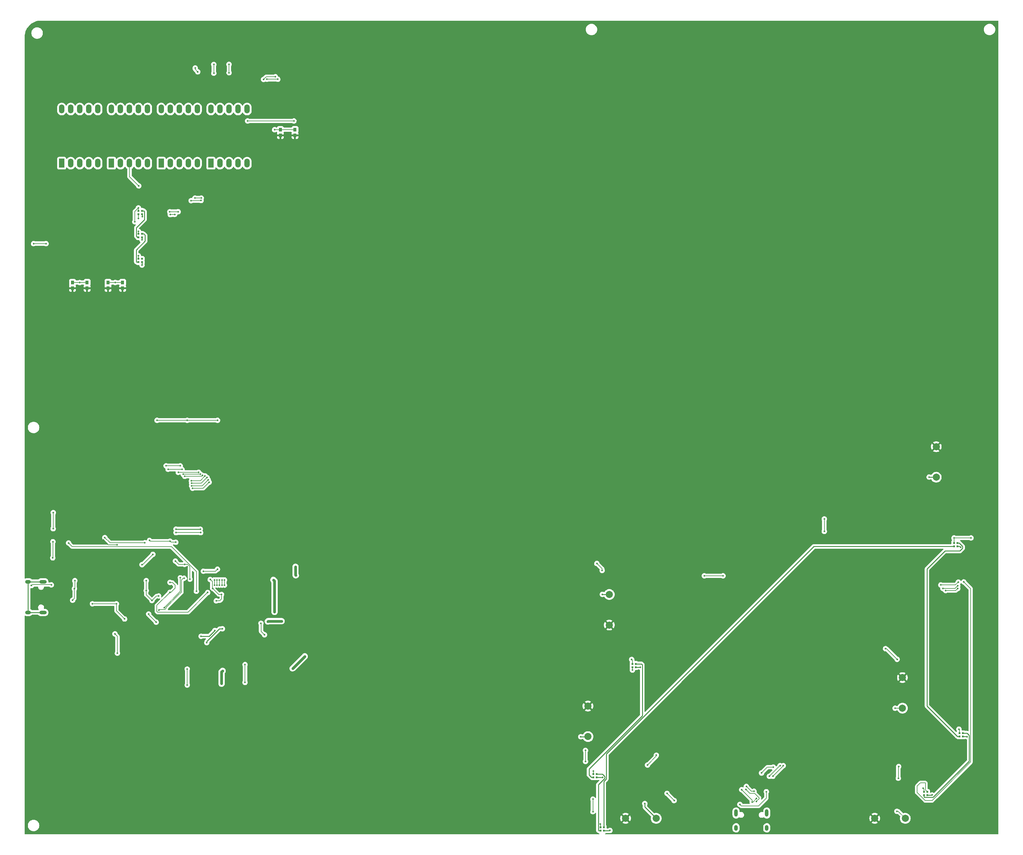
<source format=gtl>
%TF.GenerationSoftware,KiCad,Pcbnew,(6.0.4)*%
%TF.CreationDate,2022-05-26T23:51:57-07:00*%
%TF.ProjectId,top_L,746f705f-4c2e-46b6-9963-61645f706362,rev?*%
%TF.SameCoordinates,Original*%
%TF.FileFunction,Copper,L1,Top*%
%TF.FilePolarity,Positive*%
%FSLAX46Y46*%
G04 Gerber Fmt 4.6, Leading zero omitted, Abs format (unit mm)*
G04 Created by KiCad (PCBNEW (6.0.4)) date 2022-05-26 23:51:57*
%MOMM*%
%LPD*%
G01*
G04 APERTURE LIST*
%TA.AperFunction,SMDPad,CuDef*%
%ADD10R,0.550000X0.550000*%
%TD*%
%TA.AperFunction,ComponentPad*%
%ADD11R,1.524000X2.524000*%
%TD*%
%TA.AperFunction,ComponentPad*%
%ADD12O,1.524000X2.524000*%
%TD*%
%TA.AperFunction,SMDPad,CuDef*%
%ADD13C,2.000000*%
%TD*%
%TA.AperFunction,SMDPad,CuDef*%
%ADD14R,0.900000X1.000000*%
%TD*%
%TA.AperFunction,ComponentPad*%
%ADD15O,2.100000X1.000000*%
%TD*%
%TA.AperFunction,ComponentPad*%
%ADD16O,1.600000X1.000000*%
%TD*%
%TA.AperFunction,ComponentPad*%
%ADD17O,1.000000X2.100000*%
%TD*%
%TA.AperFunction,ComponentPad*%
%ADD18O,1.000000X1.600000*%
%TD*%
%TA.AperFunction,ViaPad*%
%ADD19C,0.500000*%
%TD*%
%TA.AperFunction,Conductor*%
%ADD20C,0.200000*%
%TD*%
%TA.AperFunction,Conductor*%
%ADD21C,0.127000*%
%TD*%
%TA.AperFunction,Conductor*%
%ADD22C,0.750000*%
%TD*%
%TA.AperFunction,Conductor*%
%ADD23C,0.250000*%
%TD*%
G04 APERTURE END LIST*
D10*
X274525000Y-237475000D03*
X275475000Y-237475000D03*
X275475000Y-236525000D03*
X274525000Y-236525000D03*
X53525000Y-80475000D03*
X54475000Y-80475000D03*
X54475000Y-79525000D03*
X53525000Y-79525000D03*
X53525000Y-73975000D03*
X54475000Y-73975000D03*
X54475000Y-73025000D03*
X53525000Y-73025000D03*
X181525000Y-232475000D03*
X182475000Y-232475000D03*
X182475000Y-231525000D03*
X181525000Y-231525000D03*
X284525000Y-220975000D03*
X285475000Y-220975000D03*
X285475000Y-220025000D03*
X284525000Y-220025000D03*
D11*
X73920000Y-59620000D03*
D12*
X76460000Y-59620000D03*
X79000000Y-59620000D03*
X81540000Y-59620000D03*
X84080000Y-59620000D03*
X84080000Y-44380000D03*
X81540000Y-44380000D03*
X79000000Y-44380000D03*
X76460000Y-44380000D03*
X73920000Y-44380000D03*
D13*
X260700000Y-244000000D03*
X278000000Y-148000000D03*
X269300000Y-244000000D03*
X199200000Y-244000000D03*
D14*
X97550000Y-50200000D03*
X93450000Y-50200000D03*
X93450000Y-51800000D03*
X97550000Y-51800000D03*
D13*
X190600000Y-244000000D03*
X278000000Y-139400000D03*
D10*
X183525000Y-247475000D03*
X184475000Y-247475000D03*
X184475000Y-246525000D03*
X183525000Y-246525000D03*
D13*
X186000000Y-189600000D03*
D14*
X39050000Y-93200000D03*
X34950000Y-93200000D03*
X34950000Y-94800000D03*
X39050000Y-94800000D03*
D11*
X31920000Y-59620000D03*
D12*
X34460000Y-59620000D03*
X37000000Y-59620000D03*
X39540000Y-59620000D03*
X42080000Y-59620000D03*
X42080000Y-44380000D03*
X39540000Y-44380000D03*
X37000000Y-44380000D03*
X34460000Y-44380000D03*
X31920000Y-44380000D03*
D10*
X53525000Y-87475000D03*
X54475000Y-87475000D03*
X54475000Y-86525000D03*
X53525000Y-86525000D03*
D13*
X180000000Y-221000000D03*
D11*
X59920000Y-59620000D03*
D12*
X62460000Y-59620000D03*
X65000000Y-59620000D03*
X67540000Y-59620000D03*
X70080000Y-59620000D03*
X70080000Y-44380000D03*
X67540000Y-44380000D03*
X65000000Y-44380000D03*
X62460000Y-44380000D03*
X59920000Y-44380000D03*
D14*
X49050000Y-93200000D03*
X44950000Y-93200000D03*
X49050000Y-94800000D03*
X44950000Y-94800000D03*
D13*
X268500000Y-204400000D03*
X180000000Y-212400000D03*
D10*
X192525000Y-201475000D03*
X193475000Y-201475000D03*
X193475000Y-200525000D03*
X192525000Y-200525000D03*
D13*
X268500000Y-213000000D03*
X186000000Y-181000000D03*
D10*
X283025000Y-167475000D03*
X283975000Y-167475000D03*
X283975000Y-166525000D03*
X283025000Y-166525000D03*
D11*
X45920000Y-59620000D03*
D12*
X48460000Y-59620000D03*
X51000000Y-59620000D03*
X53540000Y-59620000D03*
X56080000Y-59620000D03*
X56080000Y-44380000D03*
X53540000Y-44380000D03*
X51000000Y-44380000D03*
X48460000Y-44380000D03*
X45920000Y-44380000D03*
D15*
X26630000Y-177430000D03*
X26630000Y-186070000D03*
D16*
X22450000Y-177430000D03*
X22450000Y-186070000D03*
D17*
X230320000Y-242500000D03*
D18*
X221680000Y-246680000D03*
D17*
X221680000Y-242500000D03*
D18*
X230320000Y-246680000D03*
D19*
X62380000Y-177600000D03*
X73000000Y-180450000D03*
X62380000Y-180400000D03*
X199250000Y-226250000D03*
X47600000Y-197500000D03*
X218000000Y-175750000D03*
X29400000Y-170700000D03*
X181400000Y-242100000D03*
X58750000Y-132000000D03*
X182500000Y-172250000D03*
X40575000Y-183625000D03*
X35500000Y-179400000D03*
X204250000Y-239000000D03*
X284400000Y-218900000D03*
X181400000Y-238600000D03*
X183500000Y-245600000D03*
X53600000Y-66000000D03*
X53500000Y-85700000D03*
X56400000Y-186500000D03*
X263750000Y-196250000D03*
X179300000Y-228000000D03*
X59200000Y-181400000D03*
X196750000Y-229000000D03*
X53500000Y-78800000D03*
X84250000Y-47750000D03*
X181500000Y-230700000D03*
X35600000Y-177100000D03*
X57300000Y-182700000D03*
X68000000Y-176700000D03*
X83500000Y-200750000D03*
X287800000Y-165100000D03*
X29450000Y-166150000D03*
X67250000Y-132000000D03*
X67250000Y-206500000D03*
X54500000Y-172600000D03*
X46900000Y-192100000D03*
X267000000Y-199250000D03*
X29000000Y-178300000D03*
X222743767Y-240086233D03*
X75750000Y-132000000D03*
X192300000Y-199300000D03*
X97700000Y-173200000D03*
X24000000Y-82250000D03*
X67250000Y-202000000D03*
X89900000Y-188600000D03*
X283000000Y-165100000D03*
X23400000Y-178500000D03*
X52500000Y-76100000D03*
X76900000Y-181000000D03*
X29500000Y-162500000D03*
X49600000Y-187900000D03*
X74400000Y-179300000D03*
X212750000Y-175750000D03*
X29550000Y-157950000D03*
X55700000Y-177100000D03*
X58500000Y-188800000D03*
X230200000Y-236500000D03*
X27500000Y-82250000D03*
X83500000Y-205750000D03*
X64000000Y-166300000D03*
X62400000Y-166000000D03*
X66500000Y-172520000D03*
X246500000Y-159750000D03*
X246500000Y-163250000D03*
X35000000Y-182600000D03*
X47300000Y-183600000D03*
X274300000Y-235500000D03*
X202250000Y-237000000D03*
X63900000Y-171600000D03*
X53500000Y-72200000D03*
X55700000Y-179900000D03*
X57600000Y-169700000D03*
X97800000Y-175600000D03*
X75400000Y-182800000D03*
X184000000Y-174250000D03*
X93800000Y-188500000D03*
X56600000Y-165800000D03*
X97250000Y-47750000D03*
X73700000Y-176800000D03*
X179300000Y-224900000D03*
X64950000Y-183950000D03*
X63900000Y-174300000D03*
X62380000Y-178600000D03*
X67200000Y-173200000D03*
X58050000Y-180850000D03*
X43650000Y-165700000D03*
X75800000Y-181800000D03*
X49800000Y-184150000D03*
X49800000Y-185850000D03*
X67450000Y-183950000D03*
X60350000Y-177800000D03*
X47450000Y-167000000D03*
X72620000Y-178600000D03*
X284860000Y-167740000D03*
X186200000Y-247410000D03*
X194720000Y-201450000D03*
X76900000Y-206100000D03*
X184160000Y-232480000D03*
X54500000Y-88300000D03*
X54600000Y-74700000D03*
X91500000Y-176900000D03*
X96900000Y-201800000D03*
X276810000Y-237430000D03*
X286690000Y-221010000D03*
X100300000Y-198400000D03*
X77200000Y-202500000D03*
X54500000Y-81200000D03*
X91800000Y-185900000D03*
X75730000Y-173910000D03*
X71800000Y-174450000D03*
X284220000Y-177510000D03*
X226710000Y-236390000D03*
X228830000Y-231250000D03*
X279300000Y-178330000D03*
X232140000Y-229590000D03*
X224570000Y-235030000D03*
X59222682Y-185381743D03*
X284050000Y-179320000D03*
X232020000Y-232180000D03*
X66350000Y-176450000D03*
X234970000Y-229190000D03*
X280640000Y-179880000D03*
X227410000Y-239280000D03*
X224470000Y-235890000D03*
X73125000Y-148725000D03*
X89625000Y-36000000D03*
X68500000Y-150425000D03*
X92700000Y-36000000D03*
X66125000Y-147175000D03*
X70975000Y-147150000D03*
X88727930Y-36038145D03*
X73425000Y-149400000D03*
X68750000Y-151100000D03*
X92050000Y-35300000D03*
X66525000Y-147750000D03*
X69475000Y-32825000D03*
X71549723Y-147513233D03*
X70200000Y-33900000D03*
X74900000Y-178350000D03*
X74900000Y-176900000D03*
X71150000Y-70125000D03*
X68355937Y-70160075D03*
X62335613Y-73304894D03*
X64688974Y-73271380D03*
X71175000Y-69450000D03*
X69425000Y-69450000D03*
X75600000Y-178350000D03*
X75600000Y-176900000D03*
X62450000Y-74100000D03*
X63704176Y-74036506D03*
X76300000Y-176900000D03*
X76300000Y-178350000D03*
X77000000Y-178350000D03*
X79010000Y-34150000D03*
X77000000Y-176900000D03*
X79000000Y-31810000D03*
X77700000Y-176900000D03*
X74720000Y-34290000D03*
X77700000Y-178350000D03*
X74710000Y-31860000D03*
X68425000Y-148975000D03*
X72250000Y-147625000D03*
X72825460Y-148062351D03*
X68450000Y-149675000D03*
X55300000Y-166450000D03*
X44050000Y-165000000D03*
X53500000Y-75200000D03*
X192500000Y-202280000D03*
X33850000Y-166500000D03*
X69800000Y-180100000D03*
X184060000Y-180960000D03*
X74993767Y-191143767D03*
X71150000Y-192750000D03*
X178000000Y-221020000D03*
X196000000Y-239850000D03*
X77150000Y-190650000D03*
X72750000Y-194560000D03*
X276010000Y-147950000D03*
X266450000Y-213020000D03*
X267420000Y-229430000D03*
X266920000Y-242020000D03*
X267330000Y-232700000D03*
X64100000Y-162600000D03*
X70900000Y-162600000D03*
X223250000Y-235930000D03*
X60750000Y-184700000D03*
X284070000Y-178530000D03*
X231040000Y-232170000D03*
X234060000Y-229170000D03*
X227438156Y-238427572D03*
X279910000Y-179330000D03*
X226200000Y-239380000D03*
X65300000Y-176300000D03*
X70450000Y-146625000D03*
X91823500Y-50200000D03*
X64725000Y-146625000D03*
X61300000Y-144800000D03*
X65250000Y-144800000D03*
X36975000Y-93225000D03*
X47000000Y-93200000D03*
X61850000Y-145750000D03*
X65754240Y-145800018D03*
X88000000Y-189100000D03*
X89004993Y-192350500D03*
X64100000Y-163600000D03*
X71000000Y-163600000D03*
X285770000Y-177470000D03*
D20*
X73000000Y-180450000D02*
X67450000Y-186000000D01*
X63850000Y-178400000D02*
X63050000Y-177600000D01*
X67450000Y-186000000D02*
X58950000Y-186000000D01*
X62650000Y-180400000D02*
X63850000Y-179200000D01*
X58700000Y-185750000D02*
X58700000Y-184080000D01*
X63850000Y-179200000D02*
X63850000Y-178400000D01*
X58700000Y-184080000D02*
X62380000Y-180400000D01*
X58950000Y-186000000D02*
X58700000Y-185750000D01*
X63050000Y-177600000D02*
X62380000Y-177600000D01*
X62380000Y-180400000D02*
X62650000Y-180400000D01*
D21*
X35600000Y-179300000D02*
X35500000Y-179400000D01*
D20*
X181525000Y-230725000D02*
X181500000Y-230700000D01*
X53500000Y-72200000D02*
X52500000Y-73200000D01*
X284525000Y-219025000D02*
X284400000Y-218900000D01*
X57600000Y-169700000D02*
X54700000Y-172600000D01*
X47275000Y-183625000D02*
X47300000Y-183600000D01*
X222743767Y-240086233D02*
X223157534Y-240500000D01*
D21*
X183525000Y-245625000D02*
X183500000Y-245600000D01*
D20*
X29550000Y-157950000D02*
X29550000Y-162450000D01*
X181400000Y-242100000D02*
X181400000Y-238600000D01*
X283000000Y-165100000D02*
X287800000Y-165100000D01*
X40575000Y-183625000D02*
X47275000Y-183625000D01*
X202250000Y-237000000D02*
X204250000Y-239000000D01*
D21*
X35500000Y-179400000D02*
X35500000Y-182100000D01*
D20*
X192525000Y-200525000D02*
X192525000Y-199525000D01*
X62400000Y-166000000D02*
X56800000Y-166000000D01*
X179300000Y-228000000D02*
X179300000Y-224900000D01*
X67308230Y-172520000D02*
X67694115Y-172905885D01*
X67694115Y-172905885D02*
X68000000Y-173211770D01*
X47600000Y-192800000D02*
X46900000Y-192100000D01*
X51000000Y-59620000D02*
X51000000Y-63400000D01*
D21*
X183525000Y-246525000D02*
X183525000Y-245625000D01*
D20*
X53525000Y-85725000D02*
X53500000Y-85700000D01*
X66500000Y-172520000D02*
X64820000Y-172520000D01*
D21*
X75400000Y-182800000D02*
X76400000Y-182800000D01*
D20*
X29450000Y-166150000D02*
X29450000Y-170650000D01*
D21*
X74400000Y-179300000D02*
X76100000Y-181000000D01*
D20*
X73700000Y-176800000D02*
X74300000Y-177400000D01*
D21*
X35500000Y-182100000D02*
X35000000Y-182600000D01*
D20*
X62700000Y-166300000D02*
X62400000Y-166000000D01*
X64000000Y-166300000D02*
X62700000Y-166300000D01*
X29550000Y-162450000D02*
X29500000Y-162500000D01*
X199250000Y-226500000D02*
X199250000Y-226250000D01*
X192525000Y-199525000D02*
X192300000Y-199300000D01*
X56400000Y-186500000D02*
X56400000Y-186700000D01*
X53525000Y-86525000D02*
X53525000Y-85725000D01*
D22*
X97700000Y-175500000D02*
X97800000Y-175600000D01*
D20*
X274525000Y-235725000D02*
X274300000Y-235500000D01*
X56800000Y-166000000D02*
X56600000Y-165800000D01*
D21*
X58600000Y-181400000D02*
X57300000Y-182700000D01*
D20*
X54700000Y-172600000D02*
X54500000Y-172600000D01*
X196750000Y-229000000D02*
X199250000Y-226500000D01*
D21*
X76400000Y-182800000D02*
X76900000Y-182300000D01*
D20*
X181525000Y-231525000D02*
X181525000Y-230725000D01*
X223157534Y-240500000D02*
X228000000Y-240500000D01*
X47600000Y-197500000D02*
X47600000Y-192800000D01*
X51000000Y-63400000D02*
X53600000Y-66000000D01*
D21*
X283025000Y-166525000D02*
X283025000Y-165125000D01*
D20*
X53525000Y-79525000D02*
X53525000Y-78825000D01*
X75750000Y-132000000D02*
X67250000Y-132000000D01*
X83500000Y-200750000D02*
X83500000Y-205750000D01*
D21*
X283025000Y-165125000D02*
X283000000Y-165100000D01*
D20*
X274525000Y-236525000D02*
X274525000Y-235725000D01*
X184000000Y-173750000D02*
X182500000Y-172250000D01*
X74300000Y-177400000D02*
X74300000Y-179100000D01*
X53525000Y-78825000D02*
X53500000Y-78800000D01*
X53525000Y-72225000D02*
X53500000Y-72200000D01*
X68000000Y-173211770D02*
X68000000Y-176700000D01*
D21*
X29000000Y-178300000D02*
X28921979Y-178221979D01*
D20*
X230200000Y-238300000D02*
X230200000Y-236500000D01*
X24000000Y-82250000D02*
X27500000Y-82250000D01*
D22*
X90000000Y-188500000D02*
X89900000Y-188600000D01*
D21*
X283000000Y-166500000D02*
X283025000Y-166525000D01*
X28921979Y-178221979D02*
X23678021Y-178221979D01*
X76100000Y-181000000D02*
X76900000Y-181000000D01*
D20*
X64820000Y-172520000D02*
X63900000Y-171600000D01*
X184000000Y-174250000D02*
X184000000Y-173750000D01*
X53525000Y-73025000D02*
X53525000Y-72225000D01*
D21*
X76900000Y-182300000D02*
X76900000Y-181000000D01*
X55700000Y-179900000D02*
X55700000Y-177100000D01*
D22*
X97700000Y-173200000D02*
X97700000Y-175500000D01*
D20*
X52500000Y-73200000D02*
X52500000Y-76100000D01*
D21*
X23678021Y-178221979D02*
X23400000Y-178500000D01*
X59200000Y-181400000D02*
X58600000Y-181400000D01*
D20*
X228000000Y-240500000D02*
X230200000Y-238300000D01*
D21*
X57300000Y-182700000D02*
X55700000Y-181100000D01*
D20*
X29450000Y-170650000D02*
X29400000Y-170700000D01*
X246500000Y-159750000D02*
X246500000Y-163250000D01*
D21*
X183400000Y-246400000D02*
X183525000Y-246525000D01*
X55700000Y-181100000D02*
X55700000Y-179900000D01*
D20*
X66500000Y-172520000D02*
X67308230Y-172520000D01*
X212750000Y-175750000D02*
X218000000Y-175750000D01*
D22*
X93800000Y-188500000D02*
X90000000Y-188500000D01*
D20*
X97250000Y-47750000D02*
X84250000Y-47750000D01*
X56400000Y-186700000D02*
X58500000Y-188800000D01*
X264000000Y-196250000D02*
X267000000Y-199250000D01*
X263750000Y-196250000D02*
X264000000Y-196250000D01*
D21*
X47300000Y-185600000D02*
X47300000Y-183600000D01*
X35600000Y-177100000D02*
X35600000Y-179300000D01*
D20*
X284525000Y-220025000D02*
X284525000Y-219025000D01*
X58750000Y-132000000D02*
X67250000Y-132000000D01*
D21*
X49600000Y-187900000D02*
X47300000Y-185600000D01*
D20*
X67250000Y-202000000D02*
X67250000Y-206500000D01*
X62380000Y-178600000D02*
X61150000Y-178600000D01*
X67200000Y-173200000D02*
X66100000Y-174300000D01*
X67300000Y-181600000D02*
X64950000Y-183950000D01*
X66100000Y-174300000D02*
X63900000Y-174300000D01*
X72620000Y-178600000D02*
X72620000Y-178780000D01*
X44950000Y-167000000D02*
X43650000Y-165700000D01*
X64950000Y-183950000D02*
X67450000Y-183950000D01*
X67300000Y-173300000D02*
X67300000Y-181600000D01*
X97550000Y-51800000D02*
X93450000Y-51800000D01*
X63850000Y-174300000D02*
X63900000Y-174300000D01*
X47450000Y-167000000D02*
X44950000Y-167000000D01*
X34950000Y-94800000D02*
X37000000Y-94800000D01*
X67200000Y-173200000D02*
X67300000Y-173300000D01*
X58050000Y-180850000D02*
X58050000Y-180100000D01*
X72620000Y-178645000D02*
X72620000Y-178600000D01*
X60350000Y-177800000D02*
X63850000Y-174300000D01*
X61150000Y-178600000D02*
X60350000Y-177800000D01*
X75775000Y-181800000D02*
X72620000Y-178645000D01*
X72620000Y-178780000D02*
X67450000Y-183950000D01*
X37000000Y-94800000D02*
X39050000Y-94800000D01*
X46000000Y-94800000D02*
X49050000Y-94800000D01*
X75800000Y-181800000D02*
X75775000Y-181800000D01*
X44950000Y-94800000D02*
X46000000Y-94800000D01*
X58050000Y-180100000D02*
X60350000Y-177800000D01*
X49800000Y-184150000D02*
X49800000Y-185850000D01*
D23*
X286655000Y-220975000D02*
X286690000Y-221010000D01*
X284000000Y-167500000D02*
X283975000Y-167475000D01*
X184475000Y-247475000D02*
X186135000Y-247475000D01*
X193475000Y-201475000D02*
X194695000Y-201475000D01*
X54600000Y-74700000D02*
X54600000Y-74100000D01*
X283975000Y-167475000D02*
X284595000Y-167475000D01*
X186135000Y-247475000D02*
X186200000Y-247410000D01*
D22*
X96900000Y-201800000D02*
X100300000Y-198400000D01*
D23*
X54600000Y-74100000D02*
X54475000Y-73975000D01*
D22*
X76900000Y-206100000D02*
X76900000Y-202800000D01*
D23*
X184155000Y-232475000D02*
X184160000Y-232480000D01*
X54500000Y-88300000D02*
X54500000Y-87500000D01*
X54500000Y-80500000D02*
X54475000Y-80475000D01*
X276765000Y-237475000D02*
X276810000Y-237430000D01*
D22*
X91800000Y-185900000D02*
X91800000Y-177200000D01*
D23*
X275475000Y-237475000D02*
X276765000Y-237475000D01*
X193500000Y-201500000D02*
X193475000Y-201475000D01*
D22*
X76900000Y-202800000D02*
X77200000Y-202500000D01*
D23*
X54500000Y-87500000D02*
X54475000Y-87475000D01*
X182475000Y-232475000D02*
X184155000Y-232475000D01*
X194695000Y-201475000D02*
X194720000Y-201450000D01*
X285475000Y-220975000D02*
X286655000Y-220975000D01*
X284595000Y-167475000D02*
X284860000Y-167740000D01*
X184500000Y-247500000D02*
X184475000Y-247475000D01*
X54500000Y-81200000D02*
X54500000Y-80500000D01*
D22*
X91800000Y-177200000D02*
X91500000Y-176900000D01*
D23*
X55224511Y-73224511D02*
X55025000Y-73025000D01*
X53275978Y-80475000D02*
X52925489Y-80124511D01*
X55025000Y-73025000D02*
X54475000Y-73025000D01*
X53525000Y-80475000D02*
X53275978Y-80475000D01*
X55224511Y-75475489D02*
X55224511Y-73224511D01*
X52925489Y-77774511D02*
X55224511Y-75475489D01*
X52925489Y-80124511D02*
X52925489Y-77774511D01*
X55400000Y-81524614D02*
X55400000Y-79925000D01*
X55400000Y-79925000D02*
X55000000Y-79525000D01*
X52900000Y-84024614D02*
X55400000Y-81524614D01*
X53525000Y-87475000D02*
X53000000Y-87475000D01*
X53000000Y-87475000D02*
X52900000Y-87375000D01*
X55000000Y-79525000D02*
X54475000Y-79525000D01*
X52900000Y-87375000D02*
X52900000Y-84024614D01*
D20*
X71800000Y-174450000D02*
X75190000Y-174450000D01*
X75190000Y-174450000D02*
X75730000Y-173910000D01*
D23*
X180290000Y-231765000D02*
X180290000Y-230130000D01*
X181000000Y-232475000D02*
X180290000Y-231765000D01*
X181525000Y-232475000D02*
X181000000Y-232475000D01*
X180290000Y-230130000D02*
X195294511Y-215125489D01*
X195294511Y-200774511D02*
X195045000Y-200525000D01*
X195294511Y-215125489D02*
X195294511Y-200774511D01*
X195045000Y-200525000D02*
X193475000Y-200525000D01*
X183000000Y-247475000D02*
X182925489Y-247400489D01*
X184734511Y-232242029D02*
X184017482Y-231525000D01*
X182925489Y-234526993D02*
X184734511Y-232717971D01*
X184734511Y-232717971D02*
X184734511Y-232242029D01*
X184017482Y-231525000D02*
X182475000Y-231525000D01*
X182925489Y-247400489D02*
X182925489Y-234526993D01*
X183525000Y-247475000D02*
X183000000Y-247475000D01*
X185184031Y-232904168D02*
X185184031Y-225871687D01*
X185184031Y-225871687D02*
X243580718Y-167475000D01*
X184475000Y-246525000D02*
X184475000Y-233613200D01*
X184475000Y-233613200D02*
X185184031Y-232904168D01*
X243580718Y-167475000D02*
X283025000Y-167475000D01*
X284662482Y-168750000D02*
X280470000Y-168750000D01*
X275400000Y-173820000D02*
X275400000Y-212375000D01*
X283975000Y-166525000D02*
X284500000Y-166525000D01*
X285434511Y-167459511D02*
X285434511Y-167977971D01*
X284000000Y-220975000D02*
X284525000Y-220975000D01*
X275400000Y-212375000D02*
X284000000Y-220975000D01*
X284500000Y-166525000D02*
X285434511Y-167459511D01*
X285434511Y-167977971D02*
X284662482Y-168750000D01*
X280470000Y-168750000D02*
X275400000Y-173820000D01*
X286645000Y-220025000D02*
X285475000Y-220025000D01*
X287270000Y-220650000D02*
X286645000Y-220025000D01*
X287270000Y-227930000D02*
X287270000Y-220650000D01*
X274525000Y-238000000D02*
X274599511Y-238074511D01*
X274525000Y-237475000D02*
X274525000Y-238000000D01*
X277125489Y-238074511D02*
X287270000Y-227930000D01*
X274599511Y-238074511D02*
X277125489Y-238074511D01*
X22450000Y-177430000D02*
X22450000Y-186070000D01*
X26630000Y-177430000D02*
X22450000Y-177430000D01*
X22450000Y-186070000D02*
X26630000Y-186070000D01*
D20*
X230490000Y-229590000D02*
X232140000Y-229590000D01*
X225930000Y-236390000D02*
X226710000Y-236390000D01*
X228830000Y-231250000D02*
X230490000Y-229590000D01*
X279300000Y-178330000D02*
X283400000Y-178330000D01*
X224570000Y-235030000D02*
X225930000Y-236390000D01*
X283400000Y-178330000D02*
X284220000Y-177510000D01*
X60950000Y-185250000D02*
X59850000Y-185250000D01*
X64630885Y-181280885D02*
X61300000Y-184611770D01*
X65626520Y-177450000D02*
X65626520Y-180285249D01*
X61300000Y-184611770D02*
X61300000Y-184900000D01*
X283490000Y-179880000D02*
X284050000Y-179320000D01*
X226920000Y-236980000D02*
X226880000Y-236940000D01*
X59354425Y-185250000D02*
X59222682Y-185381743D01*
X59850000Y-185250000D02*
X59354425Y-185250000D01*
X61300000Y-184900000D02*
X60950000Y-185250000D01*
X225520000Y-236940000D02*
X224470000Y-235890000D01*
X65626520Y-176923480D02*
X65626520Y-177450000D01*
X227410000Y-239200000D02*
X228150000Y-238460000D01*
X232020000Y-232180000D02*
X234970000Y-229230000D01*
X228150000Y-238460000D02*
X228150000Y-238210000D01*
X225980000Y-236940000D02*
X225520000Y-236940000D01*
X234970000Y-229230000D02*
X234970000Y-229190000D01*
X66100000Y-176450000D02*
X65626520Y-176923480D01*
X227410000Y-239280000D02*
X227410000Y-239200000D01*
X66350000Y-176450000D02*
X66100000Y-176450000D01*
X280640000Y-179880000D02*
X283490000Y-179880000D01*
X228150000Y-238210000D02*
X226920000Y-236980000D01*
X226880000Y-236940000D02*
X225980000Y-236940000D01*
X65626520Y-180285249D02*
X64630885Y-181280885D01*
X68500000Y-150425000D02*
X71425000Y-150425000D01*
X92700000Y-36000000D02*
X89625000Y-36000000D01*
X71425000Y-150425000D02*
X73125000Y-148725000D01*
X70950000Y-147175000D02*
X70975000Y-147150000D01*
X66125000Y-147175000D02*
X70950000Y-147175000D01*
X92050000Y-35300000D02*
X89466075Y-35300000D01*
X89466075Y-35300000D02*
X88727930Y-36038145D01*
X68750000Y-151100000D02*
X71725000Y-151100000D01*
X71725000Y-151100000D02*
X73425000Y-149400000D01*
X69475000Y-32825000D02*
X69475000Y-33175000D01*
X66525000Y-147750000D02*
X71312956Y-147750000D01*
X69475000Y-33175000D02*
X70200000Y-33900000D01*
X71312956Y-147750000D02*
X71549723Y-147513233D01*
X70225000Y-33875000D02*
X70200000Y-33900000D01*
X74900000Y-178350000D02*
X74900000Y-176900000D01*
X68355937Y-70160075D02*
X71114925Y-70160075D01*
X71114925Y-70160075D02*
X71150000Y-70125000D01*
X62335613Y-73304894D02*
X62369127Y-73271380D01*
X62369127Y-73271380D02*
X64688974Y-73271380D01*
X69425000Y-69450000D02*
X71175000Y-69450000D01*
X75600000Y-178350000D02*
X75600000Y-176900000D01*
X62450000Y-74100000D02*
X63640682Y-74100000D01*
X63640682Y-74100000D02*
X63704176Y-74036506D01*
X76300000Y-178350000D02*
X76300000Y-176900000D01*
X77000000Y-178350000D02*
X77000000Y-176900000D01*
X79000000Y-34140000D02*
X79010000Y-34150000D01*
X79000000Y-31810000D02*
X79000000Y-34140000D01*
X77700000Y-178350000D02*
X77700000Y-176900000D01*
X74710000Y-34280000D02*
X74720000Y-34290000D01*
X74710000Y-31860000D02*
X74710000Y-34280000D01*
X68425000Y-148975000D02*
X70900000Y-148975000D01*
X70900000Y-148975000D02*
X72250000Y-147625000D01*
X68450000Y-149675000D02*
X71212811Y-149675000D01*
X71212811Y-149675000D02*
X72825460Y-148062351D01*
X55300000Y-166450000D02*
X45500000Y-166450000D01*
X45500000Y-166450000D02*
X44050000Y-165000000D01*
D23*
X53500000Y-75200000D02*
X53525000Y-75175000D01*
X53525000Y-75175000D02*
X53525000Y-75000000D01*
D20*
X53525000Y-75000000D02*
X53525000Y-73975000D01*
X192500000Y-201500000D02*
X192525000Y-201475000D01*
X192500000Y-202280000D02*
X192500000Y-201500000D01*
X34900000Y-167550000D02*
X33850000Y-166500000D01*
X62800000Y-167550000D02*
X34900000Y-167550000D01*
X69800000Y-174550000D02*
X62800000Y-167550000D01*
X69800000Y-180100000D02*
X69800000Y-174550000D01*
D23*
X185900000Y-180900000D02*
X186000000Y-181000000D01*
X71150000Y-192750000D02*
X73387534Y-192750000D01*
X185960000Y-180960000D02*
X186000000Y-181000000D01*
X184060000Y-180960000D02*
X185960000Y-180960000D01*
X73387534Y-192750000D02*
X74993767Y-191143767D01*
X178000000Y-221020000D02*
X179980000Y-221020000D01*
X179980000Y-221020000D02*
X180000000Y-221000000D01*
X196000000Y-240800000D02*
X199200000Y-244000000D01*
X196000000Y-239850000D02*
X196000000Y-240800000D01*
X277950000Y-147950000D02*
X278000000Y-148000000D01*
X72750000Y-194200000D02*
X76300000Y-190650000D01*
X76300000Y-190650000D02*
X77150000Y-190650000D01*
X276010000Y-147950000D02*
X277950000Y-147950000D01*
X72750000Y-194560000D02*
X72750000Y-194200000D01*
D20*
X266470000Y-213000000D02*
X268500000Y-213000000D01*
X266450000Y-213020000D02*
X266470000Y-213000000D01*
X267320000Y-242020000D02*
X269300000Y-244000000D01*
X267420000Y-229430000D02*
X267330000Y-229520000D01*
X266920000Y-242020000D02*
X267320000Y-242020000D01*
X267330000Y-229520000D02*
X267330000Y-232700000D01*
D23*
X70900000Y-162600000D02*
X64100000Y-162600000D01*
D20*
X226200000Y-239380000D02*
X226200000Y-238880000D01*
X226200000Y-239380000D02*
X226485728Y-239380000D01*
X226485728Y-239380000D02*
X227438156Y-238427572D01*
X65300000Y-176300000D02*
X65300000Y-180150000D01*
X231040000Y-232170000D02*
X234040000Y-229170000D01*
X234040000Y-229170000D02*
X234060000Y-229170000D01*
X279910000Y-179330000D02*
X283270000Y-179330000D01*
X226200000Y-238880000D02*
X223250000Y-235930000D01*
X283270000Y-179330000D02*
X284070000Y-178530000D01*
X65300000Y-180150000D02*
X60750000Y-184700000D01*
X93450000Y-50200000D02*
X91823500Y-50200000D01*
X64725000Y-146625000D02*
X70450000Y-146625000D01*
X93450000Y-50200000D02*
X97550000Y-50200000D01*
X65250000Y-144800000D02*
X61300000Y-144800000D01*
D21*
X39050000Y-93200000D02*
X34950000Y-93200000D01*
D20*
X39075000Y-93225000D02*
X39050000Y-93200000D01*
X65704222Y-145750000D02*
X61850000Y-145750000D01*
X65754240Y-145800018D02*
X65704222Y-145750000D01*
D21*
X44950000Y-93200000D02*
X49050000Y-93200000D01*
D20*
X88010000Y-189160000D02*
X88010000Y-189110000D01*
X88010000Y-191380000D02*
X88980000Y-192350000D01*
X88010000Y-189160000D02*
X88010000Y-191380000D01*
X88010000Y-189110000D02*
X88000000Y-189100000D01*
X64100000Y-163600000D02*
X71000000Y-163600000D01*
X286560000Y-178250000D02*
X285780000Y-177470000D01*
X278770181Y-237030181D02*
X287694519Y-228105843D01*
X275020000Y-238980000D02*
X276820361Y-238980000D01*
X274973489Y-236023489D02*
X274973489Y-234103489D01*
X285780000Y-177470000D02*
X285770000Y-177470000D01*
X275475000Y-236525000D02*
X274973489Y-236023489D01*
X272630000Y-236705361D02*
X274904639Y-238980000D01*
X272630000Y-234970000D02*
X272630000Y-236705361D01*
X287694519Y-228105843D02*
X287694520Y-221020000D01*
X274904639Y-238980000D02*
X275020000Y-238980000D01*
X287694520Y-221020000D02*
X287694520Y-179384520D01*
X287694520Y-179384520D02*
X286560000Y-178250000D01*
X274880000Y-234010000D02*
X273590000Y-234010000D01*
X273590000Y-234010000D02*
X272630000Y-234970000D01*
X274973489Y-234103489D02*
X274880000Y-234010000D01*
X276820361Y-238980000D02*
X278770181Y-237030181D01*
%TA.AperFunction,Conductor*%
G36*
X295433621Y-19528502D02*
G01*
X295480114Y-19582158D01*
X295491500Y-19634500D01*
X295491500Y-248365500D01*
X295471498Y-248433621D01*
X295417842Y-248480114D01*
X295365500Y-248491500D01*
X184915821Y-248491500D01*
X184847700Y-248471498D01*
X184801207Y-248417842D01*
X184791103Y-248347568D01*
X184820597Y-248282988D01*
X184871592Y-248247518D01*
X184988295Y-248203768D01*
X184988296Y-248203767D01*
X184996705Y-248200615D01*
X185086024Y-248133674D01*
X185152530Y-248108826D01*
X185161589Y-248108500D01*
X185879398Y-248108500D01*
X185923314Y-248116401D01*
X186015341Y-248150626D01*
X186184015Y-248173132D01*
X186191026Y-248172494D01*
X186191030Y-248172494D01*
X186346462Y-248158348D01*
X186353483Y-248157709D01*
X186360185Y-248155531D01*
X186360187Y-248155531D01*
X186508623Y-248107301D01*
X186508626Y-248107300D01*
X186515322Y-248105124D01*
X186661490Y-248017990D01*
X186666584Y-248013139D01*
X186666588Y-248013136D01*
X186768569Y-247916020D01*
X186784721Y-247900639D01*
X186802756Y-247873495D01*
X186874990Y-247764773D01*
X186878891Y-247758902D01*
X186939319Y-247599825D01*
X186963001Y-247431313D01*
X186963299Y-247410000D01*
X186944331Y-247240892D01*
X186888368Y-247080189D01*
X186856862Y-247029769D01*
X220671500Y-247029769D01*
X220671800Y-247032825D01*
X220671800Y-247032832D01*
X220672530Y-247040273D01*
X220685920Y-247176833D01*
X220743084Y-247366169D01*
X220835934Y-247540796D01*
X220879324Y-247593997D01*
X220957040Y-247689287D01*
X220957043Y-247689290D01*
X220960935Y-247694062D01*
X220965682Y-247697989D01*
X220965684Y-247697991D01*
X221108575Y-247816201D01*
X221108579Y-247816203D01*
X221113325Y-247820130D01*
X221287299Y-247914198D01*
X221476232Y-247972682D01*
X221482357Y-247973326D01*
X221482358Y-247973326D01*
X221666796Y-247992711D01*
X221666798Y-247992711D01*
X221672925Y-247993355D01*
X221755424Y-247985847D01*
X221863749Y-247975989D01*
X221863752Y-247975988D01*
X221869888Y-247975430D01*
X221875794Y-247973692D01*
X221875798Y-247973691D01*
X222019447Y-247931413D01*
X222059619Y-247919590D01*
X222065077Y-247916737D01*
X222065081Y-247916735D01*
X222168188Y-247862831D01*
X222234890Y-247827960D01*
X222389025Y-247704032D01*
X222516154Y-247552526D01*
X222519121Y-247547128D01*
X222519125Y-247547123D01*
X222608467Y-247384608D01*
X222611433Y-247379213D01*
X222613846Y-247371608D01*
X222669373Y-247196564D01*
X222669373Y-247196563D01*
X222671235Y-247190694D01*
X222688500Y-247036773D01*
X222688500Y-247029769D01*
X229311500Y-247029769D01*
X229311800Y-247032825D01*
X229311800Y-247032832D01*
X229312530Y-247040273D01*
X229325920Y-247176833D01*
X229383084Y-247366169D01*
X229475934Y-247540796D01*
X229519324Y-247593997D01*
X229597040Y-247689287D01*
X229597043Y-247689290D01*
X229600935Y-247694062D01*
X229605682Y-247697989D01*
X229605684Y-247697991D01*
X229748575Y-247816201D01*
X229748579Y-247816203D01*
X229753325Y-247820130D01*
X229927299Y-247914198D01*
X230116232Y-247972682D01*
X230122357Y-247973326D01*
X230122358Y-247973326D01*
X230306796Y-247992711D01*
X230306798Y-247992711D01*
X230312925Y-247993355D01*
X230395424Y-247985847D01*
X230503749Y-247975989D01*
X230503752Y-247975988D01*
X230509888Y-247975430D01*
X230515794Y-247973692D01*
X230515798Y-247973691D01*
X230659447Y-247931413D01*
X230699619Y-247919590D01*
X230705077Y-247916737D01*
X230705081Y-247916735D01*
X230808188Y-247862831D01*
X230874890Y-247827960D01*
X231029025Y-247704032D01*
X231156154Y-247552526D01*
X231159121Y-247547128D01*
X231159125Y-247547123D01*
X231248467Y-247384608D01*
X231251433Y-247379213D01*
X231253846Y-247371608D01*
X231309373Y-247196564D01*
X231309373Y-247196563D01*
X231311235Y-247190694D01*
X231328500Y-247036773D01*
X231328500Y-246330231D01*
X231327814Y-246323227D01*
X231320385Y-246247469D01*
X231314080Y-246183167D01*
X231256916Y-245993831D01*
X231164066Y-245819204D01*
X231093709Y-245732938D01*
X231042960Y-245670713D01*
X231042957Y-245670710D01*
X231039065Y-245665938D01*
X231032724Y-245660692D01*
X230891425Y-245543799D01*
X230891421Y-245543797D01*
X230886675Y-245539870D01*
X230712701Y-245445802D01*
X230523768Y-245387318D01*
X230517643Y-245386674D01*
X230517642Y-245386674D01*
X230333204Y-245367289D01*
X230333202Y-245367289D01*
X230327075Y-245366645D01*
X230244576Y-245374153D01*
X230136251Y-245384011D01*
X230136248Y-245384012D01*
X230130112Y-245384570D01*
X230124206Y-245386308D01*
X230124202Y-245386309D01*
X230019076Y-245417249D01*
X229940381Y-245440410D01*
X229934923Y-245443263D01*
X229934919Y-245443265D01*
X229844147Y-245490720D01*
X229765110Y-245532040D01*
X229610975Y-245655968D01*
X229483846Y-245807474D01*
X229480879Y-245812872D01*
X229480875Y-245812877D01*
X229477397Y-245819204D01*
X229388567Y-245980787D01*
X229386706Y-245986654D01*
X229386705Y-245986656D01*
X229382472Y-246000000D01*
X229328765Y-246169306D01*
X229311500Y-246323227D01*
X229311500Y-247029769D01*
X222688500Y-247029769D01*
X222688500Y-246330231D01*
X222687814Y-246323227D01*
X222680385Y-246247469D01*
X222674080Y-246183167D01*
X222616916Y-245993831D01*
X222524066Y-245819204D01*
X222453709Y-245732938D01*
X222402960Y-245670713D01*
X222402957Y-245670710D01*
X222399065Y-245665938D01*
X222392724Y-245660692D01*
X222251425Y-245543799D01*
X222251421Y-245543797D01*
X222246675Y-245539870D01*
X222072701Y-245445802D01*
X221883768Y-245387318D01*
X221877643Y-245386674D01*
X221877642Y-245386674D01*
X221693204Y-245367289D01*
X221693202Y-245367289D01*
X221687075Y-245366645D01*
X221604576Y-245374153D01*
X221496251Y-245384011D01*
X221496248Y-245384012D01*
X221490112Y-245384570D01*
X221484206Y-245386308D01*
X221484202Y-245386309D01*
X221379076Y-245417249D01*
X221300381Y-245440410D01*
X221294923Y-245443263D01*
X221294919Y-245443265D01*
X221204147Y-245490720D01*
X221125110Y-245532040D01*
X220970975Y-245655968D01*
X220843846Y-245807474D01*
X220840879Y-245812872D01*
X220840875Y-245812877D01*
X220837397Y-245819204D01*
X220748567Y-245980787D01*
X220746706Y-245986654D01*
X220746705Y-245986656D01*
X220742472Y-246000000D01*
X220688765Y-246169306D01*
X220671500Y-246323227D01*
X220671500Y-247029769D01*
X186856862Y-247029769D01*
X186798192Y-246935879D01*
X186678286Y-246815132D01*
X186534608Y-246723951D01*
X186374300Y-246666868D01*
X186205329Y-246646720D01*
X186198326Y-246647456D01*
X186198325Y-246647456D01*
X186043101Y-246663770D01*
X186043097Y-246663771D01*
X186036093Y-246664507D01*
X186029422Y-246666778D01*
X185881673Y-246717075D01*
X185881670Y-246717076D01*
X185875003Y-246719346D01*
X185869005Y-246723036D01*
X185869003Y-246723037D01*
X185736070Y-246804818D01*
X185736068Y-246804819D01*
X185730066Y-246808512D01*
X185725028Y-246813446D01*
X185723310Y-246814788D01*
X185657316Y-246840967D01*
X185645734Y-246841500D01*
X185384500Y-246841500D01*
X185316379Y-246821498D01*
X185269886Y-246767842D01*
X185258500Y-246715500D01*
X185258500Y-246201866D01*
X185251745Y-246139684D01*
X185200615Y-246003295D01*
X185133674Y-245913976D01*
X185108826Y-245847470D01*
X185108500Y-245838411D01*
X185108500Y-245232670D01*
X189732160Y-245232670D01*
X189737887Y-245240320D01*
X189909042Y-245345205D01*
X189917837Y-245349687D01*
X190127988Y-245436734D01*
X190137373Y-245439783D01*
X190358554Y-245492885D01*
X190368301Y-245494428D01*
X190595070Y-245512275D01*
X190604930Y-245512275D01*
X190831699Y-245494428D01*
X190841446Y-245492885D01*
X191062627Y-245439783D01*
X191072012Y-245436734D01*
X191282163Y-245349687D01*
X191290958Y-245345205D01*
X191458445Y-245242568D01*
X191467907Y-245232110D01*
X191464124Y-245223334D01*
X190612812Y-244372022D01*
X190598868Y-244364408D01*
X190597035Y-244364539D01*
X190590420Y-244368790D01*
X189738920Y-245220290D01*
X189732160Y-245232670D01*
X185108500Y-245232670D01*
X185108500Y-244004930D01*
X189087725Y-244004930D01*
X189105572Y-244231699D01*
X189107115Y-244241446D01*
X189160217Y-244462627D01*
X189163266Y-244472012D01*
X189250313Y-244682163D01*
X189254795Y-244690958D01*
X189357432Y-244858445D01*
X189367890Y-244867907D01*
X189376666Y-244864124D01*
X190227978Y-244012812D01*
X190234356Y-244001132D01*
X190964408Y-244001132D01*
X190964539Y-244002965D01*
X190968790Y-244009580D01*
X191820290Y-244861080D01*
X191832670Y-244867840D01*
X191840320Y-244862113D01*
X191945205Y-244690958D01*
X191949687Y-244682163D01*
X192036734Y-244472012D01*
X192039783Y-244462627D01*
X192092885Y-244241446D01*
X192094428Y-244231699D01*
X192112275Y-244004930D01*
X192112275Y-243995070D01*
X192094428Y-243768301D01*
X192092885Y-243758554D01*
X192039783Y-243537373D01*
X192036734Y-243527988D01*
X191949687Y-243317837D01*
X191945205Y-243309042D01*
X191842568Y-243141555D01*
X191832110Y-243132093D01*
X191823334Y-243135876D01*
X190972022Y-243987188D01*
X190964408Y-244001132D01*
X190234356Y-244001132D01*
X190235592Y-243998868D01*
X190235461Y-243997035D01*
X190231210Y-243990420D01*
X189379710Y-243138920D01*
X189367330Y-243132160D01*
X189359680Y-243137887D01*
X189254795Y-243309042D01*
X189250313Y-243317837D01*
X189163266Y-243527988D01*
X189160217Y-243537373D01*
X189107115Y-243758554D01*
X189105572Y-243768301D01*
X189087725Y-243995070D01*
X189087725Y-244004930D01*
X185108500Y-244004930D01*
X185108500Y-242767890D01*
X189732093Y-242767890D01*
X189735876Y-242776666D01*
X190587188Y-243627978D01*
X190601132Y-243635592D01*
X190602965Y-243635461D01*
X190609580Y-243631210D01*
X191461080Y-242779710D01*
X191467840Y-242767330D01*
X191462113Y-242759680D01*
X191290958Y-242654795D01*
X191282163Y-242650313D01*
X191072012Y-242563266D01*
X191062627Y-242560217D01*
X190841446Y-242507115D01*
X190831699Y-242505572D01*
X190604930Y-242487725D01*
X190595070Y-242487725D01*
X190368301Y-242505572D01*
X190358554Y-242507115D01*
X190137373Y-242560217D01*
X190127988Y-242563266D01*
X189917837Y-242650313D01*
X189909042Y-242654795D01*
X189741555Y-242757432D01*
X189732093Y-242767890D01*
X185108500Y-242767890D01*
X185108500Y-239839343D01*
X195236775Y-239839343D01*
X195253381Y-240008699D01*
X195307094Y-240170167D01*
X195310741Y-240176189D01*
X195310742Y-240176191D01*
X195348276Y-240238167D01*
X195366500Y-240303438D01*
X195366500Y-240721233D01*
X195365973Y-240732416D01*
X195364298Y-240739909D01*
X195364547Y-240747835D01*
X195364547Y-240747836D01*
X195366438Y-240807986D01*
X195366500Y-240811945D01*
X195366500Y-240839856D01*
X195366997Y-240843790D01*
X195366997Y-240843791D01*
X195367005Y-240843856D01*
X195367938Y-240855693D01*
X195369327Y-240899889D01*
X195374978Y-240919339D01*
X195378987Y-240938700D01*
X195381526Y-240958797D01*
X195384445Y-240966168D01*
X195384445Y-240966170D01*
X195397804Y-240999912D01*
X195401649Y-241011142D01*
X195411771Y-241045983D01*
X195413982Y-241053593D01*
X195418015Y-241060412D01*
X195418017Y-241060417D01*
X195424293Y-241071028D01*
X195432988Y-241088776D01*
X195440448Y-241107617D01*
X195445110Y-241114033D01*
X195445110Y-241114034D01*
X195466436Y-241143387D01*
X195472952Y-241153307D01*
X195495458Y-241191362D01*
X195509779Y-241205683D01*
X195522619Y-241220716D01*
X195534528Y-241237107D01*
X195540634Y-241242158D01*
X195568605Y-241265298D01*
X195577384Y-241273288D01*
X197725636Y-243421540D01*
X197759662Y-243483852D01*
X197759060Y-243540049D01*
X197708648Y-243750032D01*
X197705465Y-243763289D01*
X197686835Y-244000000D01*
X197705465Y-244236711D01*
X197760895Y-244467594D01*
X197762788Y-244472165D01*
X197762789Y-244472167D01*
X197849772Y-244682163D01*
X197851760Y-244686963D01*
X197854346Y-244691183D01*
X197973241Y-244885202D01*
X197973245Y-244885208D01*
X197975824Y-244889416D01*
X198130031Y-245069969D01*
X198310584Y-245224176D01*
X198314792Y-245226755D01*
X198314798Y-245226759D01*
X198508084Y-245345205D01*
X198513037Y-245348240D01*
X198517607Y-245350133D01*
X198517611Y-245350135D01*
X198727833Y-245437211D01*
X198732406Y-245439105D01*
X198812609Y-245458360D01*
X198958476Y-245493380D01*
X198958482Y-245493381D01*
X198963289Y-245494535D01*
X199200000Y-245513165D01*
X199436711Y-245494535D01*
X199441518Y-245493381D01*
X199441524Y-245493380D01*
X199587391Y-245458360D01*
X199667594Y-245439105D01*
X199672167Y-245437211D01*
X199882389Y-245350135D01*
X199882393Y-245350133D01*
X199886963Y-245348240D01*
X199891916Y-245345205D01*
X200075556Y-245232670D01*
X259832160Y-245232670D01*
X259837887Y-245240320D01*
X260009042Y-245345205D01*
X260017837Y-245349687D01*
X260227988Y-245436734D01*
X260237373Y-245439783D01*
X260458554Y-245492885D01*
X260468301Y-245494428D01*
X260695070Y-245512275D01*
X260704930Y-245512275D01*
X260931699Y-245494428D01*
X260941446Y-245492885D01*
X261162627Y-245439783D01*
X261172012Y-245436734D01*
X261382163Y-245349687D01*
X261390958Y-245345205D01*
X261558445Y-245242568D01*
X261567907Y-245232110D01*
X261564124Y-245223334D01*
X260712812Y-244372022D01*
X260698868Y-244364408D01*
X260697035Y-244364539D01*
X260690420Y-244368790D01*
X259838920Y-245220290D01*
X259832160Y-245232670D01*
X200075556Y-245232670D01*
X200085202Y-245226759D01*
X200085208Y-245226755D01*
X200089416Y-245224176D01*
X200269969Y-245069969D01*
X200424176Y-244889416D01*
X200426755Y-244885208D01*
X200426759Y-244885202D01*
X200545654Y-244691183D01*
X200548240Y-244686963D01*
X200550229Y-244682163D01*
X200637211Y-244472167D01*
X200637212Y-244472165D01*
X200639105Y-244467594D01*
X200694535Y-244236711D01*
X200713165Y-244000000D01*
X200694535Y-243763289D01*
X200691353Y-243750032D01*
X200648945Y-243573393D01*
X200639105Y-243532406D01*
X200622698Y-243492795D01*
X200550135Y-243317611D01*
X200550133Y-243317607D01*
X200548240Y-243313037D01*
X200512414Y-243254575D01*
X200426759Y-243114798D01*
X200426755Y-243114792D01*
X200424176Y-243110584D01*
X200414939Y-243099769D01*
X220671500Y-243099769D01*
X220671800Y-243102825D01*
X220671800Y-243102832D01*
X220675339Y-243138920D01*
X220685920Y-243246833D01*
X220743084Y-243436169D01*
X220835934Y-243610796D01*
X220900421Y-243689865D01*
X220957040Y-243759287D01*
X220957043Y-243759290D01*
X220960935Y-243764062D01*
X220965682Y-243767989D01*
X220965684Y-243767991D01*
X221108575Y-243886201D01*
X221108579Y-243886203D01*
X221113325Y-243890130D01*
X221287299Y-243984198D01*
X221476232Y-244042682D01*
X221482357Y-244043326D01*
X221482358Y-244043326D01*
X221666796Y-244062711D01*
X221666798Y-244062711D01*
X221672925Y-244063355D01*
X221755424Y-244055847D01*
X221863749Y-244045989D01*
X221863752Y-244045988D01*
X221869888Y-244045430D01*
X221875794Y-244043692D01*
X221875798Y-244043691D01*
X222024248Y-244000000D01*
X222059619Y-243989590D01*
X222065077Y-243986737D01*
X222065081Y-243986735D01*
X222155853Y-243939280D01*
X222234890Y-243897960D01*
X222389025Y-243774032D01*
X222437400Y-243716381D01*
X222496507Y-243677056D01*
X222567494Y-243675930D01*
X222610448Y-243697278D01*
X222670257Y-243743006D01*
X222670261Y-243743009D01*
X222675678Y-243747150D01*
X222762372Y-243787576D01*
X222833631Y-243820805D01*
X222833634Y-243820806D01*
X222839808Y-243823685D01*
X222846456Y-243825171D01*
X222846459Y-243825172D01*
X222952421Y-243848857D01*
X223016543Y-243863190D01*
X223022088Y-243863500D01*
X223155244Y-243863500D01*
X223290037Y-243848857D01*
X223408190Y-243809094D01*
X223455204Y-243793272D01*
X223455206Y-243793271D01*
X223461675Y-243791094D01*
X223616905Y-243697823D01*
X223621862Y-243693135D01*
X223621865Y-243693133D01*
X223743527Y-243578082D01*
X223743529Y-243578080D01*
X223748485Y-243573393D01*
X223752317Y-243567755D01*
X223752320Y-243567751D01*
X223846442Y-243429255D01*
X223850277Y-243423612D01*
X223917530Y-243255466D01*
X223918644Y-243248738D01*
X223918645Y-243248734D01*
X223945993Y-243083539D01*
X223945993Y-243083536D01*
X223947108Y-243076802D01*
X223942203Y-242983198D01*
X228052892Y-242983198D01*
X228053249Y-242990015D01*
X228053249Y-242990019D01*
X228058151Y-243083539D01*
X228062370Y-243164047D01*
X228064181Y-243170620D01*
X228064181Y-243170623D01*
X228104668Y-243317611D01*
X228110461Y-243338641D01*
X228194922Y-243498836D01*
X228199327Y-243504049D01*
X228199330Y-243504053D01*
X228307406Y-243631943D01*
X228307410Y-243631947D01*
X228311813Y-243637157D01*
X228317237Y-243641304D01*
X228317238Y-243641305D01*
X228450257Y-243743006D01*
X228450261Y-243743009D01*
X228455678Y-243747150D01*
X228542372Y-243787576D01*
X228613631Y-243820805D01*
X228613634Y-243820806D01*
X228619808Y-243823685D01*
X228626456Y-243825171D01*
X228626459Y-243825172D01*
X228732421Y-243848857D01*
X228796543Y-243863190D01*
X228802088Y-243863500D01*
X228935244Y-243863500D01*
X229070037Y-243848857D01*
X229188190Y-243809094D01*
X229235204Y-243793272D01*
X229235206Y-243793271D01*
X229241675Y-243791094D01*
X229396905Y-243697823D01*
X229397329Y-243698528D01*
X229458520Y-243675238D01*
X229527993Y-243689865D01*
X229565992Y-243721218D01*
X229600935Y-243764062D01*
X229605682Y-243767989D01*
X229605684Y-243767991D01*
X229748575Y-243886201D01*
X229748579Y-243886203D01*
X229753325Y-243890130D01*
X229927299Y-243984198D01*
X230116232Y-244042682D01*
X230122357Y-244043326D01*
X230122358Y-244043326D01*
X230306796Y-244062711D01*
X230306798Y-244062711D01*
X230312925Y-244063355D01*
X230395424Y-244055847D01*
X230503749Y-244045989D01*
X230503752Y-244045988D01*
X230509888Y-244045430D01*
X230515794Y-244043692D01*
X230515798Y-244043691D01*
X230647497Y-244004930D01*
X259187725Y-244004930D01*
X259205572Y-244231699D01*
X259207115Y-244241446D01*
X259260217Y-244462627D01*
X259263266Y-244472012D01*
X259350313Y-244682163D01*
X259354795Y-244690958D01*
X259457432Y-244858445D01*
X259467890Y-244867907D01*
X259476666Y-244864124D01*
X260327978Y-244012812D01*
X260334356Y-244001132D01*
X261064408Y-244001132D01*
X261064539Y-244002965D01*
X261068790Y-244009580D01*
X261920290Y-244861080D01*
X261932670Y-244867840D01*
X261940320Y-244862113D01*
X262045205Y-244690958D01*
X262049687Y-244682163D01*
X262136734Y-244472012D01*
X262139783Y-244462627D01*
X262192885Y-244241446D01*
X262194428Y-244231699D01*
X262212275Y-244004930D01*
X262212275Y-243995070D01*
X262194428Y-243768301D01*
X262192885Y-243758554D01*
X262139783Y-243537373D01*
X262136734Y-243527988D01*
X262049687Y-243317837D01*
X262045205Y-243309042D01*
X261942568Y-243141555D01*
X261932110Y-243132093D01*
X261923334Y-243135876D01*
X261072022Y-243987188D01*
X261064408Y-244001132D01*
X260334356Y-244001132D01*
X260335592Y-243998868D01*
X260335461Y-243997035D01*
X260331210Y-243990420D01*
X259479710Y-243138920D01*
X259467330Y-243132160D01*
X259459680Y-243137887D01*
X259354795Y-243309042D01*
X259350313Y-243317837D01*
X259263266Y-243527988D01*
X259260217Y-243537373D01*
X259207115Y-243758554D01*
X259205572Y-243768301D01*
X259187725Y-243995070D01*
X259187725Y-244004930D01*
X230647497Y-244004930D01*
X230664248Y-244000000D01*
X230699619Y-243989590D01*
X230705077Y-243986737D01*
X230705081Y-243986735D01*
X230795853Y-243939280D01*
X230874890Y-243897960D01*
X231029025Y-243774032D01*
X231038040Y-243763289D01*
X231090022Y-243701339D01*
X231156154Y-243622526D01*
X231159121Y-243617128D01*
X231159125Y-243617123D01*
X231248467Y-243454608D01*
X231251433Y-243449213D01*
X231253846Y-243441608D01*
X231309373Y-243266564D01*
X231309373Y-243266563D01*
X231311235Y-243260694D01*
X231328500Y-243106773D01*
X231328500Y-242767890D01*
X259832093Y-242767890D01*
X259835876Y-242776666D01*
X260687188Y-243627978D01*
X260701132Y-243635592D01*
X260702965Y-243635461D01*
X260709580Y-243631210D01*
X261561080Y-242779710D01*
X261567840Y-242767330D01*
X261562113Y-242759680D01*
X261390958Y-242654795D01*
X261382163Y-242650313D01*
X261172012Y-242563266D01*
X261162627Y-242560217D01*
X260941446Y-242507115D01*
X260931699Y-242505572D01*
X260704930Y-242487725D01*
X260695070Y-242487725D01*
X260468301Y-242505572D01*
X260458554Y-242507115D01*
X260237373Y-242560217D01*
X260227988Y-242563266D01*
X260017837Y-242650313D01*
X260009042Y-242654795D01*
X259841555Y-242757432D01*
X259832093Y-242767890D01*
X231328500Y-242767890D01*
X231328500Y-242009343D01*
X266156775Y-242009343D01*
X266173381Y-242178699D01*
X266175605Y-242185384D01*
X266175605Y-242185385D01*
X266179406Y-242196810D01*
X266227094Y-242340167D01*
X266230741Y-242346189D01*
X266230742Y-242346191D01*
X266294543Y-242451538D01*
X266315246Y-242485723D01*
X266433455Y-242608132D01*
X266476635Y-242636388D01*
X266561604Y-242691990D01*
X266575846Y-242701310D01*
X266582450Y-242703766D01*
X266582452Y-242703767D01*
X266629756Y-242721359D01*
X266735341Y-242760626D01*
X266904015Y-242783132D01*
X266911026Y-242782494D01*
X266911030Y-242782494D01*
X267066464Y-242768348D01*
X267066466Y-242768348D01*
X267073483Y-242767709D01*
X267100942Y-242758787D01*
X267171909Y-242756758D01*
X267228975Y-242789524D01*
X267833863Y-243394412D01*
X267867889Y-243456724D01*
X267862017Y-243522377D01*
X267864319Y-243523125D01*
X267862790Y-243527832D01*
X267860895Y-243532406D01*
X267851055Y-243573393D01*
X267808648Y-243750032D01*
X267805465Y-243763289D01*
X267786835Y-244000000D01*
X267805465Y-244236711D01*
X267860895Y-244467594D01*
X267862788Y-244472165D01*
X267862789Y-244472167D01*
X267949772Y-244682163D01*
X267951760Y-244686963D01*
X267954346Y-244691183D01*
X268073241Y-244885202D01*
X268073245Y-244885208D01*
X268075824Y-244889416D01*
X268230031Y-245069969D01*
X268410584Y-245224176D01*
X268414792Y-245226755D01*
X268414798Y-245226759D01*
X268608084Y-245345205D01*
X268613037Y-245348240D01*
X268617607Y-245350133D01*
X268617611Y-245350135D01*
X268827833Y-245437211D01*
X268832406Y-245439105D01*
X268912609Y-245458360D01*
X269058476Y-245493380D01*
X269058482Y-245493381D01*
X269063289Y-245494535D01*
X269300000Y-245513165D01*
X269536711Y-245494535D01*
X269541518Y-245493381D01*
X269541524Y-245493380D01*
X269687391Y-245458360D01*
X269767594Y-245439105D01*
X269772167Y-245437211D01*
X269982389Y-245350135D01*
X269982393Y-245350133D01*
X269986963Y-245348240D01*
X269991916Y-245345205D01*
X270185202Y-245226759D01*
X270185208Y-245226755D01*
X270189416Y-245224176D01*
X270369969Y-245069969D01*
X270524176Y-244889416D01*
X270526755Y-244885208D01*
X270526759Y-244885202D01*
X270645654Y-244691183D01*
X270648240Y-244686963D01*
X270650229Y-244682163D01*
X270737211Y-244472167D01*
X270737212Y-244472165D01*
X270739105Y-244467594D01*
X270794535Y-244236711D01*
X270813165Y-244000000D01*
X270794535Y-243763289D01*
X270791353Y-243750032D01*
X270748945Y-243573393D01*
X270739105Y-243532406D01*
X270722698Y-243492795D01*
X270650135Y-243317611D01*
X270650133Y-243317607D01*
X270648240Y-243313037D01*
X270612414Y-243254575D01*
X270526759Y-243114798D01*
X270526755Y-243114792D01*
X270524176Y-243110584D01*
X270369969Y-242930031D01*
X270189416Y-242775824D01*
X270185208Y-242773245D01*
X270185202Y-242773241D01*
X269991183Y-242654346D01*
X269986963Y-242651760D01*
X269982393Y-242649867D01*
X269982389Y-242649865D01*
X269772167Y-242562789D01*
X269772165Y-242562788D01*
X269767594Y-242560895D01*
X269687391Y-242541640D01*
X269541524Y-242506620D01*
X269541518Y-242506619D01*
X269536711Y-242505465D01*
X269300000Y-242486835D01*
X269063289Y-242505465D01*
X269058482Y-242506619D01*
X269058476Y-242506620D01*
X268912609Y-242541640D01*
X268832406Y-242560895D01*
X268827832Y-242562790D01*
X268823125Y-242564319D01*
X268822430Y-242562179D01*
X268761123Y-242568764D01*
X268694412Y-242533863D01*
X267784315Y-241623766D01*
X267773448Y-241611375D01*
X267759013Y-241592563D01*
X267753987Y-241586013D01*
X267722075Y-241561526D01*
X267722072Y-241561523D01*
X267626876Y-241488476D01*
X267478851Y-241427162D01*
X267470664Y-241426084D01*
X267470663Y-241426084D01*
X267459458Y-241424609D01*
X267408816Y-241417942D01*
X267357746Y-241399405D01*
X267254608Y-241333951D01*
X267094300Y-241276868D01*
X266925329Y-241256720D01*
X266918326Y-241257456D01*
X266918325Y-241257456D01*
X266763101Y-241273770D01*
X266763097Y-241273771D01*
X266756093Y-241274507D01*
X266749422Y-241276778D01*
X266601673Y-241327075D01*
X266601670Y-241327076D01*
X266595003Y-241329346D01*
X266589005Y-241333036D01*
X266589003Y-241333037D01*
X266456065Y-241414821D01*
X266456063Y-241414823D01*
X266450066Y-241418512D01*
X266328486Y-241537573D01*
X266324675Y-241543487D01*
X266324673Y-241543489D01*
X266307761Y-241569731D01*
X266236304Y-241680610D01*
X266178103Y-241840516D01*
X266156775Y-242009343D01*
X231328500Y-242009343D01*
X231328500Y-241900231D01*
X231327814Y-241893227D01*
X231315459Y-241767232D01*
X231314080Y-241753167D01*
X231256916Y-241563831D01*
X231164066Y-241389204D01*
X231072447Y-241276868D01*
X231042960Y-241240713D01*
X231042957Y-241240710D01*
X231039065Y-241235938D01*
X231032724Y-241230692D01*
X230891425Y-241113799D01*
X230891421Y-241113797D01*
X230886675Y-241109870D01*
X230712701Y-241015802D01*
X230523768Y-240957318D01*
X230517643Y-240956674D01*
X230517642Y-240956674D01*
X230333204Y-240937289D01*
X230333202Y-240937289D01*
X230327075Y-240936645D01*
X230244576Y-240944153D01*
X230136251Y-240954011D01*
X230136248Y-240954012D01*
X230130112Y-240954570D01*
X230124206Y-240956308D01*
X230124202Y-240956309D01*
X230019076Y-240987249D01*
X229940381Y-241010410D01*
X229934923Y-241013263D01*
X229934919Y-241013265D01*
X229857780Y-241053593D01*
X229765110Y-241102040D01*
X229610975Y-241225968D01*
X229483846Y-241377474D01*
X229480879Y-241382872D01*
X229480875Y-241382877D01*
X229420058Y-241493504D01*
X229388567Y-241550787D01*
X229386706Y-241556654D01*
X229386705Y-241556656D01*
X229345284Y-241687232D01*
X229328765Y-241739306D01*
X229311500Y-241893227D01*
X229311500Y-242112862D01*
X229291498Y-242180983D01*
X229237842Y-242227476D01*
X229167568Y-242237580D01*
X229158014Y-242235828D01*
X228988494Y-242197936D01*
X228988495Y-242197936D01*
X228983457Y-242196810D01*
X228977912Y-242196500D01*
X228844756Y-242196500D01*
X228709963Y-242211143D01*
X228591810Y-242250906D01*
X228544796Y-242266728D01*
X228544794Y-242266729D01*
X228538325Y-242268906D01*
X228383095Y-242362177D01*
X228378138Y-242366865D01*
X228378135Y-242366867D01*
X228256473Y-242481918D01*
X228251515Y-242486607D01*
X228247683Y-242492245D01*
X228247680Y-242492249D01*
X228194306Y-242570787D01*
X228149723Y-242636388D01*
X228082470Y-242804534D01*
X228081356Y-242811262D01*
X228081355Y-242811266D01*
X228061072Y-242933787D01*
X228052892Y-242983198D01*
X223942203Y-242983198D01*
X223937987Y-242902766D01*
X223937630Y-242895953D01*
X223924518Y-242848348D01*
X223891352Y-242727941D01*
X223889539Y-242721359D01*
X223805078Y-242561164D01*
X223800673Y-242555951D01*
X223800670Y-242555947D01*
X223692594Y-242428057D01*
X223692590Y-242428053D01*
X223688187Y-242422843D01*
X223675946Y-242413484D01*
X223549743Y-242316994D01*
X223549739Y-242316991D01*
X223544322Y-242312850D01*
X223386478Y-242239246D01*
X223386369Y-242239195D01*
X223386366Y-242239194D01*
X223380192Y-242236315D01*
X223373544Y-242234829D01*
X223373541Y-242234828D01*
X223208494Y-242197936D01*
X223208495Y-242197936D01*
X223203457Y-242196810D01*
X223197912Y-242196500D01*
X223064756Y-242196500D01*
X222929963Y-242211143D01*
X222854688Y-242236476D01*
X222783747Y-242239246D01*
X222722568Y-242203223D01*
X222690577Y-242139842D01*
X222688500Y-242117057D01*
X222688500Y-241900231D01*
X222687814Y-241893227D01*
X222675459Y-241767232D01*
X222674080Y-241753167D01*
X222616916Y-241563831D01*
X222524066Y-241389204D01*
X222432447Y-241276868D01*
X222402960Y-241240713D01*
X222402957Y-241240710D01*
X222399065Y-241235938D01*
X222392724Y-241230692D01*
X222251425Y-241113799D01*
X222251421Y-241113797D01*
X222246675Y-241109870D01*
X222072701Y-241015802D01*
X221883768Y-240957318D01*
X221877643Y-240956674D01*
X221877642Y-240956674D01*
X221693204Y-240937289D01*
X221693202Y-240937289D01*
X221687075Y-240936645D01*
X221604576Y-240944153D01*
X221496251Y-240954011D01*
X221496248Y-240954012D01*
X221490112Y-240954570D01*
X221484206Y-240956308D01*
X221484202Y-240956309D01*
X221379076Y-240987249D01*
X221300381Y-241010410D01*
X221294923Y-241013263D01*
X221294919Y-241013265D01*
X221217780Y-241053593D01*
X221125110Y-241102040D01*
X220970975Y-241225968D01*
X220843846Y-241377474D01*
X220840879Y-241382872D01*
X220840875Y-241382877D01*
X220780058Y-241493504D01*
X220748567Y-241550787D01*
X220746706Y-241556654D01*
X220746705Y-241556656D01*
X220705284Y-241687232D01*
X220688765Y-241739306D01*
X220671500Y-241893227D01*
X220671500Y-243099769D01*
X200414939Y-243099769D01*
X200269969Y-242930031D01*
X200089416Y-242775824D01*
X200085208Y-242773245D01*
X200085202Y-242773241D01*
X199891183Y-242654346D01*
X199886963Y-242651760D01*
X199882393Y-242649867D01*
X199882389Y-242649865D01*
X199672167Y-242562789D01*
X199672165Y-242562788D01*
X199667594Y-242560895D01*
X199587391Y-242541640D01*
X199441524Y-242506620D01*
X199441518Y-242506619D01*
X199436711Y-242505465D01*
X199200000Y-242486835D01*
X198963289Y-242505465D01*
X198958482Y-242506619D01*
X198958476Y-242506620D01*
X198796552Y-242545495D01*
X198740049Y-242559060D01*
X198669142Y-242555513D01*
X198621541Y-242525636D01*
X196670405Y-240574500D01*
X196636379Y-240512188D01*
X196633500Y-240485405D01*
X196633500Y-240305262D01*
X196654551Y-240235536D01*
X196678891Y-240198902D01*
X196725738Y-240075576D01*
X221980542Y-240075576D01*
X221997148Y-240244932D01*
X221999372Y-240251617D01*
X221999372Y-240251618D01*
X222004907Y-240268258D01*
X222050861Y-240406400D01*
X222054508Y-240412422D01*
X222054509Y-240412424D01*
X222130316Y-240537595D01*
X222139013Y-240551956D01*
X222257222Y-240674365D01*
X222263118Y-240678223D01*
X222369498Y-240747836D01*
X222399613Y-240767543D01*
X222406217Y-240769999D01*
X222406219Y-240770000D01*
X222552498Y-240824401D01*
X222552500Y-240824402D01*
X222559108Y-240826859D01*
X222566093Y-240827791D01*
X222566097Y-240827792D01*
X222586477Y-240830511D01*
X222591537Y-240831186D01*
X222656415Y-240860021D01*
X222663969Y-240866984D01*
X222693215Y-240896230D01*
X222704083Y-240908621D01*
X222723547Y-240933987D01*
X222730093Y-240939010D01*
X222730096Y-240939013D01*
X222755461Y-240958476D01*
X222755463Y-240958477D01*
X222844106Y-241026496D01*
X222850658Y-241031524D01*
X222858284Y-241034683D01*
X222858286Y-241034684D01*
X222885565Y-241045983D01*
X222998683Y-241092838D01*
X223006870Y-241093916D01*
X223006871Y-241093916D01*
X223018076Y-241095391D01*
X223046910Y-241099187D01*
X223117649Y-241108500D01*
X223117652Y-241108500D01*
X223117660Y-241108501D01*
X223149345Y-241112672D01*
X223157534Y-241113750D01*
X223189227Y-241109578D01*
X223205670Y-241108500D01*
X227951864Y-241108500D01*
X227968307Y-241109578D01*
X228000000Y-241113750D01*
X228008189Y-241112672D01*
X228039874Y-241108501D01*
X228039884Y-241108500D01*
X228039885Y-241108500D01*
X228039901Y-241108498D01*
X228139457Y-241095391D01*
X228150664Y-241093916D01*
X228150666Y-241093915D01*
X228158851Y-241092838D01*
X228306876Y-241031524D01*
X228327366Y-241015802D01*
X228402072Y-240958477D01*
X228402075Y-240958474D01*
X228407891Y-240954011D01*
X228433987Y-240933987D01*
X228445227Y-240919339D01*
X228453452Y-240908621D01*
X228464319Y-240896230D01*
X230596234Y-238764315D01*
X230608625Y-238753448D01*
X230627437Y-238739013D01*
X230633987Y-238733987D01*
X230658474Y-238702075D01*
X230658478Y-238702071D01*
X230731524Y-238606876D01*
X230792838Y-238458851D01*
X230795483Y-238438758D01*
X230808500Y-238339885D01*
X230808500Y-238339880D01*
X230813750Y-238300000D01*
X230809578Y-238268307D01*
X230808500Y-238251864D01*
X230808500Y-236992890D01*
X230829552Y-236923163D01*
X230830547Y-236921666D01*
X230878891Y-236848902D01*
X230939319Y-236689825D01*
X230963001Y-236521313D01*
X230963299Y-236500000D01*
X230944331Y-236330892D01*
X230939748Y-236317730D01*
X230906025Y-236220892D01*
X230888368Y-236170189D01*
X230882383Y-236160610D01*
X230859872Y-236124586D01*
X230798192Y-236025879D01*
X230769185Y-235996668D01*
X230699361Y-235926355D01*
X230678286Y-235905132D01*
X230662039Y-235894821D01*
X230623406Y-235870304D01*
X230534608Y-235813951D01*
X230374300Y-235756868D01*
X230205329Y-235736720D01*
X230198326Y-235737456D01*
X230198325Y-235737456D01*
X230043101Y-235753770D01*
X230043097Y-235753771D01*
X230036093Y-235754507D01*
X230029422Y-235756778D01*
X229881673Y-235807075D01*
X229881670Y-235807076D01*
X229875003Y-235809346D01*
X229869005Y-235813036D01*
X229869003Y-235813037D01*
X229736065Y-235894821D01*
X229736063Y-235894823D01*
X229730066Y-235898512D01*
X229608486Y-236017573D01*
X229604675Y-236023487D01*
X229604673Y-236023489D01*
X229537045Y-236128427D01*
X229516304Y-236160610D01*
X229501288Y-236201866D01*
X229462169Y-236309346D01*
X229458103Y-236320516D01*
X229436775Y-236489343D01*
X229453381Y-236658699D01*
X229455605Y-236665384D01*
X229455605Y-236665385D01*
X229468224Y-236703319D01*
X229507094Y-236820167D01*
X229510741Y-236826189D01*
X229510742Y-236826191D01*
X229573276Y-236929447D01*
X229591500Y-236994718D01*
X229591500Y-237995761D01*
X229571498Y-238063882D01*
X229554595Y-238084856D01*
X228963192Y-238676259D01*
X228900880Y-238710285D01*
X228830065Y-238705220D01*
X228773229Y-238662673D01*
X228748418Y-238596153D01*
X228749175Y-238570718D01*
X228758500Y-238499885D01*
X228758500Y-238499880D01*
X228762672Y-238468189D01*
X228763750Y-238460000D01*
X228759578Y-238428307D01*
X228758500Y-238411864D01*
X228758500Y-238258144D01*
X228759578Y-238241698D01*
X228762673Y-238218188D01*
X228763751Y-238210000D01*
X228742838Y-238051149D01*
X228681524Y-237903124D01*
X228608478Y-237807929D01*
X228608474Y-237807925D01*
X228608471Y-237807921D01*
X228589016Y-237782566D01*
X228589013Y-237782563D01*
X228583987Y-237776013D01*
X228567804Y-237763595D01*
X228558621Y-237756548D01*
X228546230Y-237745681D01*
X227485245Y-236684696D01*
X227451219Y-236622384D01*
X227449566Y-236578066D01*
X227473001Y-236411313D01*
X227473140Y-236401357D01*
X227473244Y-236393961D01*
X227473244Y-236393955D01*
X227473299Y-236390000D01*
X227454331Y-236220892D01*
X227447706Y-236201866D01*
X227420799Y-236124602D01*
X227398368Y-236060189D01*
X227376929Y-236025879D01*
X227358326Y-235996109D01*
X227308192Y-235915879D01*
X227273912Y-235881358D01*
X227213147Y-235820167D01*
X227188286Y-235795132D01*
X227166806Y-235781500D01*
X227127850Y-235756778D01*
X227044608Y-235703951D01*
X226884300Y-235646868D01*
X226715329Y-235626720D01*
X226708326Y-235627456D01*
X226708325Y-235627456D01*
X226553101Y-235643770D01*
X226553097Y-235643771D01*
X226546093Y-235644507D01*
X226539422Y-235646778D01*
X226391673Y-235697075D01*
X226391670Y-235697076D01*
X226385003Y-235699346D01*
X226379005Y-235703036D01*
X226379003Y-235703037D01*
X226293241Y-235755798D01*
X226224740Y-235774456D01*
X226157026Y-235753117D01*
X226138124Y-235737575D01*
X225352215Y-234951666D01*
X225318189Y-234889354D01*
X225316095Y-234876618D01*
X225315116Y-234867890D01*
X225314331Y-234860892D01*
X225258368Y-234700189D01*
X225253889Y-234693020D01*
X225175719Y-234567925D01*
X225168192Y-234555879D01*
X225048286Y-234435132D01*
X225032039Y-234424821D01*
X224912324Y-234348848D01*
X224904608Y-234343951D01*
X224744300Y-234286868D01*
X224575329Y-234266720D01*
X224568326Y-234267456D01*
X224568325Y-234267456D01*
X224413101Y-234283770D01*
X224413097Y-234283771D01*
X224406093Y-234284507D01*
X224399422Y-234286778D01*
X224251673Y-234337075D01*
X224251670Y-234337076D01*
X224245003Y-234339346D01*
X224239005Y-234343036D01*
X224239003Y-234343037D01*
X224106065Y-234424821D01*
X224106063Y-234424823D01*
X224100066Y-234428512D01*
X224095033Y-234433441D01*
X223990291Y-234536013D01*
X223978486Y-234547573D01*
X223974675Y-234553487D01*
X223974673Y-234553489D01*
X223932776Y-234618500D01*
X223886304Y-234690610D01*
X223828103Y-234850516D01*
X223806775Y-235019343D01*
X223812593Y-235078673D01*
X223819792Y-235152096D01*
X223806533Y-235221844D01*
X223757670Y-235273351D01*
X223688718Y-235290264D01*
X223626879Y-235270777D01*
X223623903Y-235268889D01*
X223584608Y-235243951D01*
X223424300Y-235186868D01*
X223255329Y-235166720D01*
X223248326Y-235167456D01*
X223248325Y-235167456D01*
X223093101Y-235183770D01*
X223093097Y-235183771D01*
X223086093Y-235184507D01*
X223079422Y-235186778D01*
X222931673Y-235237075D01*
X222931670Y-235237076D01*
X222925003Y-235239346D01*
X222919005Y-235243036D01*
X222919003Y-235243037D01*
X222786065Y-235324821D01*
X222786063Y-235324823D01*
X222780066Y-235328512D01*
X222658486Y-235447573D01*
X222654675Y-235453487D01*
X222654673Y-235453489D01*
X222627048Y-235496355D01*
X222566304Y-235590610D01*
X222546955Y-235643770D01*
X222511385Y-235741500D01*
X222508103Y-235750516D01*
X222486775Y-235919343D01*
X222503381Y-236088699D01*
X222557094Y-236250167D01*
X222560741Y-236256189D01*
X222560742Y-236256191D01*
X222610222Y-236337891D01*
X222645246Y-236395723D01*
X222763455Y-236518132D01*
X222905846Y-236611310D01*
X222912450Y-236613766D01*
X222912452Y-236613767D01*
X223058731Y-236668168D01*
X223058733Y-236668169D01*
X223065341Y-236670626D01*
X223072326Y-236671558D01*
X223072330Y-236671559D01*
X223088161Y-236673671D01*
X223097770Y-236674953D01*
X223162648Y-236703788D01*
X223170202Y-236710751D01*
X225455210Y-238995759D01*
X225489236Y-239058071D01*
X225484516Y-239127947D01*
X225458103Y-239200516D01*
X225436775Y-239369343D01*
X225453381Y-239538699D01*
X225455605Y-239545384D01*
X225455605Y-239545385D01*
X225469948Y-239588501D01*
X225507094Y-239700167D01*
X225510742Y-239706191D01*
X225513698Y-239712588D01*
X225510662Y-239713991D01*
X225525327Y-239768189D01*
X225503876Y-239835868D01*
X225449240Y-239881205D01*
X225399356Y-239891500D01*
X223568717Y-239891500D01*
X223500596Y-239871498D01*
X223454103Y-239817842D01*
X223449734Y-239806958D01*
X223432135Y-239756422D01*
X223426691Y-239747709D01*
X223404187Y-239711697D01*
X223341959Y-239612112D01*
X223322655Y-239592672D01*
X223247740Y-239517232D01*
X223222053Y-239491365D01*
X223205806Y-239481054D01*
X223167173Y-239456537D01*
X223078375Y-239400184D01*
X222918067Y-239343101D01*
X222749096Y-239322953D01*
X222742093Y-239323689D01*
X222742092Y-239323689D01*
X222586868Y-239340003D01*
X222586864Y-239340004D01*
X222579860Y-239340740D01*
X222573189Y-239343011D01*
X222425440Y-239393308D01*
X222425437Y-239393309D01*
X222418770Y-239395579D01*
X222412772Y-239399269D01*
X222412770Y-239399270D01*
X222279832Y-239481054D01*
X222279830Y-239481056D01*
X222273833Y-239484745D01*
X222211910Y-239545385D01*
X222163623Y-239592672D01*
X222152253Y-239603806D01*
X222148442Y-239609720D01*
X222148440Y-239609722D01*
X222063888Y-239740920D01*
X222060071Y-239746843D01*
X222028949Y-239832349D01*
X222013345Y-239875223D01*
X222001870Y-239906749D01*
X221980542Y-240075576D01*
X196725738Y-240075576D01*
X196739319Y-240039825D01*
X196763001Y-239871313D01*
X196763299Y-239850000D01*
X196744331Y-239680892D01*
X196688368Y-239520189D01*
X196682954Y-239511524D01*
X196637313Y-239438485D01*
X196598192Y-239375879D01*
X196478286Y-239255132D01*
X196462039Y-239244821D01*
X196423406Y-239220304D01*
X196334608Y-239163951D01*
X196174300Y-239106868D01*
X196005329Y-239086720D01*
X195998326Y-239087456D01*
X195998325Y-239087456D01*
X195843101Y-239103770D01*
X195843097Y-239103771D01*
X195836093Y-239104507D01*
X195829422Y-239106778D01*
X195681673Y-239157075D01*
X195681670Y-239157076D01*
X195675003Y-239159346D01*
X195669005Y-239163036D01*
X195669003Y-239163037D01*
X195536065Y-239244821D01*
X195536063Y-239244823D01*
X195530066Y-239248512D01*
X195525033Y-239253441D01*
X195413821Y-239362349D01*
X195408486Y-239367573D01*
X195404675Y-239373487D01*
X195404673Y-239373489D01*
X195328707Y-239491365D01*
X195316304Y-239510610D01*
X195258103Y-239670516D01*
X195236775Y-239839343D01*
X185108500Y-239839343D01*
X185108500Y-236989343D01*
X201486775Y-236989343D01*
X201503381Y-237158699D01*
X201557094Y-237320167D01*
X201560741Y-237326189D01*
X201560742Y-237326191D01*
X201624976Y-237432253D01*
X201645246Y-237465723D01*
X201763455Y-237588132D01*
X201905846Y-237681310D01*
X201912450Y-237683766D01*
X201912452Y-237683767D01*
X202058731Y-237738168D01*
X202058733Y-237738169D01*
X202065341Y-237740626D01*
X202072326Y-237741558D01*
X202072330Y-237741559D01*
X202092710Y-237744278D01*
X202097770Y-237744953D01*
X202162648Y-237773788D01*
X202170202Y-237780751D01*
X203466612Y-239077161D01*
X203500638Y-239139473D01*
X203502177Y-239149259D01*
X203502694Y-239151690D01*
X203503381Y-239158699D01*
X203557094Y-239320167D01*
X203560741Y-239326189D01*
X203560742Y-239326191D01*
X203628748Y-239438481D01*
X203645246Y-239465723D01*
X203763455Y-239588132D01*
X203905846Y-239681310D01*
X203912450Y-239683766D01*
X203912452Y-239683767D01*
X203985594Y-239710968D01*
X204065341Y-239740626D01*
X204234015Y-239763132D01*
X204241026Y-239762494D01*
X204241030Y-239762494D01*
X204396462Y-239748348D01*
X204403483Y-239747709D01*
X204410185Y-239745531D01*
X204410187Y-239745531D01*
X204558623Y-239697301D01*
X204558626Y-239697300D01*
X204565322Y-239695124D01*
X204711490Y-239607990D01*
X204716584Y-239603139D01*
X204716588Y-239603136D01*
X204803690Y-239520189D01*
X204834721Y-239490639D01*
X204841090Y-239481054D01*
X204894819Y-239400184D01*
X204928891Y-239348902D01*
X204989319Y-239189825D01*
X205013001Y-239021313D01*
X205013299Y-239000000D01*
X204994331Y-238830892D01*
X204938368Y-238670189D01*
X204933672Y-238662673D01*
X204910420Y-238625464D01*
X204848192Y-238525879D01*
X204728286Y-238405132D01*
X204584608Y-238313951D01*
X204545429Y-238300000D01*
X204430935Y-238259230D01*
X204430930Y-238259229D01*
X204424300Y-238256868D01*
X204417312Y-238256035D01*
X204417309Y-238256034D01*
X204403040Y-238254333D01*
X204337767Y-238226406D01*
X204328863Y-238218314D01*
X203032215Y-236921666D01*
X202998189Y-236859354D01*
X202996095Y-236846618D01*
X202995116Y-236837890D01*
X202994331Y-236830892D01*
X202938368Y-236670189D01*
X202932383Y-236660610D01*
X202899165Y-236607452D01*
X202848192Y-236525879D01*
X202811911Y-236489343D01*
X202733248Y-236410129D01*
X202728286Y-236405132D01*
X202721968Y-236401122D01*
X202622331Y-236337891D01*
X202584608Y-236313951D01*
X202424300Y-236256868D01*
X202255329Y-236236720D01*
X202248326Y-236237456D01*
X202248325Y-236237456D01*
X202093101Y-236253770D01*
X202093097Y-236253771D01*
X202086093Y-236254507D01*
X202079422Y-236256778D01*
X201931673Y-236307075D01*
X201931670Y-236307076D01*
X201925003Y-236309346D01*
X201919005Y-236313036D01*
X201919003Y-236313037D01*
X201786065Y-236394821D01*
X201786063Y-236394823D01*
X201780066Y-236398512D01*
X201658486Y-236517573D01*
X201654675Y-236523487D01*
X201654673Y-236523489D01*
X201571774Y-236652122D01*
X201566304Y-236660610D01*
X201508103Y-236820516D01*
X201486775Y-236989343D01*
X185108500Y-236989343D01*
X185108500Y-233927795D01*
X185128502Y-233859674D01*
X185145404Y-233838700D01*
X185576286Y-233407817D01*
X185584566Y-233400282D01*
X185591049Y-233396168D01*
X185637673Y-233346518D01*
X185640428Y-233343675D01*
X185660166Y-233323937D01*
X185662643Y-233320744D01*
X185670348Y-233311723D01*
X185673853Y-233307990D01*
X185700617Y-233279489D01*
X185704438Y-233272539D01*
X185710377Y-233261736D01*
X185721233Y-233245209D01*
X185728788Y-233235470D01*
X185728789Y-233235468D01*
X185733645Y-233229208D01*
X185751204Y-233188632D01*
X185756425Y-233177975D01*
X185763161Y-233165723D01*
X185777726Y-233139228D01*
X185782767Y-233119596D01*
X185789168Y-233100901D01*
X185791277Y-233096027D01*
X185797212Y-233082312D01*
X185804128Y-233038643D01*
X185806536Y-233027019D01*
X185808296Y-233020167D01*
X185817531Y-232984198D01*
X185817531Y-232963944D01*
X185819082Y-232944233D01*
X185821011Y-232932053D01*
X185822251Y-232924225D01*
X185818090Y-232880206D01*
X185817531Y-232868349D01*
X185817531Y-231239343D01*
X228066775Y-231239343D01*
X228083381Y-231408699D01*
X228085605Y-231415384D01*
X228085605Y-231415385D01*
X228089395Y-231426778D01*
X228137094Y-231570167D01*
X228140741Y-231576189D01*
X228140742Y-231576191D01*
X228218697Y-231704909D01*
X228225246Y-231715723D01*
X228343455Y-231838132D01*
X228485846Y-231931310D01*
X228492450Y-231933766D01*
X228492452Y-231933767D01*
X228528844Y-231947301D01*
X228645341Y-231990626D01*
X228814015Y-232013132D01*
X228821026Y-232012494D01*
X228821030Y-232012494D01*
X228976462Y-231998348D01*
X228983483Y-231997709D01*
X228990185Y-231995531D01*
X228990187Y-231995531D01*
X229138623Y-231947301D01*
X229138626Y-231947300D01*
X229145322Y-231945124D01*
X229291490Y-231857990D01*
X229296584Y-231853139D01*
X229296588Y-231853136D01*
X229380753Y-231772986D01*
X229414721Y-231740639D01*
X229433194Y-231712836D01*
X229504990Y-231604773D01*
X229508891Y-231598902D01*
X229569319Y-231439825D01*
X229574668Y-231401762D01*
X229603955Y-231337088D01*
X229610347Y-231330202D01*
X230705144Y-230235405D01*
X230767456Y-230201379D01*
X230794239Y-230198500D01*
X231647019Y-230198500D01*
X231716012Y-230219068D01*
X231740978Y-230235405D01*
X231795846Y-230271310D01*
X231802450Y-230273766D01*
X231802452Y-230273767D01*
X231817661Y-230279423D01*
X231874537Y-230321915D01*
X231899411Y-230388412D01*
X231884386Y-230457800D01*
X231862836Y-230486615D01*
X230962233Y-231387218D01*
X230899921Y-231421244D01*
X230886313Y-231423432D01*
X230883107Y-231423769D01*
X230883100Y-231423771D01*
X230876093Y-231424507D01*
X230869422Y-231426778D01*
X230721673Y-231477075D01*
X230721670Y-231477076D01*
X230715003Y-231479346D01*
X230709005Y-231483036D01*
X230709003Y-231483037D01*
X230576065Y-231564821D01*
X230576063Y-231564823D01*
X230570066Y-231568512D01*
X230448486Y-231687573D01*
X230444675Y-231693487D01*
X230444673Y-231693489D01*
X230366519Y-231814760D01*
X230356304Y-231830610D01*
X230298103Y-231990516D01*
X230276775Y-232159343D01*
X230293381Y-232328699D01*
X230347094Y-232490167D01*
X230350741Y-232496189D01*
X230350742Y-232496191D01*
X230375997Y-232537891D01*
X230435246Y-232635723D01*
X230553455Y-232758132D01*
X230695846Y-232851310D01*
X230702450Y-232853766D01*
X230702452Y-232853767D01*
X230762305Y-232876026D01*
X230855341Y-232910626D01*
X231024015Y-232933132D01*
X231031026Y-232932494D01*
X231031030Y-232932494D01*
X231186462Y-232918348D01*
X231193483Y-232917709D01*
X231200185Y-232915531D01*
X231200187Y-232915531D01*
X231348623Y-232867301D01*
X231348626Y-232867300D01*
X231355322Y-232865124D01*
X231458473Y-232803634D01*
X231527226Y-232785934D01*
X231591982Y-232806431D01*
X231654669Y-232847452D01*
X231675846Y-232861310D01*
X231682450Y-232863766D01*
X231682452Y-232863767D01*
X231746115Y-232887443D01*
X231835341Y-232920626D01*
X232004015Y-232943132D01*
X232011026Y-232942494D01*
X232011030Y-232942494D01*
X232166462Y-232928348D01*
X232173483Y-232927709D01*
X232180185Y-232925531D01*
X232180187Y-232925531D01*
X232328623Y-232877301D01*
X232328626Y-232877300D01*
X232335322Y-232875124D01*
X232481490Y-232787990D01*
X232486584Y-232783139D01*
X232486588Y-232783136D01*
X232578024Y-232696062D01*
X232585080Y-232689343D01*
X266566775Y-232689343D01*
X266583381Y-232858699D01*
X266585605Y-232865384D01*
X266585605Y-232865385D01*
X266586242Y-232867301D01*
X266637094Y-233020167D01*
X266640741Y-233026189D01*
X266640742Y-233026191D01*
X266704554Y-233131556D01*
X266725246Y-233165723D01*
X266843455Y-233288132D01*
X266893391Y-233320809D01*
X266957722Y-233362906D01*
X266985846Y-233381310D01*
X266992450Y-233383766D01*
X266992452Y-233383767D01*
X267040140Y-233401502D01*
X267145341Y-233440626D01*
X267314015Y-233463132D01*
X267321026Y-233462494D01*
X267321030Y-233462494D01*
X267476462Y-233448348D01*
X267483483Y-233447709D01*
X267490185Y-233445531D01*
X267490187Y-233445531D01*
X267638623Y-233397301D01*
X267638626Y-233397300D01*
X267645322Y-233395124D01*
X267791490Y-233307990D01*
X267796584Y-233303139D01*
X267796588Y-233303136D01*
X267904245Y-233200615D01*
X267914721Y-233190639D01*
X267923895Y-233176832D01*
X267966131Y-233113261D01*
X268008891Y-233048902D01*
X268069319Y-232889825D01*
X268093001Y-232721313D01*
X268093299Y-232700000D01*
X268074331Y-232530892D01*
X268018368Y-232370189D01*
X267957645Y-232273013D01*
X267938500Y-232206245D01*
X267938500Y-230037704D01*
X267958502Y-229969583D01*
X267977609Y-229946458D01*
X267999614Y-229925503D01*
X267999617Y-229925500D01*
X268004721Y-229920639D01*
X268016696Y-229902616D01*
X268054619Y-229845537D01*
X268098891Y-229778902D01*
X268159319Y-229619825D01*
X268183001Y-229451313D01*
X268183299Y-229430000D01*
X268164331Y-229260892D01*
X268108368Y-229100189D01*
X268102383Y-229090610D01*
X268069040Y-229037252D01*
X268018192Y-228955879D01*
X267898286Y-228835132D01*
X267891161Y-228830610D01*
X267783827Y-228762494D01*
X267754608Y-228743951D01*
X267594300Y-228686868D01*
X267425329Y-228666720D01*
X267418326Y-228667456D01*
X267418325Y-228667456D01*
X267263101Y-228683770D01*
X267263097Y-228683771D01*
X267256093Y-228684507D01*
X267249422Y-228686778D01*
X267101673Y-228737075D01*
X267101670Y-228737076D01*
X267095003Y-228739346D01*
X267089005Y-228743036D01*
X267089003Y-228743037D01*
X266956065Y-228824821D01*
X266956063Y-228824823D01*
X266950066Y-228828512D01*
X266828486Y-228947573D01*
X266824675Y-228953487D01*
X266824673Y-228953489D01*
X266743012Y-229080201D01*
X266736304Y-229090610D01*
X266709088Y-229165385D01*
X266697795Y-229196414D01*
X266678103Y-229250516D01*
X266656775Y-229419343D01*
X266673381Y-229588699D01*
X266715059Y-229713990D01*
X266721500Y-229753758D01*
X266721500Y-232206846D01*
X266701411Y-232275101D01*
X266646304Y-232360610D01*
X266643894Y-232367232D01*
X266596957Y-232496191D01*
X266588103Y-232520516D01*
X266566775Y-232689343D01*
X232585080Y-232689343D01*
X232604721Y-232670639D01*
X232698891Y-232528902D01*
X232759319Y-232369825D01*
X232764668Y-232331762D01*
X232793955Y-232267088D01*
X232800347Y-232260202D01*
X235101140Y-229959409D01*
X235151299Y-229928671D01*
X235278623Y-229887301D01*
X235278626Y-229887300D01*
X235285322Y-229885124D01*
X235431490Y-229797990D01*
X235436584Y-229793139D01*
X235436588Y-229793136D01*
X235519702Y-229713987D01*
X235554721Y-229680639D01*
X235648891Y-229538902D01*
X235709319Y-229379825D01*
X235733001Y-229211313D01*
X235733118Y-229202964D01*
X235733244Y-229193961D01*
X235733244Y-229193955D01*
X235733299Y-229190000D01*
X235714331Y-229020892D01*
X235708398Y-229003853D01*
X235674924Y-228907730D01*
X235658368Y-228860189D01*
X235642711Y-228835132D01*
X235597719Y-228763132D01*
X235568192Y-228715879D01*
X235549744Y-228697301D01*
X235453248Y-228600129D01*
X235448286Y-228595132D01*
X235304608Y-228503951D01*
X235144300Y-228446868D01*
X234975329Y-228426720D01*
X234968326Y-228427456D01*
X234968325Y-228427456D01*
X234813101Y-228443770D01*
X234813097Y-228443771D01*
X234806093Y-228444507D01*
X234799422Y-228446778D01*
X234651673Y-228497075D01*
X234651670Y-228497076D01*
X234645003Y-228499346D01*
X234639007Y-228503035D01*
X234638996Y-228503040D01*
X234597237Y-228528731D01*
X234528736Y-228547390D01*
X234463702Y-228527799D01*
X234394608Y-228483951D01*
X234234300Y-228426868D01*
X234065329Y-228406720D01*
X234058326Y-228407456D01*
X234058325Y-228407456D01*
X233903101Y-228423770D01*
X233903097Y-228423771D01*
X233896093Y-228424507D01*
X233889422Y-228426778D01*
X233741673Y-228477075D01*
X233741670Y-228477076D01*
X233735003Y-228479346D01*
X233729005Y-228483036D01*
X233729003Y-228483037D01*
X233596065Y-228564821D01*
X233596063Y-228564823D01*
X233590066Y-228568512D01*
X233549753Y-228607990D01*
X233474882Y-228681310D01*
X233468486Y-228687573D01*
X233464675Y-228693487D01*
X233464673Y-228693489D01*
X233420202Y-228762494D01*
X233376304Y-228830610D01*
X233370387Y-228846868D01*
X233321076Y-228982349D01*
X233318103Y-228990516D01*
X233317220Y-228997505D01*
X233315564Y-229004351D01*
X233313505Y-229003853D01*
X233289232Y-229059521D01*
X233281695Y-229067756D01*
X233037784Y-229311667D01*
X232975472Y-229345693D01*
X232904657Y-229340628D01*
X232847821Y-229298081D01*
X232834410Y-229272866D01*
X232833727Y-229273193D01*
X232830686Y-229266846D01*
X232828368Y-229260189D01*
X232738192Y-229115879D01*
X232702763Y-229080201D01*
X232650817Y-229027891D01*
X232618286Y-228995132D01*
X232611013Y-228990516D01*
X232543345Y-228947573D01*
X232474608Y-228903951D01*
X232314300Y-228846868D01*
X232145329Y-228826720D01*
X232138326Y-228827456D01*
X232138325Y-228827456D01*
X231983101Y-228843770D01*
X231983097Y-228843771D01*
X231976093Y-228844507D01*
X231969422Y-228846778D01*
X231821673Y-228897075D01*
X231821670Y-228897076D01*
X231815003Y-228899346D01*
X231809005Y-228903036D01*
X231809003Y-228903037D01*
X231711831Y-228962818D01*
X231645809Y-228981500D01*
X230538144Y-228981500D01*
X230521698Y-228980422D01*
X230498188Y-228977327D01*
X230490000Y-228976249D01*
X230331150Y-228997162D01*
X230323523Y-229000321D01*
X230323520Y-229000322D01*
X230273860Y-229020892D01*
X230183124Y-229058476D01*
X230145838Y-229087087D01*
X230087937Y-229131515D01*
X230087921Y-229131529D01*
X230062566Y-229150984D01*
X230062563Y-229150987D01*
X230056013Y-229156013D01*
X230050983Y-229162568D01*
X230036548Y-229181379D01*
X230025681Y-229193770D01*
X228752233Y-230467218D01*
X228689921Y-230501244D01*
X228676313Y-230503432D01*
X228673107Y-230503769D01*
X228673100Y-230503771D01*
X228666093Y-230504507D01*
X228659422Y-230506778D01*
X228511673Y-230557075D01*
X228511670Y-230557076D01*
X228505003Y-230559346D01*
X228499005Y-230563036D01*
X228499003Y-230563037D01*
X228366065Y-230644821D01*
X228366063Y-230644823D01*
X228360066Y-230648512D01*
X228238486Y-230767573D01*
X228234675Y-230773487D01*
X228234673Y-230773489D01*
X228161181Y-230887526D01*
X228146304Y-230910610D01*
X228088103Y-231070516D01*
X228066775Y-231239343D01*
X185817531Y-231239343D01*
X185817531Y-228989343D01*
X195986775Y-228989343D01*
X196003381Y-229158699D01*
X196005605Y-229165384D01*
X196005605Y-229165385D01*
X196015111Y-229193961D01*
X196057094Y-229320167D01*
X196060741Y-229326189D01*
X196060742Y-229326191D01*
X196134129Y-229447366D01*
X196145246Y-229465723D01*
X196263455Y-229588132D01*
X196311887Y-229619825D01*
X196395849Y-229674768D01*
X196405846Y-229681310D01*
X196412450Y-229683766D01*
X196412452Y-229683767D01*
X196448844Y-229697301D01*
X196565341Y-229740626D01*
X196734015Y-229763132D01*
X196741026Y-229762494D01*
X196741030Y-229762494D01*
X196896462Y-229748348D01*
X196903483Y-229747709D01*
X196910185Y-229745531D01*
X196910187Y-229745531D01*
X197058623Y-229697301D01*
X197058626Y-229697300D01*
X197065322Y-229695124D01*
X197211490Y-229607990D01*
X197216584Y-229603139D01*
X197216588Y-229603136D01*
X197290958Y-229532314D01*
X197334721Y-229490639D01*
X197358252Y-229455223D01*
X197424990Y-229354773D01*
X197428891Y-229348902D01*
X197489319Y-229189825D01*
X197494668Y-229151762D01*
X197523955Y-229087087D01*
X197530347Y-229080201D01*
X199646229Y-226964319D01*
X199658620Y-226953452D01*
X199677434Y-226939016D01*
X199677437Y-226939013D01*
X199683987Y-226933987D01*
X199757540Y-226838132D01*
X199781524Y-226806876D01*
X199784683Y-226799248D01*
X199788814Y-226792094D01*
X199790640Y-226793148D01*
X199811491Y-226762761D01*
X199829618Y-226745499D01*
X199829620Y-226745496D01*
X199834721Y-226740639D01*
X199928891Y-226598902D01*
X199989319Y-226439825D01*
X200013001Y-226271313D01*
X200013299Y-226250000D01*
X199994331Y-226080892D01*
X199938368Y-225920189D01*
X199932383Y-225910610D01*
X199910420Y-225875464D01*
X199848192Y-225775879D01*
X199728286Y-225655132D01*
X199712039Y-225644821D01*
X199673406Y-225620304D01*
X199584608Y-225563951D01*
X199424300Y-225506868D01*
X199255329Y-225486720D01*
X199248326Y-225487456D01*
X199248325Y-225487456D01*
X199093101Y-225503770D01*
X199093097Y-225503771D01*
X199086093Y-225504507D01*
X199079422Y-225506778D01*
X198931673Y-225557075D01*
X198931670Y-225557076D01*
X198925003Y-225559346D01*
X198919005Y-225563036D01*
X198919003Y-225563037D01*
X198786065Y-225644821D01*
X198786063Y-225644823D01*
X198780066Y-225648512D01*
X198658486Y-225767573D01*
X198566304Y-225910610D01*
X198508103Y-226070516D01*
X198486775Y-226239343D01*
X198489523Y-226267366D01*
X198495548Y-226328818D01*
X198482288Y-226398565D01*
X198459244Y-226430208D01*
X196672233Y-228217218D01*
X196609921Y-228251244D01*
X196596313Y-228253432D01*
X196593107Y-228253769D01*
X196593100Y-228253771D01*
X196586093Y-228254507D01*
X196579422Y-228256778D01*
X196431673Y-228307075D01*
X196431670Y-228307076D01*
X196425003Y-228309346D01*
X196419005Y-228313036D01*
X196419003Y-228313037D01*
X196286065Y-228394821D01*
X196286063Y-228394823D01*
X196280066Y-228398512D01*
X196233098Y-228444507D01*
X196177099Y-228499346D01*
X196158486Y-228517573D01*
X196154675Y-228523487D01*
X196154673Y-228523489D01*
X196097893Y-228611594D01*
X196066304Y-228660610D01*
X196008103Y-228820516D01*
X195986775Y-228989343D01*
X185817531Y-228989343D01*
X185817531Y-226186281D01*
X185837533Y-226118160D01*
X185854436Y-226097186D01*
X198942279Y-213009343D01*
X265686775Y-213009343D01*
X265703381Y-213178699D01*
X265757094Y-213340167D01*
X265760741Y-213346189D01*
X265760742Y-213346191D01*
X265834267Y-213467594D01*
X265845246Y-213485723D01*
X265963455Y-213608132D01*
X266016079Y-213642568D01*
X266076932Y-213682389D01*
X266105846Y-213701310D01*
X266112450Y-213703766D01*
X266112452Y-213703767D01*
X266148844Y-213717301D01*
X266265341Y-213760626D01*
X266434015Y-213783132D01*
X266441026Y-213782494D01*
X266441030Y-213782494D01*
X266596462Y-213768348D01*
X266603483Y-213767709D01*
X266610185Y-213765531D01*
X266610187Y-213765531D01*
X266758623Y-213717301D01*
X266758626Y-213717300D01*
X266765322Y-213715124D01*
X266911490Y-213627990D01*
X266912738Y-213630084D01*
X266968455Y-213608883D01*
X266978273Y-213608500D01*
X267035069Y-213608500D01*
X267103190Y-213628502D01*
X267145457Y-213679082D01*
X267147619Y-213677980D01*
X267149865Y-213682389D01*
X267151760Y-213686963D01*
X267154346Y-213691183D01*
X267273241Y-213885202D01*
X267273245Y-213885208D01*
X267275824Y-213889416D01*
X267430031Y-214069969D01*
X267610584Y-214224176D01*
X267614792Y-214226755D01*
X267614798Y-214226759D01*
X267808817Y-214345654D01*
X267813037Y-214348240D01*
X267817607Y-214350133D01*
X267817611Y-214350135D01*
X268027833Y-214437211D01*
X268032406Y-214439105D01*
X268112609Y-214458360D01*
X268258476Y-214493380D01*
X268258482Y-214493381D01*
X268263289Y-214494535D01*
X268500000Y-214513165D01*
X268736711Y-214494535D01*
X268741518Y-214493381D01*
X268741524Y-214493380D01*
X268887391Y-214458360D01*
X268967594Y-214439105D01*
X268972167Y-214437211D01*
X269182389Y-214350135D01*
X269182393Y-214350133D01*
X269186963Y-214348240D01*
X269191183Y-214345654D01*
X269385202Y-214226759D01*
X269385208Y-214226755D01*
X269389416Y-214224176D01*
X269569969Y-214069969D01*
X269724176Y-213889416D01*
X269726755Y-213885208D01*
X269726759Y-213885202D01*
X269845654Y-213691183D01*
X269848240Y-213686963D01*
X269851505Y-213679082D01*
X269937211Y-213472167D01*
X269937212Y-213472165D01*
X269939105Y-213467594D01*
X269968251Y-213346191D01*
X269993380Y-213241524D01*
X269993381Y-213241518D01*
X269994535Y-213236711D01*
X270013165Y-213000000D01*
X269994535Y-212763289D01*
X269976276Y-212687232D01*
X269940260Y-212537218D01*
X269939105Y-212532406D01*
X269931357Y-212513700D01*
X269850135Y-212317611D01*
X269850133Y-212317607D01*
X269848240Y-212313037D01*
X269843350Y-212305058D01*
X269726759Y-212114798D01*
X269726755Y-212114792D01*
X269724176Y-212110584D01*
X269569969Y-211930031D01*
X269389416Y-211775824D01*
X269385208Y-211773245D01*
X269385202Y-211773241D01*
X269191183Y-211654346D01*
X269186963Y-211651760D01*
X269182393Y-211649867D01*
X269182389Y-211649865D01*
X268972167Y-211562789D01*
X268972165Y-211562788D01*
X268967594Y-211560895D01*
X268887037Y-211541555D01*
X268741524Y-211506620D01*
X268741518Y-211506619D01*
X268736711Y-211505465D01*
X268500000Y-211486835D01*
X268263289Y-211505465D01*
X268258482Y-211506619D01*
X268258476Y-211506620D01*
X268112963Y-211541555D01*
X268032406Y-211560895D01*
X268027835Y-211562788D01*
X268027833Y-211562789D01*
X267817611Y-211649865D01*
X267817607Y-211649867D01*
X267813037Y-211651760D01*
X267808817Y-211654346D01*
X267614798Y-211773241D01*
X267614792Y-211773245D01*
X267610584Y-211775824D01*
X267430031Y-211930031D01*
X267275824Y-212110584D01*
X267273245Y-212114792D01*
X267273241Y-212114798D01*
X267156650Y-212305058D01*
X267151760Y-212313037D01*
X267149865Y-212317611D01*
X267147619Y-212322020D01*
X267145610Y-212320996D01*
X267106940Y-212368992D01*
X267035069Y-212391500D01*
X266911897Y-212391500D01*
X266844385Y-212371887D01*
X266784608Y-212333951D01*
X266624300Y-212276868D01*
X266455329Y-212256720D01*
X266448326Y-212257456D01*
X266448325Y-212257456D01*
X266293101Y-212273770D01*
X266293097Y-212273771D01*
X266286093Y-212274507D01*
X266279422Y-212276778D01*
X266131673Y-212327075D01*
X266131670Y-212327076D01*
X266125003Y-212329346D01*
X266119005Y-212333036D01*
X266119003Y-212333037D01*
X265986065Y-212414821D01*
X265986063Y-212414823D01*
X265980066Y-212418512D01*
X265858486Y-212537573D01*
X265854675Y-212543487D01*
X265854673Y-212543489D01*
X265827185Y-212586142D01*
X265766304Y-212680610D01*
X265708103Y-212840516D01*
X265686775Y-213009343D01*
X198942279Y-213009343D01*
X206318953Y-205632670D01*
X267632160Y-205632670D01*
X267637887Y-205640320D01*
X267809042Y-205745205D01*
X267817837Y-205749687D01*
X268027988Y-205836734D01*
X268037373Y-205839783D01*
X268258554Y-205892885D01*
X268268301Y-205894428D01*
X268495070Y-205912275D01*
X268504930Y-205912275D01*
X268731699Y-205894428D01*
X268741446Y-205892885D01*
X268962627Y-205839783D01*
X268972012Y-205836734D01*
X269182163Y-205749687D01*
X269190958Y-205745205D01*
X269358445Y-205642568D01*
X269367907Y-205632110D01*
X269364124Y-205623334D01*
X268512812Y-204772022D01*
X268498868Y-204764408D01*
X268497035Y-204764539D01*
X268490420Y-204768790D01*
X267638920Y-205620290D01*
X267632160Y-205632670D01*
X206318953Y-205632670D01*
X207546693Y-204404930D01*
X266987725Y-204404930D01*
X267005572Y-204631699D01*
X267007115Y-204641446D01*
X267060217Y-204862627D01*
X267063266Y-204872012D01*
X267150313Y-205082163D01*
X267154795Y-205090958D01*
X267257432Y-205258445D01*
X267267890Y-205267907D01*
X267276666Y-205264124D01*
X268127978Y-204412812D01*
X268134356Y-204401132D01*
X268864408Y-204401132D01*
X268864539Y-204402965D01*
X268868790Y-204409580D01*
X269720290Y-205261080D01*
X269732670Y-205267840D01*
X269740320Y-205262113D01*
X269845205Y-205090958D01*
X269849687Y-205082163D01*
X269936734Y-204872012D01*
X269939783Y-204862627D01*
X269992885Y-204641446D01*
X269994428Y-204631699D01*
X270012275Y-204404930D01*
X270012275Y-204395070D01*
X269994428Y-204168301D01*
X269992885Y-204158554D01*
X269939783Y-203937373D01*
X269936734Y-203927988D01*
X269849687Y-203717837D01*
X269845205Y-203709042D01*
X269742568Y-203541555D01*
X269732110Y-203532093D01*
X269723334Y-203535876D01*
X268872022Y-204387188D01*
X268864408Y-204401132D01*
X268134356Y-204401132D01*
X268135592Y-204398868D01*
X268135461Y-204397035D01*
X268131210Y-204390420D01*
X267279710Y-203538920D01*
X267267330Y-203532160D01*
X267259680Y-203537887D01*
X267154795Y-203709042D01*
X267150313Y-203717837D01*
X267063266Y-203927988D01*
X267060217Y-203937373D01*
X267007115Y-204158554D01*
X267005572Y-204168301D01*
X266987725Y-204395070D01*
X266987725Y-204404930D01*
X207546693Y-204404930D01*
X208783733Y-203167890D01*
X267632093Y-203167890D01*
X267635876Y-203176666D01*
X268487188Y-204027978D01*
X268501132Y-204035592D01*
X268502965Y-204035461D01*
X268509580Y-204031210D01*
X269361080Y-203179710D01*
X269367840Y-203167330D01*
X269362113Y-203159680D01*
X269190958Y-203054795D01*
X269182163Y-203050313D01*
X268972012Y-202963266D01*
X268962627Y-202960217D01*
X268741446Y-202907115D01*
X268731699Y-202905572D01*
X268504930Y-202887725D01*
X268495070Y-202887725D01*
X268268301Y-202905572D01*
X268258554Y-202907115D01*
X268037373Y-202960217D01*
X268027988Y-202963266D01*
X267817837Y-203050313D01*
X267809042Y-203054795D01*
X267641555Y-203157432D01*
X267632093Y-203167890D01*
X208783733Y-203167890D01*
X215712280Y-196239343D01*
X262986775Y-196239343D01*
X263003381Y-196408699D01*
X263057094Y-196570167D01*
X263145246Y-196715723D01*
X263263455Y-196838132D01*
X263405846Y-196931310D01*
X263412450Y-196933766D01*
X263412452Y-196933767D01*
X263485594Y-196960968D01*
X263565341Y-196990626D01*
X263734015Y-197013132D01*
X263741026Y-197012494D01*
X263741030Y-197012494D01*
X263791354Y-197007914D01*
X263829743Y-197004420D01*
X263899395Y-197018165D01*
X263930257Y-197040806D01*
X266216612Y-199327161D01*
X266250638Y-199389473D01*
X266252177Y-199399259D01*
X266252694Y-199401690D01*
X266253381Y-199408699D01*
X266307094Y-199570167D01*
X266310741Y-199576189D01*
X266310742Y-199576191D01*
X266334549Y-199615500D01*
X266395246Y-199715723D01*
X266513455Y-199838132D01*
X266519351Y-199841990D01*
X266638332Y-199919849D01*
X266655846Y-199931310D01*
X266662450Y-199933766D01*
X266662452Y-199933767D01*
X266720802Y-199955467D01*
X266815341Y-199990626D01*
X266984015Y-200013132D01*
X266991026Y-200012494D01*
X266991030Y-200012494D01*
X267146462Y-199998348D01*
X267153483Y-199997709D01*
X267160185Y-199995531D01*
X267160187Y-199995531D01*
X267308623Y-199947301D01*
X267308626Y-199947300D01*
X267315322Y-199945124D01*
X267461490Y-199857990D01*
X267466584Y-199853139D01*
X267466588Y-199853136D01*
X267577619Y-199747402D01*
X267584721Y-199740639D01*
X267597439Y-199721498D01*
X267660760Y-199626191D01*
X267678891Y-199598902D01*
X267739319Y-199439825D01*
X267763001Y-199271313D01*
X267763299Y-199250000D01*
X267744331Y-199080892D01*
X267688368Y-198920189D01*
X267598192Y-198775879D01*
X267478286Y-198655132D01*
X267334608Y-198563951D01*
X267264456Y-198538971D01*
X267180935Y-198509230D01*
X267180930Y-198509229D01*
X267174300Y-198506868D01*
X267167312Y-198506035D01*
X267167309Y-198506034D01*
X267153040Y-198504333D01*
X267087767Y-198476406D01*
X267078863Y-198468314D01*
X264464315Y-195853766D01*
X264453448Y-195841375D01*
X264439013Y-195822563D01*
X264433987Y-195816013D01*
X264402075Y-195791526D01*
X264402072Y-195791523D01*
X264306876Y-195718476D01*
X264299247Y-195715316D01*
X264292092Y-195711185D01*
X264292834Y-195709899D01*
X264262407Y-195689492D01*
X264233249Y-195660129D01*
X264233245Y-195660126D01*
X264228286Y-195655132D01*
X264212039Y-195644821D01*
X264173406Y-195620304D01*
X264084608Y-195563951D01*
X263924300Y-195506868D01*
X263755329Y-195486720D01*
X263748326Y-195487456D01*
X263748325Y-195487456D01*
X263593101Y-195503770D01*
X263593097Y-195503771D01*
X263586093Y-195504507D01*
X263579422Y-195506778D01*
X263431673Y-195557075D01*
X263431670Y-195557076D01*
X263425003Y-195559346D01*
X263419005Y-195563036D01*
X263419003Y-195563037D01*
X263286065Y-195644821D01*
X263286063Y-195644823D01*
X263280066Y-195648512D01*
X263158486Y-195767573D01*
X263066304Y-195910610D01*
X263008103Y-196070516D01*
X262986775Y-196239343D01*
X215712280Y-196239343D01*
X243806218Y-168145405D01*
X243868530Y-168111379D01*
X243895313Y-168108500D01*
X279910752Y-168108500D01*
X279978873Y-168128502D01*
X280025366Y-168182158D01*
X280035470Y-168252432D01*
X280007831Y-168314823D01*
X280004696Y-168318612D01*
X279996712Y-168327384D01*
X275007747Y-173316348D01*
X274999461Y-173323888D01*
X274992982Y-173328000D01*
X274987557Y-173333777D01*
X274946357Y-173377651D01*
X274943602Y-173380493D01*
X274923865Y-173400230D01*
X274921385Y-173403427D01*
X274913682Y-173412447D01*
X274883414Y-173444679D01*
X274879595Y-173451625D01*
X274879593Y-173451628D01*
X274873652Y-173462434D01*
X274862801Y-173478953D01*
X274850386Y-173494959D01*
X274847241Y-173502228D01*
X274847238Y-173502232D01*
X274832826Y-173535537D01*
X274827609Y-173546187D01*
X274806305Y-173584940D01*
X274804334Y-173592615D01*
X274804334Y-173592616D01*
X274801267Y-173604562D01*
X274794863Y-173623266D01*
X274786819Y-173641855D01*
X274785580Y-173649678D01*
X274785577Y-173649688D01*
X274779901Y-173685524D01*
X274777495Y-173697144D01*
X274774165Y-173710115D01*
X274766500Y-173739970D01*
X274766500Y-173760224D01*
X274764949Y-173779934D01*
X274761780Y-173799943D01*
X274762526Y-173807835D01*
X274765941Y-173843961D01*
X274766500Y-173855819D01*
X274766500Y-212296233D01*
X274765973Y-212307416D01*
X274764298Y-212314909D01*
X274764547Y-212322835D01*
X274764547Y-212322836D01*
X274766438Y-212382986D01*
X274766500Y-212386945D01*
X274766500Y-212414856D01*
X274766997Y-212418790D01*
X274766997Y-212418791D01*
X274767005Y-212418856D01*
X274767938Y-212430693D01*
X274769327Y-212474889D01*
X274774978Y-212494339D01*
X274778987Y-212513700D01*
X274781526Y-212533797D01*
X274784445Y-212541168D01*
X274784445Y-212541170D01*
X274797804Y-212574912D01*
X274801649Y-212586142D01*
X274813982Y-212628593D01*
X274818015Y-212635412D01*
X274818017Y-212635417D01*
X274824293Y-212646028D01*
X274832988Y-212663776D01*
X274840448Y-212682617D01*
X274845110Y-212689033D01*
X274845110Y-212689034D01*
X274866436Y-212718387D01*
X274872952Y-212728307D01*
X274895458Y-212766362D01*
X274909779Y-212780683D01*
X274922619Y-212795716D01*
X274934528Y-212812107D01*
X274940634Y-212817158D01*
X274968605Y-212840298D01*
X274977384Y-212848288D01*
X283496343Y-221367247D01*
X283503887Y-221375537D01*
X283508000Y-221382018D01*
X283513777Y-221387443D01*
X283557667Y-221428658D01*
X283560509Y-221431413D01*
X283580231Y-221451135D01*
X283583355Y-221453558D01*
X283583359Y-221453562D01*
X283583424Y-221453612D01*
X283592445Y-221461317D01*
X283624679Y-221491586D01*
X283631627Y-221495405D01*
X283631629Y-221495407D01*
X283642432Y-221501346D01*
X283658959Y-221512202D01*
X283668698Y-221519757D01*
X283668700Y-221519758D01*
X283674960Y-221524614D01*
X283715540Y-221542174D01*
X283726188Y-221547391D01*
X283764940Y-221568695D01*
X283772616Y-221570666D01*
X283772619Y-221570667D01*
X283784562Y-221573733D01*
X283803267Y-221580137D01*
X283821855Y-221588181D01*
X283829679Y-221589420D01*
X283829685Y-221589422D01*
X283830849Y-221589606D01*
X283831688Y-221590004D01*
X283837299Y-221591634D01*
X283837036Y-221592539D01*
X283885170Y-221615355D01*
X283886739Y-221613261D01*
X284003295Y-221700615D01*
X284139684Y-221751745D01*
X284201866Y-221758500D01*
X284848134Y-221758500D01*
X284851531Y-221758131D01*
X284902466Y-221752598D01*
X284902468Y-221752598D01*
X284910316Y-221751745D01*
X284917709Y-221748973D01*
X284917711Y-221748973D01*
X284955771Y-221734705D01*
X285026578Y-221729522D01*
X285044229Y-221734705D01*
X285082289Y-221748973D01*
X285082291Y-221748973D01*
X285089684Y-221751745D01*
X285097532Y-221752598D01*
X285097534Y-221752598D01*
X285148469Y-221758131D01*
X285151866Y-221758500D01*
X285798134Y-221758500D01*
X285860316Y-221751745D01*
X285996705Y-221700615D01*
X286086024Y-221633674D01*
X286152530Y-221608826D01*
X286161589Y-221608500D01*
X286181737Y-221608500D01*
X286250730Y-221629068D01*
X286318633Y-221673502D01*
X286345846Y-221691310D01*
X286352450Y-221693766D01*
X286352452Y-221693767D01*
X286415733Y-221717301D01*
X286505341Y-221750626D01*
X286512324Y-221751558D01*
X286512325Y-221751558D01*
X286527165Y-221753538D01*
X286592042Y-221782374D01*
X286631030Y-221841708D01*
X286636500Y-221878431D01*
X286636500Y-227615406D01*
X286616498Y-227683527D01*
X286599595Y-227704501D01*
X277467716Y-236836379D01*
X277405404Y-236870405D01*
X277334589Y-236865340D01*
X277299980Y-236843006D01*
X277298742Y-236844546D01*
X277293248Y-236840129D01*
X277288286Y-236835132D01*
X277276270Y-236827506D01*
X277200178Y-236779217D01*
X277144608Y-236743951D01*
X276984300Y-236686868D01*
X276815329Y-236666720D01*
X276808326Y-236667456D01*
X276808325Y-236667456D01*
X276653101Y-236683770D01*
X276653097Y-236683771D01*
X276646093Y-236684507D01*
X276639422Y-236686778D01*
X276491673Y-236737075D01*
X276491670Y-236737076D01*
X276485003Y-236739346D01*
X276479007Y-236743034D01*
X276479000Y-236743038D01*
X276450523Y-236760558D01*
X276382022Y-236779217D01*
X276314307Y-236757878D01*
X276268879Y-236703319D01*
X276258500Y-236653241D01*
X276258500Y-236201866D01*
X276251745Y-236139684D01*
X276200615Y-236003295D01*
X276113261Y-235886739D01*
X275996705Y-235799385D01*
X275860316Y-235748255D01*
X275798134Y-235741500D01*
X275707989Y-235741500D01*
X275639868Y-235721498D01*
X275593375Y-235667842D01*
X275581989Y-235615500D01*
X275581989Y-234151625D01*
X275583067Y-234135179D01*
X275586161Y-234111677D01*
X275587239Y-234103489D01*
X275581989Y-234063611D01*
X275581989Y-234063604D01*
X275566327Y-233944639D01*
X275505013Y-233796614D01*
X275471158Y-233752493D01*
X275431966Y-233701417D01*
X275431963Y-233701414D01*
X275407476Y-233669502D01*
X275400921Y-233664472D01*
X275382110Y-233650037D01*
X275369719Y-233639170D01*
X275344315Y-233613766D01*
X275333448Y-233601375D01*
X275319013Y-233582563D01*
X275313987Y-233576013D01*
X275282075Y-233551526D01*
X275282072Y-233551523D01*
X275186876Y-233478476D01*
X275038851Y-233417162D01*
X275030664Y-233416084D01*
X275030663Y-233416084D01*
X275019458Y-233414609D01*
X274988262Y-233410502D01*
X274919885Y-233401500D01*
X274919882Y-233401500D01*
X274919874Y-233401499D01*
X274888189Y-233397328D01*
X274880000Y-233396250D01*
X274848307Y-233400422D01*
X274831864Y-233401500D01*
X273638136Y-233401500D01*
X273621693Y-233400422D01*
X273590000Y-233396250D01*
X273581811Y-233397328D01*
X273550126Y-233401499D01*
X273550117Y-233401500D01*
X273550115Y-233401500D01*
X273550109Y-233401501D01*
X273550107Y-233401501D01*
X273450543Y-233414609D01*
X273439336Y-233416084D01*
X273439334Y-233416085D01*
X273431149Y-233417162D01*
X273283124Y-233478476D01*
X273187928Y-233551523D01*
X273187925Y-233551526D01*
X273156013Y-233576013D01*
X273150983Y-233582568D01*
X273136548Y-233601379D01*
X273125681Y-233613770D01*
X272233766Y-234505685D01*
X272221375Y-234516552D01*
X272196013Y-234536013D01*
X272171526Y-234567925D01*
X272171523Y-234567928D01*
X272098476Y-234663124D01*
X272067992Y-234736720D01*
X272037162Y-234811150D01*
X272021500Y-234930115D01*
X272021500Y-234930120D01*
X272016250Y-234970000D01*
X272017328Y-234978188D01*
X272020422Y-235001690D01*
X272021500Y-235018136D01*
X272021500Y-236657225D01*
X272020422Y-236673668D01*
X272016250Y-236705361D01*
X272021500Y-236745241D01*
X272021500Y-236745246D01*
X272032463Y-236828512D01*
X272032905Y-236831873D01*
X272032905Y-236831875D01*
X272035147Y-236848902D01*
X272037162Y-236864212D01*
X272098476Y-237012237D01*
X272103503Y-237018788D01*
X272103504Y-237018790D01*
X272171520Y-237107430D01*
X272171526Y-237107436D01*
X272196013Y-237139348D01*
X272202568Y-237144378D01*
X272221379Y-237158813D01*
X272233770Y-237169680D01*
X274440324Y-239376234D01*
X274451191Y-239388625D01*
X274470652Y-239413987D01*
X274502564Y-239438474D01*
X274502567Y-239438477D01*
X274549747Y-239474679D01*
X274597764Y-239511524D01*
X274745789Y-239572838D01*
X274864754Y-239588500D01*
X274864759Y-239588500D01*
X274864768Y-239588501D01*
X274872949Y-239589578D01*
X274891271Y-239591990D01*
X274896451Y-239592672D01*
X274904639Y-239593750D01*
X274936332Y-239589578D01*
X274952775Y-239588500D01*
X276772225Y-239588500D01*
X276788668Y-239589578D01*
X276820361Y-239593750D01*
X276828550Y-239592672D01*
X276860235Y-239588501D01*
X276860245Y-239588500D01*
X276860246Y-239588500D01*
X276860262Y-239588498D01*
X276959818Y-239575391D01*
X276971025Y-239573916D01*
X276971027Y-239573915D01*
X276979212Y-239572838D01*
X277127237Y-239511524D01*
X277186926Y-239465723D01*
X277222424Y-239438485D01*
X277222440Y-239438471D01*
X277247795Y-239419016D01*
X277247798Y-239419013D01*
X277254348Y-239413987D01*
X277265641Y-239399270D01*
X277273813Y-239388621D01*
X277284680Y-239376230D01*
X278255779Y-238405132D01*
X288090753Y-228570158D01*
X288103144Y-228559291D01*
X288121956Y-228544856D01*
X288128506Y-228539830D01*
X288152993Y-228507918D01*
X288152997Y-228507914D01*
X288226043Y-228412719D01*
X288287357Y-228264694D01*
X288291040Y-228236720D01*
X288303019Y-228145728D01*
X288303019Y-228145723D01*
X288308269Y-228105843D01*
X288304097Y-228074150D01*
X288303019Y-228057707D01*
X288303020Y-220980115D01*
X288303020Y-179432664D01*
X288304098Y-179416218D01*
X288307193Y-179392708D01*
X288308271Y-179384520D01*
X288287358Y-179225669D01*
X288226044Y-179077644D01*
X288152998Y-178982449D01*
X288152994Y-178982445D01*
X288149163Y-178977452D01*
X288133536Y-178957086D01*
X288133533Y-178957083D01*
X288128507Y-178950533D01*
X288121952Y-178945503D01*
X288103141Y-178931068D01*
X288090750Y-178920201D01*
X286550951Y-177380402D01*
X286516925Y-177318090D01*
X286515596Y-177310004D01*
X286515116Y-177307893D01*
X286514331Y-177300892D01*
X286458368Y-177140189D01*
X286452383Y-177130610D01*
X286426897Y-177089825D01*
X286368192Y-176995879D01*
X286248286Y-176875132D01*
X286240682Y-176870306D01*
X286181810Y-176832945D01*
X286104608Y-176783951D01*
X285944300Y-176726868D01*
X285775329Y-176706720D01*
X285768326Y-176707456D01*
X285768325Y-176707456D01*
X285613101Y-176723770D01*
X285613097Y-176723771D01*
X285606093Y-176724507D01*
X285599422Y-176726778D01*
X285451673Y-176777075D01*
X285451670Y-176777076D01*
X285445003Y-176779346D01*
X285439005Y-176783036D01*
X285439003Y-176783037D01*
X285306065Y-176864821D01*
X285306063Y-176864823D01*
X285300066Y-176868512D01*
X285178486Y-176987573D01*
X285174675Y-176993487D01*
X285174673Y-176993489D01*
X285087786Y-177128310D01*
X285034071Y-177174734D01*
X284963784Y-177184749D01*
X284899241Y-177155173D01*
X284875021Y-177126824D01*
X284874626Y-177126191D01*
X284818192Y-177035879D01*
X284808572Y-177026191D01*
X284748189Y-176965385D01*
X284698286Y-176915132D01*
X284685591Y-176907075D01*
X284635256Y-176875132D01*
X284554608Y-176823951D01*
X284394300Y-176766868D01*
X284225329Y-176746720D01*
X284218326Y-176747456D01*
X284218325Y-176747456D01*
X284063101Y-176763770D01*
X284063097Y-176763771D01*
X284056093Y-176764507D01*
X284049422Y-176766778D01*
X283901673Y-176817075D01*
X283901670Y-176817076D01*
X283895003Y-176819346D01*
X283889005Y-176823036D01*
X283889003Y-176823037D01*
X283756065Y-176904821D01*
X283756063Y-176904823D01*
X283750066Y-176908512D01*
X283705529Y-176952126D01*
X283653129Y-177003441D01*
X283628486Y-177027573D01*
X283624675Y-177033487D01*
X283624673Y-177033489D01*
X283545085Y-177156985D01*
X283536304Y-177170610D01*
X283505671Y-177254773D01*
X283488069Y-177303136D01*
X283478103Y-177330516D01*
X283474713Y-177357348D01*
X283446333Y-177422421D01*
X283438803Y-177430648D01*
X283184856Y-177684595D01*
X283122544Y-177718621D01*
X283095761Y-177721500D01*
X279793411Y-177721500D01*
X279725897Y-177701885D01*
X279640562Y-177647729D01*
X279640558Y-177647727D01*
X279634608Y-177643951D01*
X279474300Y-177586868D01*
X279305329Y-177566720D01*
X279298326Y-177567456D01*
X279298325Y-177567456D01*
X279143101Y-177583770D01*
X279143097Y-177583771D01*
X279136093Y-177584507D01*
X279129422Y-177586778D01*
X278981673Y-177637075D01*
X278981670Y-177637076D01*
X278975003Y-177639346D01*
X278969005Y-177643036D01*
X278969003Y-177643037D01*
X278836065Y-177724821D01*
X278836063Y-177724823D01*
X278830066Y-177728512D01*
X278825033Y-177733441D01*
X278724538Y-177831854D01*
X278708486Y-177847573D01*
X278704675Y-177853487D01*
X278704673Y-177853489D01*
X278627933Y-177972566D01*
X278616304Y-177990610D01*
X278613894Y-177997232D01*
X278565246Y-178130892D01*
X278558103Y-178150516D01*
X278536775Y-178319343D01*
X278553381Y-178488699D01*
X278607094Y-178650167D01*
X278610741Y-178656189D01*
X278610742Y-178656191D01*
X278640165Y-178704773D01*
X278695246Y-178795723D01*
X278813455Y-178918132D01*
X278879872Y-178961594D01*
X278948560Y-179006542D01*
X278955846Y-179011310D01*
X279055438Y-179048348D01*
X279081773Y-179058142D01*
X279138649Y-179100634D01*
X279163522Y-179167131D01*
X279162858Y-179192031D01*
X279158609Y-179225669D01*
X279146775Y-179319343D01*
X279163381Y-179488699D01*
X279165605Y-179495384D01*
X279165605Y-179495385D01*
X279174836Y-179523133D01*
X279217094Y-179650167D01*
X279220741Y-179656189D01*
X279220742Y-179656191D01*
X279293814Y-179776846D01*
X279305246Y-179795723D01*
X279423455Y-179918132D01*
X279449012Y-179934856D01*
X279514106Y-179977452D01*
X279565846Y-180011310D01*
X279572450Y-180013766D01*
X279572452Y-180013767D01*
X279576101Y-180015124D01*
X279725341Y-180070626D01*
X279732324Y-180071558D01*
X279732325Y-180071558D01*
X279834259Y-180085159D01*
X279899136Y-180113995D01*
X279937152Y-180170281D01*
X279947094Y-180200167D01*
X279950741Y-180206189D01*
X279950742Y-180206191D01*
X280030858Y-180338477D01*
X280035246Y-180345723D01*
X280153455Y-180468132D01*
X280211738Y-180506271D01*
X280259030Y-180537218D01*
X280295846Y-180561310D01*
X280302450Y-180563766D01*
X280302452Y-180563767D01*
X280338844Y-180577301D01*
X280455341Y-180620626D01*
X280624015Y-180643132D01*
X280631026Y-180642494D01*
X280631030Y-180642494D01*
X280786462Y-180628348D01*
X280793483Y-180627709D01*
X280800185Y-180625531D01*
X280800187Y-180625531D01*
X280948623Y-180577301D01*
X280948626Y-180577300D01*
X280955322Y-180575124D01*
X281070823Y-180506271D01*
X281135341Y-180488500D01*
X283441864Y-180488500D01*
X283458307Y-180489578D01*
X283490000Y-180493750D01*
X283498189Y-180492672D01*
X283529874Y-180488501D01*
X283529884Y-180488500D01*
X283529885Y-180488500D01*
X283629457Y-180475391D01*
X283630733Y-180475223D01*
X283640664Y-180473916D01*
X283640666Y-180473915D01*
X283648851Y-180472838D01*
X283796876Y-180411524D01*
X283805207Y-180405132D01*
X283892072Y-180338477D01*
X283892075Y-180338474D01*
X283907680Y-180326500D01*
X283923987Y-180313987D01*
X283936758Y-180297344D01*
X283943452Y-180288621D01*
X283954319Y-180276230D01*
X284126621Y-180103928D01*
X284190382Y-180069596D01*
X284196463Y-180068348D01*
X284203483Y-180067709D01*
X284283967Y-180041558D01*
X284358623Y-180017301D01*
X284358626Y-180017300D01*
X284365322Y-180015124D01*
X284511490Y-179927990D01*
X284516584Y-179923139D01*
X284516588Y-179923136D01*
X284598826Y-179844821D01*
X284634721Y-179810639D01*
X284639504Y-179803441D01*
X284687705Y-179730892D01*
X284728891Y-179668902D01*
X284789319Y-179509825D01*
X284813001Y-179341313D01*
X284813118Y-179332964D01*
X284813244Y-179323961D01*
X284813244Y-179323955D01*
X284813299Y-179320000D01*
X284794331Y-179150892D01*
X284782636Y-179117307D01*
X284738368Y-178990189D01*
X284740360Y-178989495D01*
X284730602Y-178929520D01*
X284743565Y-178887547D01*
X284744992Y-178884770D01*
X284748891Y-178878902D01*
X284809319Y-178719825D01*
X284833001Y-178551313D01*
X284833299Y-178530000D01*
X284814331Y-178360892D01*
X284812014Y-178354238D01*
X284760687Y-178206847D01*
X284760685Y-178206844D01*
X284758368Y-178200189D01*
X284751941Y-178189904D01*
X284732806Y-178121538D01*
X284753671Y-178053676D01*
X284771904Y-178031890D01*
X284784191Y-178020189D01*
X284804721Y-178000639D01*
X284811385Y-177990610D01*
X284862627Y-177913484D01*
X284898891Y-177858902D01*
X284899254Y-177859143D01*
X284945202Y-177810832D01*
X285014176Y-177794006D01*
X285081297Y-177817142D01*
X285116114Y-177854597D01*
X285165246Y-177935723D01*
X285283455Y-178058132D01*
X285348588Y-178100754D01*
X285414518Y-178143897D01*
X285425846Y-178151310D01*
X285432450Y-178153766D01*
X285432452Y-178153767D01*
X285442506Y-178157506D01*
X285585341Y-178210626D01*
X285592324Y-178211558D01*
X285592325Y-178211558D01*
X285629312Y-178216493D01*
X285694189Y-178245329D01*
X285701742Y-178252291D01*
X287049115Y-179599664D01*
X287083141Y-179661976D01*
X287086020Y-179688759D01*
X287086020Y-219331478D01*
X287066018Y-219399599D01*
X287012362Y-219446092D01*
X286942088Y-219456196D01*
X286899320Y-219441893D01*
X286887005Y-219435123D01*
X286880060Y-219431305D01*
X286860437Y-219426267D01*
X286841734Y-219419863D01*
X286830420Y-219414967D01*
X286830419Y-219414967D01*
X286823145Y-219411819D01*
X286815322Y-219410580D01*
X286815312Y-219410577D01*
X286779476Y-219404901D01*
X286767856Y-219402495D01*
X286732711Y-219393472D01*
X286732710Y-219393472D01*
X286725030Y-219391500D01*
X286704776Y-219391500D01*
X286685065Y-219389949D01*
X286672886Y-219388020D01*
X286665057Y-219386780D01*
X286657165Y-219387526D01*
X286621039Y-219390941D01*
X286609181Y-219391500D01*
X286161589Y-219391500D01*
X286093468Y-219371498D01*
X286086024Y-219366326D01*
X286077176Y-219359695D01*
X285996705Y-219299385D01*
X285860316Y-219248255D01*
X285798134Y-219241500D01*
X285262003Y-219241500D01*
X285193882Y-219221498D01*
X285147389Y-219167842D01*
X285137285Y-219097568D01*
X285138291Y-219092531D01*
X285139319Y-219089825D01*
X285163001Y-218921313D01*
X285163299Y-218900000D01*
X285144331Y-218730892D01*
X285088368Y-218570189D01*
X285082383Y-218560610D01*
X285060420Y-218525464D01*
X284998192Y-218425879D01*
X284878286Y-218305132D01*
X284862039Y-218294821D01*
X284823406Y-218270304D01*
X284734608Y-218213951D01*
X284574300Y-218156868D01*
X284405329Y-218136720D01*
X284398326Y-218137456D01*
X284398325Y-218137456D01*
X284243101Y-218153770D01*
X284243097Y-218153771D01*
X284236093Y-218154507D01*
X284229422Y-218156778D01*
X284081673Y-218207075D01*
X284081670Y-218207076D01*
X284075003Y-218209346D01*
X284069005Y-218213036D01*
X284069003Y-218213037D01*
X283936065Y-218294821D01*
X283936063Y-218294823D01*
X283930066Y-218298512D01*
X283808486Y-218417573D01*
X283716304Y-218560610D01*
X283658103Y-218720516D01*
X283636775Y-218889343D01*
X283653381Y-219058699D01*
X283707094Y-219220167D01*
X283793171Y-219362296D01*
X283793171Y-219362297D01*
X283795246Y-219365723D01*
X283794644Y-219366088D01*
X283818452Y-219427350D01*
X283803620Y-219497644D01*
X283799385Y-219503295D01*
X283774373Y-219570016D01*
X283765781Y-219592934D01*
X283723140Y-219649699D01*
X283656579Y-219674399D01*
X283587230Y-219659192D01*
X283558704Y-219637800D01*
X276070405Y-212149500D01*
X276036379Y-212087188D01*
X276033500Y-212060405D01*
X276033500Y-174134594D01*
X276053502Y-174066473D01*
X276070405Y-174045499D01*
X280695500Y-169420405D01*
X280757812Y-169386379D01*
X280784595Y-169383500D01*
X284583715Y-169383500D01*
X284594898Y-169384027D01*
X284602391Y-169385702D01*
X284610317Y-169385453D01*
X284610318Y-169385453D01*
X284670468Y-169383562D01*
X284674427Y-169383500D01*
X284702338Y-169383500D01*
X284706273Y-169383003D01*
X284706338Y-169382995D01*
X284718175Y-169382062D01*
X284750433Y-169381048D01*
X284754452Y-169380922D01*
X284762371Y-169380673D01*
X284781825Y-169375021D01*
X284801182Y-169371013D01*
X284813412Y-169369468D01*
X284813413Y-169369468D01*
X284821279Y-169368474D01*
X284828650Y-169365555D01*
X284828652Y-169365555D01*
X284862394Y-169352196D01*
X284873624Y-169348351D01*
X284908465Y-169338229D01*
X284908466Y-169338229D01*
X284916075Y-169336018D01*
X284922894Y-169331985D01*
X284922899Y-169331983D01*
X284933510Y-169325707D01*
X284951258Y-169317012D01*
X284970099Y-169309552D01*
X285005869Y-169283564D01*
X285015789Y-169277048D01*
X285047017Y-169258580D01*
X285047020Y-169258578D01*
X285053844Y-169254542D01*
X285068165Y-169240221D01*
X285083199Y-169227380D01*
X285085265Y-169225879D01*
X285099589Y-169215472D01*
X285104640Y-169209367D01*
X285104645Y-169209362D01*
X285127781Y-169181396D01*
X285135769Y-169172618D01*
X285826764Y-168481623D01*
X285835050Y-168474083D01*
X285841529Y-168469971D01*
X285888155Y-168420319D01*
X285890909Y-168417478D01*
X285910646Y-168397741D01*
X285913126Y-168394544D01*
X285920831Y-168385522D01*
X285945670Y-168359071D01*
X285951097Y-168353292D01*
X285954916Y-168346346D01*
X285954918Y-168346343D01*
X285960859Y-168335537D01*
X285971710Y-168319018D01*
X285979269Y-168309272D01*
X285984125Y-168303012D01*
X285987270Y-168295743D01*
X285987273Y-168295739D01*
X286001685Y-168262434D01*
X286006902Y-168251784D01*
X286028206Y-168213031D01*
X286033244Y-168193408D01*
X286039648Y-168174705D01*
X286044544Y-168163391D01*
X286044544Y-168163390D01*
X286047692Y-168156116D01*
X286048931Y-168148293D01*
X286048934Y-168148283D01*
X286054610Y-168112447D01*
X286057016Y-168100827D01*
X286066039Y-168065682D01*
X286066039Y-168065681D01*
X286068011Y-168058001D01*
X286068011Y-168037747D01*
X286069562Y-168018036D01*
X286071491Y-168005857D01*
X286072731Y-167998028D01*
X286068570Y-167954009D01*
X286068011Y-167942152D01*
X286068011Y-167538278D01*
X286068538Y-167527095D01*
X286070213Y-167519602D01*
X286068073Y-167451525D01*
X286068011Y-167447566D01*
X286068011Y-167419655D01*
X286067506Y-167415655D01*
X286066573Y-167403812D01*
X286065433Y-167367540D01*
X286065184Y-167359621D01*
X286059533Y-167340169D01*
X286055525Y-167320817D01*
X286053978Y-167308574D01*
X286052985Y-167300714D01*
X286050067Y-167293343D01*
X286036711Y-167259608D01*
X286032866Y-167248381D01*
X286029899Y-167238168D01*
X286020529Y-167205918D01*
X286010218Y-167188483D01*
X286001523Y-167170735D01*
X285994063Y-167151894D01*
X285968075Y-167116124D01*
X285961559Y-167106204D01*
X285943091Y-167074976D01*
X285943089Y-167074973D01*
X285939053Y-167068149D01*
X285924732Y-167053828D01*
X285911891Y-167038794D01*
X285904642Y-167028817D01*
X285899983Y-167022404D01*
X285893878Y-167017353D01*
X285893873Y-167017348D01*
X285865907Y-166994212D01*
X285857129Y-166986224D01*
X285003652Y-166132747D01*
X284996112Y-166124461D01*
X284992000Y-166117982D01*
X284942348Y-166071356D01*
X284939507Y-166068602D01*
X284919770Y-166048865D01*
X284916573Y-166046385D01*
X284907551Y-166038680D01*
X284881100Y-166013841D01*
X284875321Y-166008414D01*
X284868375Y-166004595D01*
X284868372Y-166004593D01*
X284857566Y-165998652D01*
X284841047Y-165987801D01*
X284840583Y-165987441D01*
X284825041Y-165975386D01*
X284817772Y-165972241D01*
X284817768Y-165972238D01*
X284784463Y-165957826D01*
X284773801Y-165952603D01*
X284759815Y-165944914D01*
X284709757Y-165894568D01*
X284694864Y-165825151D01*
X284719865Y-165758703D01*
X284776823Y-165716319D01*
X284820517Y-165708500D01*
X287307019Y-165708500D01*
X287376012Y-165729068D01*
X287444755Y-165774052D01*
X287455846Y-165781310D01*
X287462450Y-165783766D01*
X287462452Y-165783767D01*
X287498844Y-165797301D01*
X287615341Y-165840626D01*
X287784015Y-165863132D01*
X287791026Y-165862494D01*
X287791030Y-165862494D01*
X287946462Y-165848348D01*
X287953483Y-165847709D01*
X287960185Y-165845531D01*
X287960187Y-165845531D01*
X288108623Y-165797301D01*
X288108626Y-165797300D01*
X288115322Y-165795124D01*
X288261490Y-165707990D01*
X288266584Y-165703139D01*
X288266588Y-165703136D01*
X288353347Y-165620516D01*
X288384721Y-165590639D01*
X288407159Y-165556868D01*
X288431806Y-165519770D01*
X288478891Y-165448902D01*
X288539319Y-165289825D01*
X288563001Y-165121313D01*
X288563299Y-165100000D01*
X288544331Y-164930892D01*
X288488368Y-164770189D01*
X288482383Y-164760610D01*
X288425880Y-164670189D01*
X288398192Y-164625879D01*
X288278286Y-164505132D01*
X288262039Y-164494821D01*
X288223406Y-164470304D01*
X288134608Y-164413951D01*
X287974300Y-164356868D01*
X287805329Y-164336720D01*
X287798326Y-164337456D01*
X287798325Y-164337456D01*
X287643101Y-164353770D01*
X287643097Y-164353771D01*
X287636093Y-164354507D01*
X287629422Y-164356778D01*
X287481673Y-164407075D01*
X287481670Y-164407076D01*
X287475003Y-164409346D01*
X287469005Y-164413036D01*
X287469003Y-164413037D01*
X287371831Y-164472818D01*
X287305809Y-164491500D01*
X283493411Y-164491500D01*
X283425897Y-164471885D01*
X283340562Y-164417729D01*
X283340558Y-164417727D01*
X283334608Y-164413951D01*
X283174300Y-164356868D01*
X283005329Y-164336720D01*
X282998326Y-164337456D01*
X282998325Y-164337456D01*
X282843101Y-164353770D01*
X282843097Y-164353771D01*
X282836093Y-164354507D01*
X282829422Y-164356778D01*
X282681673Y-164407075D01*
X282681670Y-164407076D01*
X282675003Y-164409346D01*
X282669005Y-164413036D01*
X282669003Y-164413037D01*
X282536065Y-164494821D01*
X282536063Y-164494823D01*
X282530066Y-164498512D01*
X282408486Y-164617573D01*
X282404675Y-164623487D01*
X282404673Y-164623489D01*
X282320121Y-164754687D01*
X282316304Y-164760610D01*
X282258103Y-164920516D01*
X282236775Y-165089343D01*
X282253381Y-165258699D01*
X282307094Y-165420167D01*
X282310741Y-165426189D01*
X282310742Y-165426191D01*
X282391316Y-165559233D01*
X282395246Y-165565723D01*
X282400136Y-165570787D01*
X282400137Y-165570788D01*
X282417638Y-165588911D01*
X282450569Y-165651808D01*
X282453000Y-165676437D01*
X282453000Y-165774052D01*
X282432998Y-165842173D01*
X282402565Y-165874878D01*
X282386739Y-165886739D01*
X282299385Y-166003295D01*
X282248255Y-166139684D01*
X282241500Y-166201866D01*
X282241500Y-166715500D01*
X282221498Y-166783621D01*
X282167842Y-166830114D01*
X282115500Y-166841500D01*
X243659486Y-166841500D01*
X243648303Y-166840973D01*
X243640810Y-166839298D01*
X243632884Y-166839547D01*
X243632883Y-166839547D01*
X243572720Y-166841438D01*
X243568762Y-166841500D01*
X243540862Y-166841500D01*
X243536872Y-166842004D01*
X243525038Y-166842936D01*
X243480829Y-166844326D01*
X243473215Y-166846538D01*
X243473210Y-166846539D01*
X243461377Y-166849977D01*
X243442014Y-166853988D01*
X243421921Y-166856526D01*
X243414554Y-166859443D01*
X243414549Y-166859444D01*
X243380810Y-166872802D01*
X243369583Y-166876646D01*
X243327125Y-166888982D01*
X243320299Y-166893019D01*
X243309690Y-166899293D01*
X243291942Y-166907988D01*
X243273101Y-166915448D01*
X243266685Y-166920110D01*
X243266684Y-166920110D01*
X243237331Y-166941436D01*
X243227411Y-166947952D01*
X243196183Y-166966420D01*
X243196180Y-166966422D01*
X243189356Y-166970458D01*
X243175035Y-166984779D01*
X243160002Y-166997619D01*
X243143611Y-167009528D01*
X243138560Y-167015634D01*
X243115420Y-167043605D01*
X243107430Y-167052384D01*
X196143106Y-214016707D01*
X196080794Y-214050733D01*
X196009979Y-214045668D01*
X195953143Y-214003121D01*
X195928332Y-213936601D01*
X195928011Y-213927612D01*
X195928011Y-200853278D01*
X195928538Y-200842095D01*
X195930213Y-200834602D01*
X195928073Y-200766511D01*
X195928011Y-200762554D01*
X195928011Y-200734655D01*
X195927507Y-200730664D01*
X195926574Y-200718822D01*
X195925434Y-200682547D01*
X195925185Y-200674622D01*
X195922973Y-200667008D01*
X195922972Y-200667003D01*
X195919534Y-200655170D01*
X195915523Y-200635806D01*
X195913978Y-200623575D01*
X195912985Y-200615714D01*
X195910068Y-200608347D01*
X195910067Y-200608342D01*
X195896709Y-200574603D01*
X195892865Y-200563376D01*
X195882741Y-200528533D01*
X195880529Y-200520918D01*
X195870218Y-200503483D01*
X195861523Y-200485735D01*
X195854063Y-200466894D01*
X195828075Y-200431124D01*
X195821559Y-200421204D01*
X195803091Y-200389976D01*
X195803089Y-200389973D01*
X195799053Y-200383149D01*
X195784729Y-200368825D01*
X195771894Y-200353798D01*
X195759983Y-200337404D01*
X195725917Y-200309222D01*
X195717139Y-200301233D01*
X195548648Y-200132742D01*
X195541113Y-200124462D01*
X195537000Y-200117982D01*
X195487347Y-200071355D01*
X195484506Y-200068601D01*
X195464770Y-200048865D01*
X195461573Y-200046385D01*
X195452551Y-200038680D01*
X195426100Y-200013841D01*
X195420321Y-200008414D01*
X195413375Y-200004595D01*
X195413372Y-200004593D01*
X195402566Y-199998652D01*
X195386047Y-199987801D01*
X195384653Y-199986720D01*
X195370041Y-199975386D01*
X195362772Y-199972241D01*
X195362768Y-199972238D01*
X195329463Y-199957826D01*
X195318813Y-199952609D01*
X195280060Y-199931305D01*
X195260437Y-199926267D01*
X195241734Y-199919863D01*
X195230420Y-199914967D01*
X195230419Y-199914967D01*
X195223145Y-199911819D01*
X195215322Y-199910580D01*
X195215312Y-199910577D01*
X195179476Y-199904901D01*
X195167856Y-199902495D01*
X195132711Y-199893472D01*
X195132710Y-199893472D01*
X195125030Y-199891500D01*
X195104776Y-199891500D01*
X195085065Y-199889949D01*
X195072886Y-199888020D01*
X195065057Y-199886780D01*
X195057165Y-199887526D01*
X195021039Y-199890941D01*
X195009181Y-199891500D01*
X194161589Y-199891500D01*
X194093468Y-199871498D01*
X194086024Y-199866326D01*
X194068425Y-199853136D01*
X193996705Y-199799385D01*
X193860316Y-199748255D01*
X193798134Y-199741500D01*
X193259500Y-199741500D01*
X193191379Y-199721498D01*
X193144886Y-199667842D01*
X193133500Y-199615500D01*
X193133500Y-199573136D01*
X193134578Y-199556690D01*
X193137672Y-199533188D01*
X193138750Y-199525000D01*
X193133500Y-199485120D01*
X193133500Y-199485115D01*
X193117838Y-199366150D01*
X193101689Y-199327161D01*
X193090438Y-199300000D01*
X193060041Y-199226614D01*
X193051235Y-199192441D01*
X193045116Y-199137891D01*
X193044331Y-199130892D01*
X192988368Y-198970189D01*
X192982383Y-198960610D01*
X192934410Y-198883839D01*
X192898192Y-198825879D01*
X192778286Y-198705132D01*
X192762039Y-198694821D01*
X192693550Y-198651357D01*
X192634608Y-198613951D01*
X192474300Y-198556868D01*
X192305329Y-198536720D01*
X192298326Y-198537456D01*
X192298325Y-198537456D01*
X192143101Y-198553770D01*
X192143097Y-198553771D01*
X192136093Y-198554507D01*
X192129422Y-198556778D01*
X191981673Y-198607075D01*
X191981670Y-198607076D01*
X191975003Y-198609346D01*
X191969005Y-198613036D01*
X191969003Y-198613037D01*
X191836065Y-198694821D01*
X191836063Y-198694823D01*
X191830066Y-198698512D01*
X191708486Y-198817573D01*
X191704675Y-198823487D01*
X191704673Y-198823489D01*
X191620121Y-198954687D01*
X191616304Y-198960610D01*
X191613894Y-198967232D01*
X191569978Y-199087891D01*
X191558103Y-199120516D01*
X191536775Y-199289343D01*
X191553381Y-199458699D01*
X191607094Y-199620167D01*
X191610741Y-199626189D01*
X191610742Y-199626191D01*
X191680055Y-199740639D01*
X191695246Y-199765723D01*
X191765171Y-199838132D01*
X191781227Y-199854759D01*
X191814159Y-199917656D01*
X191807859Y-199988372D01*
X191803353Y-199998000D01*
X191799385Y-200003295D01*
X191748255Y-200139684D01*
X191741500Y-200201866D01*
X191741500Y-200848134D01*
X191748255Y-200910316D01*
X191751027Y-200917709D01*
X191751027Y-200917711D01*
X191765295Y-200955771D01*
X191770478Y-201026578D01*
X191765295Y-201044229D01*
X191753313Y-201076191D01*
X191748255Y-201089684D01*
X191747402Y-201097532D01*
X191747402Y-201097534D01*
X191746616Y-201104773D01*
X191741500Y-201151866D01*
X191741500Y-201798134D01*
X191741869Y-201801531D01*
X191746323Y-201842528D01*
X191748255Y-201860316D01*
X191751027Y-201867709D01*
X191751027Y-201867711D01*
X191781271Y-201948387D01*
X191786454Y-202019194D01*
X191781693Y-202035702D01*
X191758103Y-202100516D01*
X191736775Y-202269343D01*
X191753381Y-202438699D01*
X191755605Y-202445384D01*
X191755605Y-202445385D01*
X191769022Y-202485719D01*
X191807094Y-202600167D01*
X191810741Y-202606189D01*
X191810742Y-202606191D01*
X191888111Y-202733941D01*
X191895246Y-202745723D01*
X192013455Y-202868132D01*
X192155846Y-202961310D01*
X192162450Y-202963766D01*
X192162452Y-202963767D01*
X192198844Y-202977301D01*
X192315341Y-203020626D01*
X192484015Y-203043132D01*
X192491026Y-203042494D01*
X192491030Y-203042494D01*
X192646462Y-203028348D01*
X192653483Y-203027709D01*
X192660185Y-203025531D01*
X192660187Y-203025531D01*
X192808623Y-202977301D01*
X192808626Y-202977300D01*
X192815322Y-202975124D01*
X192961490Y-202887990D01*
X192966584Y-202883139D01*
X192966588Y-202883136D01*
X193074733Y-202780150D01*
X193084721Y-202770639D01*
X193095980Y-202753694D01*
X193158808Y-202659129D01*
X193178891Y-202628902D01*
X193239319Y-202469825D01*
X193241055Y-202457472D01*
X193253775Y-202366964D01*
X193283063Y-202302290D01*
X193342667Y-202263717D01*
X193378549Y-202258500D01*
X193798134Y-202258500D01*
X193860316Y-202251745D01*
X193996705Y-202200615D01*
X194086024Y-202133674D01*
X194152530Y-202108826D01*
X194161589Y-202108500D01*
X194303427Y-202108500D01*
X194362705Y-202126172D01*
X194363663Y-202124276D01*
X194369950Y-202127452D01*
X194375846Y-202131310D01*
X194382450Y-202133766D01*
X194382452Y-202133767D01*
X194398715Y-202139815D01*
X194535341Y-202190626D01*
X194551675Y-202192805D01*
X194616550Y-202221639D01*
X194655539Y-202280971D01*
X194661011Y-202317698D01*
X194661011Y-214810895D01*
X194641009Y-214879016D01*
X194624106Y-214899990D01*
X179897747Y-229626348D01*
X179889461Y-229633888D01*
X179882982Y-229638000D01*
X179877557Y-229643777D01*
X179836357Y-229687651D01*
X179833602Y-229690493D01*
X179813865Y-229710230D01*
X179811385Y-229713427D01*
X179803682Y-229722447D01*
X179773414Y-229754679D01*
X179769595Y-229761625D01*
X179769593Y-229761628D01*
X179763652Y-229772434D01*
X179752801Y-229788953D01*
X179740386Y-229804959D01*
X179737241Y-229812228D01*
X179737238Y-229812232D01*
X179722826Y-229845537D01*
X179717609Y-229856187D01*
X179696305Y-229894940D01*
X179694334Y-229902615D01*
X179694334Y-229902616D01*
X179691267Y-229914562D01*
X179684863Y-229933266D01*
X179676819Y-229951855D01*
X179675580Y-229959678D01*
X179675577Y-229959688D01*
X179669901Y-229995524D01*
X179667495Y-230007144D01*
X179659649Y-230037704D01*
X179656500Y-230049970D01*
X179656500Y-230070224D01*
X179654949Y-230089934D01*
X179651780Y-230109943D01*
X179652526Y-230117835D01*
X179655941Y-230153961D01*
X179656500Y-230165819D01*
X179656500Y-231686233D01*
X179655973Y-231697416D01*
X179654298Y-231704909D01*
X179654547Y-231712835D01*
X179654547Y-231712836D01*
X179656438Y-231772986D01*
X179656500Y-231776945D01*
X179656500Y-231804856D01*
X179656997Y-231808790D01*
X179656997Y-231808791D01*
X179657005Y-231808856D01*
X179657938Y-231820693D01*
X179659327Y-231864889D01*
X179664978Y-231884339D01*
X179668987Y-231903700D01*
X179671526Y-231923797D01*
X179674445Y-231931168D01*
X179674445Y-231931170D01*
X179687804Y-231964912D01*
X179691649Y-231976142D01*
X179703982Y-232018593D01*
X179708015Y-232025412D01*
X179708017Y-232025417D01*
X179714293Y-232036028D01*
X179722988Y-232053776D01*
X179730448Y-232072617D01*
X179735110Y-232079033D01*
X179735110Y-232079034D01*
X179756436Y-232108387D01*
X179762952Y-232118307D01*
X179785458Y-232156362D01*
X179799779Y-232170683D01*
X179812619Y-232185716D01*
X179824528Y-232202107D01*
X179830634Y-232207158D01*
X179858605Y-232230298D01*
X179867384Y-232238288D01*
X180496343Y-232867247D01*
X180503887Y-232875537D01*
X180508000Y-232882018D01*
X180513777Y-232887443D01*
X180557667Y-232928658D01*
X180560509Y-232931413D01*
X180580231Y-232951135D01*
X180583355Y-232953558D01*
X180583359Y-232953562D01*
X180583424Y-232953612D01*
X180592445Y-232961317D01*
X180624679Y-232991586D01*
X180631627Y-232995405D01*
X180631629Y-232995407D01*
X180642432Y-233001346D01*
X180658959Y-233012202D01*
X180668698Y-233019757D01*
X180668700Y-233019758D01*
X180674960Y-233024614D01*
X180715540Y-233042174D01*
X180726188Y-233047391D01*
X180728937Y-233048902D01*
X180764940Y-233068695D01*
X180772616Y-233070666D01*
X180772619Y-233070667D01*
X180784562Y-233073733D01*
X180803267Y-233080137D01*
X180821855Y-233088181D01*
X180829679Y-233089420D01*
X180829685Y-233089422D01*
X180830849Y-233089606D01*
X180831688Y-233090004D01*
X180837299Y-233091634D01*
X180837036Y-233092539D01*
X180885170Y-233115355D01*
X180886739Y-233113261D01*
X181003295Y-233200615D01*
X181139684Y-233251745D01*
X181201866Y-233258500D01*
X181848134Y-233258500D01*
X181851531Y-233258131D01*
X181902466Y-233252598D01*
X181902468Y-233252598D01*
X181910316Y-233251745D01*
X181917709Y-233248973D01*
X181917711Y-233248973D01*
X181955771Y-233234705D01*
X182026578Y-233229522D01*
X182044229Y-233234705D01*
X182082289Y-233248973D01*
X182082291Y-233248973D01*
X182089684Y-233251745D01*
X182097532Y-233252598D01*
X182097534Y-233252598D01*
X182148469Y-233258131D01*
X182151866Y-233258500D01*
X182798134Y-233258500D01*
X182860316Y-233251745D01*
X182996705Y-233200615D01*
X183015369Y-233186627D01*
X183081875Y-233161779D01*
X183151257Y-233176832D01*
X183201488Y-233227006D01*
X183216618Y-233296371D01*
X183191844Y-233362906D01*
X183180029Y-233376548D01*
X182533236Y-234023341D01*
X182524950Y-234030881D01*
X182518471Y-234034993D01*
X182513046Y-234040770D01*
X182471846Y-234084644D01*
X182469091Y-234087486D01*
X182449354Y-234107223D01*
X182446874Y-234110420D01*
X182439171Y-234119440D01*
X182408903Y-234151672D01*
X182405084Y-234158618D01*
X182405082Y-234158621D01*
X182399141Y-234169427D01*
X182388290Y-234185946D01*
X182375875Y-234201952D01*
X182372730Y-234209221D01*
X182372727Y-234209225D01*
X182358315Y-234242530D01*
X182353098Y-234253180D01*
X182331794Y-234291933D01*
X182329823Y-234299608D01*
X182329823Y-234299609D01*
X182326756Y-234311555D01*
X182320352Y-234330259D01*
X182317403Y-234337075D01*
X182312308Y-234348848D01*
X182311069Y-234356671D01*
X182311066Y-234356681D01*
X182305390Y-234392517D01*
X182302984Y-234404137D01*
X182293961Y-234439282D01*
X182291989Y-234446963D01*
X182291989Y-234467217D01*
X182290438Y-234486927D01*
X182287269Y-234506936D01*
X182288015Y-234514828D01*
X182291430Y-234550954D01*
X182291989Y-234562812D01*
X182291989Y-238156637D01*
X182271987Y-238224758D01*
X182218331Y-238271251D01*
X182148057Y-238281355D01*
X182083477Y-238251861D01*
X182059135Y-238223407D01*
X181998192Y-238125879D01*
X181967334Y-238094804D01*
X181883248Y-238010129D01*
X181878286Y-238005132D01*
X181862039Y-237994821D01*
X181793085Y-237951062D01*
X181734608Y-237913951D01*
X181574300Y-237856868D01*
X181405329Y-237836720D01*
X181398326Y-237837456D01*
X181398325Y-237837456D01*
X181243101Y-237853770D01*
X181243097Y-237853771D01*
X181236093Y-237854507D01*
X181229422Y-237856778D01*
X181081673Y-237907075D01*
X181081670Y-237907076D01*
X181075003Y-237909346D01*
X181069005Y-237913036D01*
X181069003Y-237913037D01*
X180936065Y-237994821D01*
X180936063Y-237994823D01*
X180930066Y-237998512D01*
X180808486Y-238117573D01*
X180804675Y-238123487D01*
X180804673Y-238123489D01*
X180723215Y-238249886D01*
X180716304Y-238260610D01*
X180695519Y-238317716D01*
X180661884Y-238410129D01*
X180658103Y-238420516D01*
X180636775Y-238589343D01*
X180653381Y-238758699D01*
X180707094Y-238920167D01*
X180710741Y-238926189D01*
X180710742Y-238926191D01*
X180773276Y-239029447D01*
X180791500Y-239094718D01*
X180791500Y-241606846D01*
X180771411Y-241675101D01*
X180716304Y-241760610D01*
X180658103Y-241920516D01*
X180636775Y-242089343D01*
X180653381Y-242258699D01*
X180707094Y-242420167D01*
X180710741Y-242426189D01*
X180710742Y-242426191D01*
X180791211Y-242559060D01*
X180795246Y-242565723D01*
X180913455Y-242688132D01*
X180933593Y-242701310D01*
X181047463Y-242775824D01*
X181055846Y-242781310D01*
X181062450Y-242783766D01*
X181062452Y-242783767D01*
X181118293Y-242804534D01*
X181215341Y-242840626D01*
X181384015Y-242863132D01*
X181391026Y-242862494D01*
X181391030Y-242862494D01*
X181546462Y-242848348D01*
X181553483Y-242847709D01*
X181560185Y-242845531D01*
X181560187Y-242845531D01*
X181708623Y-242797301D01*
X181708626Y-242797300D01*
X181715322Y-242795124D01*
X181861490Y-242707990D01*
X181866584Y-242703139D01*
X181866588Y-242703136D01*
X181971673Y-242603064D01*
X181984721Y-242590639D01*
X181989771Y-242583039D01*
X182041239Y-242505572D01*
X182061042Y-242475768D01*
X182115398Y-242430097D01*
X182185818Y-242421065D01*
X182249942Y-242451538D01*
X182287412Y-242511842D01*
X182291989Y-242545495D01*
X182291989Y-247321722D01*
X182291462Y-247332905D01*
X182289787Y-247340398D01*
X182290036Y-247348324D01*
X182290036Y-247348325D01*
X182291927Y-247408475D01*
X182291989Y-247412434D01*
X182291989Y-247440345D01*
X182292486Y-247444279D01*
X182292486Y-247444280D01*
X182292494Y-247444345D01*
X182293427Y-247456182D01*
X182294816Y-247500378D01*
X182300467Y-247519828D01*
X182304476Y-247539189D01*
X182307015Y-247559286D01*
X182309934Y-247566657D01*
X182309934Y-247566659D01*
X182323293Y-247600401D01*
X182327138Y-247611631D01*
X182339471Y-247654082D01*
X182343504Y-247660901D01*
X182343506Y-247660906D01*
X182349782Y-247671517D01*
X182358477Y-247689265D01*
X182365937Y-247708106D01*
X182370599Y-247714522D01*
X182370599Y-247714523D01*
X182391925Y-247743876D01*
X182398441Y-247753796D01*
X182420947Y-247791851D01*
X182435268Y-247806172D01*
X182448108Y-247821205D01*
X182460017Y-247837596D01*
X182466121Y-247842646D01*
X182466126Y-247842651D01*
X182490520Y-247862831D01*
X182505035Y-247877346D01*
X182508000Y-247882018D01*
X182557667Y-247928658D01*
X182560509Y-247931413D01*
X182580230Y-247951134D01*
X182583425Y-247953612D01*
X182592447Y-247961318D01*
X182624679Y-247991586D01*
X182631628Y-247995406D01*
X182642432Y-248001346D01*
X182658956Y-248012199D01*
X182674959Y-248024613D01*
X182715543Y-248042176D01*
X182726173Y-248047383D01*
X182764940Y-248068695D01*
X182772617Y-248070666D01*
X182772622Y-248070668D01*
X182784558Y-248073732D01*
X182803266Y-248080137D01*
X182821855Y-248088181D01*
X182829684Y-248089421D01*
X182830851Y-248089606D01*
X182831692Y-248090004D01*
X182837297Y-248091633D01*
X182837034Y-248092537D01*
X182885170Y-248115355D01*
X182886739Y-248113261D01*
X183003295Y-248200615D01*
X183011704Y-248203767D01*
X183011705Y-248203768D01*
X183128408Y-248247518D01*
X183185173Y-248290159D01*
X183209873Y-248356721D01*
X183194666Y-248426070D01*
X183144380Y-248476188D01*
X183084179Y-248491500D01*
X21634500Y-248491500D01*
X21566379Y-248471498D01*
X21519886Y-248417842D01*
X21508500Y-248365500D01*
X21508500Y-246000000D01*
X22386526Y-246000000D01*
X22406391Y-246252403D01*
X22407545Y-246257210D01*
X22407546Y-246257216D01*
X22445179Y-246413968D01*
X22465495Y-246498591D01*
X22467388Y-246503162D01*
X22467389Y-246503164D01*
X22556935Y-246719346D01*
X22562384Y-246732502D01*
X22694672Y-246948376D01*
X22859102Y-247140898D01*
X23051624Y-247305328D01*
X23267498Y-247437616D01*
X23272068Y-247439509D01*
X23272072Y-247439511D01*
X23496836Y-247532611D01*
X23501409Y-247534505D01*
X23576473Y-247552526D01*
X23742784Y-247592454D01*
X23742790Y-247592455D01*
X23747597Y-247593609D01*
X23833896Y-247600401D01*
X23934345Y-247608307D01*
X23934352Y-247608307D01*
X23936801Y-247608500D01*
X24063199Y-247608500D01*
X24065648Y-247608307D01*
X24065655Y-247608307D01*
X24166104Y-247600401D01*
X24252403Y-247593609D01*
X24257210Y-247592455D01*
X24257216Y-247592454D01*
X24423527Y-247552526D01*
X24498591Y-247534505D01*
X24503164Y-247532611D01*
X24727928Y-247439511D01*
X24727932Y-247439509D01*
X24732502Y-247437616D01*
X24948376Y-247305328D01*
X25140898Y-247140898D01*
X25305328Y-246948376D01*
X25437616Y-246732502D01*
X25443066Y-246719346D01*
X25532611Y-246503164D01*
X25532612Y-246503162D01*
X25534505Y-246498591D01*
X25554821Y-246413968D01*
X25592454Y-246257216D01*
X25592455Y-246257210D01*
X25593609Y-246252403D01*
X25613474Y-246000000D01*
X25593609Y-245747597D01*
X25573062Y-245662009D01*
X25544682Y-245543799D01*
X25534505Y-245501409D01*
X25532611Y-245496836D01*
X25439511Y-245272072D01*
X25439509Y-245272068D01*
X25437616Y-245267498D01*
X25305328Y-245051624D01*
X25140898Y-244859102D01*
X24948376Y-244694672D01*
X24732502Y-244562384D01*
X24727932Y-244560491D01*
X24727928Y-244560489D01*
X24503164Y-244467389D01*
X24503162Y-244467388D01*
X24498591Y-244465495D01*
X24413968Y-244445179D01*
X24257216Y-244407546D01*
X24257210Y-244407545D01*
X24252403Y-244406391D01*
X24152584Y-244398535D01*
X24065655Y-244391693D01*
X24065648Y-244391693D01*
X24063199Y-244391500D01*
X23936801Y-244391500D01*
X23934352Y-244391693D01*
X23934345Y-244391693D01*
X23847416Y-244398535D01*
X23747597Y-244406391D01*
X23742790Y-244407545D01*
X23742784Y-244407546D01*
X23586032Y-244445179D01*
X23501409Y-244465495D01*
X23496838Y-244467388D01*
X23496836Y-244467389D01*
X23272072Y-244560489D01*
X23272068Y-244560491D01*
X23267498Y-244562384D01*
X23051624Y-244694672D01*
X22859102Y-244859102D01*
X22694672Y-245051624D01*
X22562384Y-245267498D01*
X22560491Y-245272068D01*
X22560489Y-245272072D01*
X22467389Y-245496836D01*
X22465495Y-245501409D01*
X22455318Y-245543799D01*
X22426939Y-245662009D01*
X22406391Y-245747597D01*
X22386526Y-246000000D01*
X21508500Y-246000000D01*
X21508500Y-227989343D01*
X178536775Y-227989343D01*
X178553381Y-228158699D01*
X178607094Y-228320167D01*
X178610741Y-228326189D01*
X178610742Y-228326191D01*
X178681951Y-228443770D01*
X178695246Y-228465723D01*
X178813455Y-228588132D01*
X178836384Y-228603136D01*
X178934825Y-228667554D01*
X178955846Y-228681310D01*
X178962450Y-228683766D01*
X178962452Y-228683767D01*
X178998844Y-228697301D01*
X179115341Y-228740626D01*
X179284015Y-228763132D01*
X179291026Y-228762494D01*
X179291030Y-228762494D01*
X179446462Y-228748348D01*
X179453483Y-228747709D01*
X179460185Y-228745531D01*
X179460187Y-228745531D01*
X179608623Y-228697301D01*
X179608626Y-228697300D01*
X179615322Y-228695124D01*
X179761490Y-228607990D01*
X179766584Y-228603139D01*
X179766588Y-228603136D01*
X179866580Y-228507914D01*
X179884721Y-228490639D01*
X179913803Y-228446868D01*
X179974990Y-228354773D01*
X179978891Y-228348902D01*
X180039319Y-228189825D01*
X180063001Y-228021313D01*
X180063299Y-228000000D01*
X180044331Y-227830892D01*
X179988368Y-227670189D01*
X179927645Y-227573013D01*
X179908500Y-227506245D01*
X179908500Y-225392890D01*
X179929552Y-225323163D01*
X179974990Y-225254773D01*
X179978891Y-225248902D01*
X180039319Y-225089825D01*
X180063001Y-224921313D01*
X180063299Y-224900000D01*
X180044331Y-224730892D01*
X179988368Y-224570189D01*
X179982383Y-224560610D01*
X179960420Y-224525464D01*
X179898192Y-224425879D01*
X179778286Y-224305132D01*
X179762039Y-224294821D01*
X179723406Y-224270304D01*
X179634608Y-224213951D01*
X179474300Y-224156868D01*
X179305329Y-224136720D01*
X179298326Y-224137456D01*
X179298325Y-224137456D01*
X179143101Y-224153770D01*
X179143097Y-224153771D01*
X179136093Y-224154507D01*
X179129422Y-224156778D01*
X178981673Y-224207075D01*
X178981670Y-224207076D01*
X178975003Y-224209346D01*
X178969005Y-224213036D01*
X178969003Y-224213037D01*
X178836065Y-224294821D01*
X178836063Y-224294823D01*
X178830066Y-224298512D01*
X178708486Y-224417573D01*
X178616304Y-224560610D01*
X178558103Y-224720516D01*
X178536775Y-224889343D01*
X178553381Y-225058699D01*
X178607094Y-225220167D01*
X178610741Y-225226189D01*
X178610742Y-225226191D01*
X178673276Y-225329447D01*
X178691500Y-225394718D01*
X178691500Y-227506846D01*
X178671411Y-227575101D01*
X178616304Y-227660610D01*
X178558103Y-227820516D01*
X178536775Y-227989343D01*
X21508500Y-227989343D01*
X21508500Y-221009343D01*
X177236775Y-221009343D01*
X177253381Y-221178699D01*
X177307094Y-221340167D01*
X177310741Y-221346189D01*
X177310742Y-221346191D01*
X177384267Y-221467594D01*
X177395246Y-221485723D01*
X177513455Y-221608132D01*
X177519351Y-221611990D01*
X177634669Y-221687452D01*
X177655846Y-221701310D01*
X177662450Y-221703766D01*
X177662452Y-221703767D01*
X177698844Y-221717301D01*
X177815341Y-221760626D01*
X177984015Y-221783132D01*
X177991026Y-221782494D01*
X177991030Y-221782494D01*
X178146462Y-221768348D01*
X178153483Y-221767709D01*
X178160185Y-221765531D01*
X178160187Y-221765531D01*
X178308623Y-221717301D01*
X178308626Y-221717300D01*
X178315322Y-221715124D01*
X178321373Y-221711517D01*
X178321375Y-221711516D01*
X178388887Y-221671271D01*
X178453404Y-221653500D01*
X178560690Y-221653500D01*
X178628811Y-221673502D01*
X178668122Y-221713665D01*
X178773235Y-221885193D01*
X178773242Y-221885202D01*
X178775824Y-221889416D01*
X178930031Y-222069969D01*
X179110584Y-222224176D01*
X179114792Y-222226755D01*
X179114798Y-222226759D01*
X179308817Y-222345654D01*
X179313037Y-222348240D01*
X179317607Y-222350133D01*
X179317611Y-222350135D01*
X179527833Y-222437211D01*
X179532406Y-222439105D01*
X179612609Y-222458360D01*
X179758476Y-222493380D01*
X179758482Y-222493381D01*
X179763289Y-222494535D01*
X180000000Y-222513165D01*
X180236711Y-222494535D01*
X180241518Y-222493381D01*
X180241524Y-222493380D01*
X180387391Y-222458360D01*
X180467594Y-222439105D01*
X180472167Y-222437211D01*
X180682389Y-222350135D01*
X180682393Y-222350133D01*
X180686963Y-222348240D01*
X180691183Y-222345654D01*
X180885202Y-222226759D01*
X180885208Y-222226755D01*
X180889416Y-222224176D01*
X181069969Y-222069969D01*
X181224176Y-221889416D01*
X181226755Y-221885208D01*
X181226759Y-221885202D01*
X181345654Y-221691183D01*
X181348240Y-221686963D01*
X181380606Y-221608826D01*
X181437211Y-221472167D01*
X181437212Y-221472165D01*
X181439105Y-221467594D01*
X181459650Y-221382018D01*
X181493380Y-221241524D01*
X181493381Y-221241518D01*
X181494535Y-221236711D01*
X181513165Y-221000000D01*
X181494535Y-220763289D01*
X181476276Y-220687232D01*
X181440260Y-220537218D01*
X181439105Y-220532406D01*
X181378669Y-220386500D01*
X181350135Y-220317611D01*
X181350133Y-220317607D01*
X181348240Y-220313037D01*
X181327525Y-220279233D01*
X181226759Y-220114798D01*
X181226755Y-220114792D01*
X181224176Y-220110584D01*
X181069969Y-219930031D01*
X180889416Y-219775824D01*
X180885208Y-219773245D01*
X180885202Y-219773241D01*
X180691183Y-219654346D01*
X180686963Y-219651760D01*
X180682393Y-219649867D01*
X180682389Y-219649865D01*
X180472167Y-219562789D01*
X180472165Y-219562788D01*
X180467594Y-219560895D01*
X180387391Y-219541640D01*
X180241524Y-219506620D01*
X180241518Y-219506619D01*
X180236711Y-219505465D01*
X180000000Y-219486835D01*
X179763289Y-219505465D01*
X179758482Y-219506619D01*
X179758476Y-219506620D01*
X179612609Y-219541640D01*
X179532406Y-219560895D01*
X179527835Y-219562788D01*
X179527833Y-219562789D01*
X179317611Y-219649865D01*
X179317607Y-219649867D01*
X179313037Y-219651760D01*
X179308817Y-219654346D01*
X179114798Y-219773241D01*
X179114792Y-219773245D01*
X179110584Y-219775824D01*
X178930031Y-219930031D01*
X178775824Y-220110584D01*
X178773245Y-220114792D01*
X178773241Y-220114798D01*
X178701171Y-220232406D01*
X178651760Y-220313037D01*
X178649866Y-220317610D01*
X178649821Y-220317698D01*
X178601075Y-220369316D01*
X178537552Y-220386500D01*
X178454018Y-220386500D01*
X178386506Y-220366887D01*
X178334608Y-220333951D01*
X178174300Y-220276868D01*
X178005329Y-220256720D01*
X177998326Y-220257456D01*
X177998325Y-220257456D01*
X177843101Y-220273770D01*
X177843097Y-220273771D01*
X177836093Y-220274507D01*
X177829422Y-220276778D01*
X177681673Y-220327075D01*
X177681670Y-220327076D01*
X177675003Y-220329346D01*
X177669005Y-220333036D01*
X177669003Y-220333037D01*
X177536065Y-220414821D01*
X177536063Y-220414823D01*
X177530066Y-220418512D01*
X177408486Y-220537573D01*
X177316304Y-220680610D01*
X177258103Y-220840516D01*
X177236775Y-221009343D01*
X21508500Y-221009343D01*
X21508500Y-213632670D01*
X179132160Y-213632670D01*
X179137887Y-213640320D01*
X179309042Y-213745205D01*
X179317837Y-213749687D01*
X179527988Y-213836734D01*
X179537373Y-213839783D01*
X179758554Y-213892885D01*
X179768301Y-213894428D01*
X179995070Y-213912275D01*
X180004930Y-213912275D01*
X180231699Y-213894428D01*
X180241446Y-213892885D01*
X180462627Y-213839783D01*
X180472012Y-213836734D01*
X180682163Y-213749687D01*
X180690958Y-213745205D01*
X180858445Y-213642568D01*
X180867907Y-213632110D01*
X180864124Y-213623334D01*
X180012812Y-212772022D01*
X179998868Y-212764408D01*
X179997035Y-212764539D01*
X179990420Y-212768790D01*
X179138920Y-213620290D01*
X179132160Y-213632670D01*
X21508500Y-213632670D01*
X21508500Y-212404930D01*
X178487725Y-212404930D01*
X178505572Y-212631699D01*
X178507115Y-212641446D01*
X178560217Y-212862627D01*
X178563266Y-212872012D01*
X178650313Y-213082163D01*
X178654795Y-213090958D01*
X178757432Y-213258445D01*
X178767890Y-213267907D01*
X178776666Y-213264124D01*
X179627978Y-212412812D01*
X179634356Y-212401132D01*
X180364408Y-212401132D01*
X180364539Y-212402965D01*
X180368790Y-212409580D01*
X181220290Y-213261080D01*
X181232670Y-213267840D01*
X181240320Y-213262113D01*
X181345205Y-213090958D01*
X181349687Y-213082163D01*
X181436734Y-212872012D01*
X181439783Y-212862627D01*
X181492885Y-212641446D01*
X181494428Y-212631699D01*
X181512275Y-212404930D01*
X181512275Y-212395070D01*
X181494428Y-212168301D01*
X181492885Y-212158554D01*
X181439783Y-211937373D01*
X181436734Y-211927988D01*
X181349687Y-211717837D01*
X181345205Y-211709042D01*
X181242568Y-211541555D01*
X181232110Y-211532093D01*
X181223334Y-211535876D01*
X180372022Y-212387188D01*
X180364408Y-212401132D01*
X179634356Y-212401132D01*
X179635592Y-212398868D01*
X179635461Y-212397035D01*
X179631210Y-212390420D01*
X178779710Y-211538920D01*
X178767330Y-211532160D01*
X178759680Y-211537887D01*
X178654795Y-211709042D01*
X178650313Y-211717837D01*
X178563266Y-211927988D01*
X178560217Y-211937373D01*
X178507115Y-212158554D01*
X178505572Y-212168301D01*
X178487725Y-212395070D01*
X178487725Y-212404930D01*
X21508500Y-212404930D01*
X21508500Y-211167890D01*
X179132093Y-211167890D01*
X179135876Y-211176666D01*
X179987188Y-212027978D01*
X180001132Y-212035592D01*
X180002965Y-212035461D01*
X180009580Y-212031210D01*
X180861080Y-211179710D01*
X180867840Y-211167330D01*
X180862113Y-211159680D01*
X180690958Y-211054795D01*
X180682163Y-211050313D01*
X180472012Y-210963266D01*
X180462627Y-210960217D01*
X180241446Y-210907115D01*
X180231699Y-210905572D01*
X180004930Y-210887725D01*
X179995070Y-210887725D01*
X179768301Y-210905572D01*
X179758554Y-210907115D01*
X179537373Y-210960217D01*
X179527988Y-210963266D01*
X179317837Y-211050313D01*
X179309042Y-211054795D01*
X179141555Y-211157432D01*
X179132093Y-211167890D01*
X21508500Y-211167890D01*
X21508500Y-206489343D01*
X66486775Y-206489343D01*
X66503381Y-206658699D01*
X66557094Y-206820167D01*
X66560741Y-206826189D01*
X66560742Y-206826191D01*
X66584529Y-206865467D01*
X66645246Y-206965723D01*
X66763455Y-207088132D01*
X66905846Y-207181310D01*
X66912450Y-207183766D01*
X66912452Y-207183767D01*
X66948844Y-207197301D01*
X67065341Y-207240626D01*
X67234015Y-207263132D01*
X67241026Y-207262494D01*
X67241030Y-207262494D01*
X67396462Y-207248348D01*
X67403483Y-207247709D01*
X67410185Y-207245531D01*
X67410187Y-207245531D01*
X67558623Y-207197301D01*
X67558626Y-207197300D01*
X67565322Y-207195124D01*
X67711490Y-207107990D01*
X67716584Y-207103139D01*
X67716588Y-207103136D01*
X67783833Y-207039099D01*
X67834721Y-206990639D01*
X67928891Y-206848902D01*
X67989319Y-206689825D01*
X68013001Y-206521313D01*
X68013299Y-206500000D01*
X67994331Y-206330892D01*
X67980433Y-206290981D01*
X67969183Y-206258678D01*
X67938368Y-206170189D01*
X67877645Y-206073013D01*
X67858500Y-206006245D01*
X67858500Y-202846493D01*
X76012850Y-202846493D01*
X76013882Y-202853007D01*
X76014949Y-202859744D01*
X76016500Y-202879456D01*
X76016500Y-206146306D01*
X76031046Y-206284702D01*
X76088436Y-206461331D01*
X76091739Y-206467053D01*
X76091740Y-206467054D01*
X76108181Y-206495531D01*
X76181296Y-206622169D01*
X76305566Y-206760185D01*
X76310908Y-206764066D01*
X76310910Y-206764068D01*
X76388124Y-206820167D01*
X76455816Y-206869348D01*
X76461844Y-206872032D01*
X76461846Y-206872033D01*
X76619448Y-206942202D01*
X76625479Y-206944887D01*
X76716309Y-206964193D01*
X76800683Y-206982128D01*
X76800687Y-206982128D01*
X76807140Y-206983500D01*
X76992860Y-206983500D01*
X76999313Y-206982128D01*
X76999317Y-206982128D01*
X77083691Y-206964193D01*
X77174521Y-206944887D01*
X77180552Y-206942202D01*
X77338153Y-206872033D01*
X77338155Y-206872032D01*
X77344183Y-206869348D01*
X77372325Y-206848902D01*
X77489090Y-206764068D01*
X77489092Y-206764066D01*
X77494434Y-206760185D01*
X77618704Y-206622169D01*
X77691819Y-206495531D01*
X77708260Y-206467054D01*
X77708261Y-206467053D01*
X77711564Y-206461331D01*
X77768954Y-206284702D01*
X77783500Y-206146306D01*
X77783500Y-205739343D01*
X82736775Y-205739343D01*
X82753381Y-205908699D01*
X82807094Y-206070167D01*
X82810741Y-206076189D01*
X82810742Y-206076191D01*
X82867670Y-206170189D01*
X82895246Y-206215723D01*
X83013455Y-206338132D01*
X83155846Y-206431310D01*
X83162450Y-206433766D01*
X83162452Y-206433767D01*
X83198844Y-206447301D01*
X83315341Y-206490626D01*
X83484015Y-206513132D01*
X83491026Y-206512494D01*
X83491030Y-206512494D01*
X83646462Y-206498348D01*
X83653483Y-206497709D01*
X83660185Y-206495531D01*
X83660187Y-206495531D01*
X83808623Y-206447301D01*
X83808626Y-206447300D01*
X83815322Y-206445124D01*
X83961490Y-206357990D01*
X83966584Y-206353139D01*
X83966588Y-206353136D01*
X84045343Y-206278138D01*
X84084721Y-206240639D01*
X84178891Y-206098902D01*
X84239319Y-205939825D01*
X84263001Y-205771313D01*
X84263299Y-205750000D01*
X84244331Y-205580892D01*
X84188368Y-205420189D01*
X84127645Y-205323013D01*
X84108500Y-205256245D01*
X84108500Y-201846493D01*
X96012850Y-201846493D01*
X96013882Y-201853008D01*
X96013882Y-201853010D01*
X96039914Y-202017366D01*
X96041903Y-202029926D01*
X96108459Y-202203310D01*
X96209609Y-202359067D01*
X96340933Y-202490391D01*
X96496690Y-202591541D01*
X96502859Y-202593909D01*
X96663907Y-202655729D01*
X96663909Y-202655730D01*
X96670074Y-202658096D01*
X96676596Y-202659129D01*
X96792140Y-202677430D01*
X96853507Y-202687150D01*
X96860094Y-202686805D01*
X96860099Y-202686805D01*
X97032376Y-202677776D01*
X97032379Y-202677775D01*
X97038971Y-202677430D01*
X97045343Y-202675723D01*
X97045347Y-202675722D01*
X97211989Y-202631070D01*
X97211990Y-202631070D01*
X97218363Y-202629362D01*
X97383839Y-202545047D01*
X97457104Y-202485719D01*
X97489425Y-202459546D01*
X97489427Y-202459544D01*
X97491986Y-202457472D01*
X100957472Y-198991986D01*
X101045047Y-198883839D01*
X101129362Y-198718363D01*
X101170737Y-198563951D01*
X101175722Y-198545347D01*
X101175723Y-198545343D01*
X101177430Y-198538971D01*
X101178989Y-198509230D01*
X101186805Y-198360099D01*
X101186805Y-198360094D01*
X101187150Y-198353507D01*
X101172689Y-198262200D01*
X101159130Y-198176595D01*
X101159130Y-198176593D01*
X101158097Y-198170074D01*
X101091541Y-197996690D01*
X100990391Y-197840933D01*
X100859067Y-197709609D01*
X100703310Y-197608459D01*
X100600332Y-197568930D01*
X100536093Y-197544271D01*
X100536091Y-197544270D01*
X100529926Y-197541904D01*
X100418644Y-197524278D01*
X100353009Y-197513882D01*
X100353008Y-197513882D01*
X100346493Y-197512850D01*
X100339906Y-197513195D01*
X100339901Y-197513195D01*
X100167624Y-197522224D01*
X100167621Y-197522225D01*
X100161029Y-197522570D01*
X100154657Y-197524277D01*
X100154653Y-197524278D01*
X99988011Y-197568930D01*
X99981637Y-197570638D01*
X99816161Y-197654953D01*
X99811030Y-197659108D01*
X99764961Y-197696414D01*
X99708014Y-197742528D01*
X96242528Y-201208014D01*
X96240456Y-201210573D01*
X96240454Y-201210575D01*
X96218607Y-201237554D01*
X96154953Y-201316161D01*
X96070638Y-201481637D01*
X96068930Y-201488010D01*
X96068930Y-201488011D01*
X96027695Y-201641904D01*
X96022570Y-201661029D01*
X96022225Y-201667621D01*
X96022224Y-201667624D01*
X96013301Y-201837891D01*
X96012850Y-201846493D01*
X84108500Y-201846493D01*
X84108500Y-201242890D01*
X84129552Y-201173163D01*
X84178891Y-201098902D01*
X84239319Y-200939825D01*
X84263001Y-200771313D01*
X84263299Y-200750000D01*
X84244331Y-200580892D01*
X84188368Y-200420189D01*
X84182383Y-200410610D01*
X84140645Y-200343817D01*
X84098192Y-200275879D01*
X83978286Y-200155132D01*
X83962039Y-200144821D01*
X83844163Y-200070015D01*
X83834608Y-200063951D01*
X83674300Y-200006868D01*
X83505329Y-199986720D01*
X83498326Y-199987456D01*
X83498325Y-199987456D01*
X83343101Y-200003770D01*
X83343097Y-200003771D01*
X83336093Y-200004507D01*
X83329422Y-200006778D01*
X83181673Y-200057075D01*
X83181670Y-200057076D01*
X83175003Y-200059346D01*
X83169005Y-200063036D01*
X83169003Y-200063037D01*
X83036065Y-200144821D01*
X83036063Y-200144823D01*
X83030066Y-200148512D01*
X82908486Y-200267573D01*
X82904675Y-200273487D01*
X82904673Y-200273489D01*
X82829602Y-200389976D01*
X82816304Y-200410610D01*
X82758103Y-200570516D01*
X82736775Y-200739343D01*
X82753381Y-200908699D01*
X82807094Y-201070167D01*
X82810741Y-201076189D01*
X82810742Y-201076191D01*
X82873276Y-201179447D01*
X82891500Y-201244718D01*
X82891500Y-205256846D01*
X82871411Y-205325101D01*
X82816304Y-205410610D01*
X82758103Y-205570516D01*
X82736775Y-205739343D01*
X77783500Y-205739343D01*
X77783500Y-203218148D01*
X77803502Y-203150027D01*
X77820405Y-203129053D01*
X77857472Y-203091986D01*
X77887589Y-203054795D01*
X77940892Y-202988970D01*
X77945047Y-202983839D01*
X78029362Y-202818363D01*
X78047469Y-202750787D01*
X78075722Y-202645347D01*
X78075723Y-202645343D01*
X78077430Y-202638971D01*
X78078303Y-202622314D01*
X78086805Y-202460099D01*
X78086805Y-202460094D01*
X78087150Y-202453507D01*
X78065397Y-202316161D01*
X78059130Y-202276595D01*
X78059130Y-202276593D01*
X78058097Y-202270074D01*
X77991541Y-202096690D01*
X77890391Y-201940933D01*
X77759067Y-201809609D01*
X77603310Y-201708459D01*
X77582479Y-201700463D01*
X77436093Y-201644271D01*
X77436091Y-201644270D01*
X77429926Y-201641904D01*
X77318644Y-201624278D01*
X77253009Y-201613882D01*
X77253008Y-201613882D01*
X77246493Y-201612850D01*
X77239906Y-201613195D01*
X77239901Y-201613195D01*
X77067624Y-201622224D01*
X77067621Y-201622225D01*
X77061029Y-201622570D01*
X77054657Y-201624277D01*
X77054653Y-201624278D01*
X76917498Y-201661029D01*
X76881637Y-201670638D01*
X76716161Y-201754953D01*
X76608014Y-201842528D01*
X76331454Y-202119088D01*
X76316426Y-202131925D01*
X76305566Y-202139815D01*
X76301145Y-202144725D01*
X76301144Y-202144726D01*
X76261114Y-202189184D01*
X76256573Y-202193969D01*
X76242528Y-202208014D01*
X76240444Y-202210588D01*
X76240441Y-202210591D01*
X76230031Y-202223446D01*
X76225747Y-202228462D01*
X76185717Y-202272920D01*
X76185713Y-202272925D01*
X76181296Y-202277831D01*
X76174791Y-202289097D01*
X76174589Y-202289448D01*
X76163391Y-202305741D01*
X76154953Y-202316161D01*
X76124787Y-202375363D01*
X76121654Y-202381133D01*
X76091740Y-202432945D01*
X76091738Y-202432950D01*
X76088436Y-202438669D01*
X76086395Y-202444949D01*
X76086392Y-202444957D01*
X76084292Y-202451421D01*
X76076728Y-202469683D01*
X76073637Y-202475749D01*
X76073634Y-202475758D01*
X76070638Y-202481637D01*
X76068929Y-202488015D01*
X76053444Y-202545804D01*
X76051578Y-202552106D01*
X76031046Y-202615298D01*
X76030356Y-202621866D01*
X76029645Y-202628628D01*
X76026042Y-202648071D01*
X76022570Y-202661029D01*
X76022225Y-202667619D01*
X76022224Y-202667623D01*
X76019093Y-202727367D01*
X76018577Y-202733931D01*
X76016500Y-202753694D01*
X76016500Y-202773555D01*
X76016327Y-202780150D01*
X76012850Y-202846493D01*
X67858500Y-202846493D01*
X67858500Y-202492890D01*
X67879552Y-202423163D01*
X67911328Y-202375336D01*
X67928891Y-202348902D01*
X67989319Y-202189825D01*
X68013001Y-202021313D01*
X68013299Y-202000000D01*
X67994331Y-201830892D01*
X67988547Y-201814281D01*
X67940686Y-201676846D01*
X67938368Y-201670189D01*
X67932383Y-201660610D01*
X67902538Y-201612850D01*
X67848192Y-201525879D01*
X67728286Y-201405132D01*
X67712039Y-201394821D01*
X67673406Y-201370304D01*
X67584608Y-201313951D01*
X67424300Y-201256868D01*
X67255329Y-201236720D01*
X67248326Y-201237456D01*
X67248325Y-201237456D01*
X67093101Y-201253770D01*
X67093097Y-201253771D01*
X67086093Y-201254507D01*
X67079422Y-201256778D01*
X66931673Y-201307075D01*
X66931670Y-201307076D01*
X66925003Y-201309346D01*
X66919005Y-201313036D01*
X66919003Y-201313037D01*
X66786065Y-201394821D01*
X66786063Y-201394823D01*
X66780066Y-201398512D01*
X66658486Y-201517573D01*
X66654675Y-201523487D01*
X66654673Y-201523489D01*
X66579025Y-201640871D01*
X66566304Y-201660610D01*
X66508103Y-201820516D01*
X66486775Y-201989343D01*
X66503381Y-202158699D01*
X66505605Y-202165384D01*
X66505605Y-202165385D01*
X66518221Y-202203310D01*
X66557094Y-202320167D01*
X66560741Y-202326189D01*
X66560742Y-202326191D01*
X66623276Y-202429447D01*
X66641500Y-202494718D01*
X66641500Y-206006846D01*
X66621411Y-206075101D01*
X66566304Y-206160610D01*
X66508103Y-206320516D01*
X66486775Y-206489343D01*
X21508500Y-206489343D01*
X21508500Y-192089343D01*
X46136775Y-192089343D01*
X46153381Y-192258699D01*
X46207094Y-192420167D01*
X46210741Y-192426189D01*
X46210742Y-192426191D01*
X46261014Y-192509199D01*
X46295246Y-192565723D01*
X46413455Y-192688132D01*
X46439649Y-192705273D01*
X46523457Y-192760115D01*
X46555846Y-192781310D01*
X46562450Y-192783766D01*
X46562452Y-192783767D01*
X46708731Y-192838168D01*
X46708733Y-192838169D01*
X46715341Y-192840626D01*
X46722326Y-192841558D01*
X46722330Y-192841559D01*
X46742710Y-192844278D01*
X46747770Y-192844953D01*
X46812648Y-192873788D01*
X46820202Y-192880751D01*
X46954595Y-193015144D01*
X46988621Y-193077456D01*
X46991500Y-193104239D01*
X46991500Y-197006846D01*
X46971411Y-197075101D01*
X46916304Y-197160610D01*
X46858103Y-197320516D01*
X46836775Y-197489343D01*
X46853381Y-197658699D01*
X46907094Y-197820167D01*
X46910741Y-197826189D01*
X46910742Y-197826191D01*
X46924497Y-197848902D01*
X46995246Y-197965723D01*
X47113455Y-198088132D01*
X47119351Y-198091990D01*
X47248641Y-198176595D01*
X47255846Y-198181310D01*
X47262450Y-198183766D01*
X47262452Y-198183767D01*
X47298844Y-198197301D01*
X47415341Y-198240626D01*
X47584015Y-198263132D01*
X47591026Y-198262494D01*
X47591030Y-198262494D01*
X47746462Y-198248348D01*
X47753483Y-198247709D01*
X47760185Y-198245531D01*
X47760187Y-198245531D01*
X47908623Y-198197301D01*
X47908626Y-198197300D01*
X47915322Y-198195124D01*
X48061490Y-198107990D01*
X48066584Y-198103139D01*
X48066588Y-198103136D01*
X48133833Y-198039099D01*
X48184721Y-197990639D01*
X48278891Y-197848902D01*
X48339319Y-197689825D01*
X48363001Y-197521313D01*
X48363299Y-197500000D01*
X48344331Y-197330892D01*
X48288368Y-197170189D01*
X48227645Y-197073013D01*
X48208500Y-197006245D01*
X48208500Y-192848136D01*
X48209578Y-192831690D01*
X48212672Y-192808188D01*
X48213750Y-192800000D01*
X48208500Y-192760122D01*
X48208500Y-192760115D01*
X48205765Y-192739343D01*
X70386775Y-192739343D01*
X70403381Y-192908699D01*
X70457094Y-193070167D01*
X70460741Y-193076189D01*
X70460742Y-193076191D01*
X70477729Y-193104239D01*
X70545246Y-193215723D01*
X70663455Y-193338132D01*
X70669351Y-193341990D01*
X70759942Y-193401271D01*
X70805846Y-193431310D01*
X70812450Y-193433766D01*
X70812452Y-193433767D01*
X70848844Y-193447301D01*
X70965341Y-193490626D01*
X71134015Y-193513132D01*
X71141026Y-193512494D01*
X71141030Y-193512494D01*
X71296462Y-193498348D01*
X71303483Y-193497709D01*
X71310185Y-193495531D01*
X71310187Y-193495531D01*
X71458623Y-193447301D01*
X71458626Y-193447300D01*
X71465322Y-193445124D01*
X71471373Y-193441517D01*
X71471375Y-193441516D01*
X71538887Y-193401271D01*
X71603404Y-193383500D01*
X72366405Y-193383500D01*
X72434526Y-193403502D01*
X72481019Y-193457158D01*
X72491123Y-193527432D01*
X72461629Y-193592012D01*
X72455500Y-193598595D01*
X72357747Y-193696348D01*
X72349461Y-193703888D01*
X72342982Y-193708000D01*
X72337557Y-193713777D01*
X72296357Y-193757651D01*
X72293602Y-193760493D01*
X72273865Y-193780230D01*
X72271385Y-193783427D01*
X72263682Y-193792447D01*
X72233414Y-193824679D01*
X72229595Y-193831625D01*
X72229593Y-193831628D01*
X72223652Y-193842434D01*
X72212801Y-193858953D01*
X72200386Y-193874959D01*
X72197241Y-193882228D01*
X72197238Y-193882232D01*
X72182826Y-193915537D01*
X72177609Y-193926187D01*
X72156305Y-193964940D01*
X72154334Y-193972615D01*
X72154334Y-193972616D01*
X72151267Y-193984562D01*
X72144863Y-194003266D01*
X72136819Y-194021855D01*
X72135580Y-194029678D01*
X72135577Y-194029688D01*
X72129901Y-194065524D01*
X72127495Y-194077144D01*
X72116500Y-194119970D01*
X72116500Y-194121391D01*
X72098664Y-194170397D01*
X72066304Y-194220610D01*
X72008103Y-194380516D01*
X71986775Y-194549343D01*
X72003381Y-194718699D01*
X72057094Y-194880167D01*
X72060741Y-194886189D01*
X72060742Y-194886191D01*
X72074497Y-194908902D01*
X72145246Y-195025723D01*
X72263455Y-195148132D01*
X72405846Y-195241310D01*
X72412450Y-195243766D01*
X72412452Y-195243767D01*
X72448844Y-195257301D01*
X72565341Y-195300626D01*
X72734015Y-195323132D01*
X72741026Y-195322494D01*
X72741030Y-195322494D01*
X72896462Y-195308348D01*
X72903483Y-195307709D01*
X72910185Y-195305531D01*
X72910187Y-195305531D01*
X73058623Y-195257301D01*
X73058626Y-195257300D01*
X73065322Y-195255124D01*
X73211490Y-195167990D01*
X73216584Y-195163139D01*
X73216588Y-195163136D01*
X73283833Y-195099099D01*
X73334721Y-195050639D01*
X73428891Y-194908902D01*
X73489319Y-194749825D01*
X73513001Y-194581313D01*
X73513299Y-194560000D01*
X73497125Y-194415798D01*
X73509410Y-194345873D01*
X73533245Y-194312659D01*
X76525499Y-191320405D01*
X76587811Y-191286379D01*
X76614594Y-191283500D01*
X76695223Y-191283500D01*
X76764216Y-191304068D01*
X76805846Y-191331310D01*
X76812450Y-191333766D01*
X76812452Y-191333767D01*
X76848844Y-191347301D01*
X76965341Y-191390626D01*
X77134015Y-191413132D01*
X77141026Y-191412494D01*
X77141030Y-191412494D01*
X77296462Y-191398348D01*
X77303483Y-191397709D01*
X77310185Y-191395531D01*
X77310187Y-191395531D01*
X77458623Y-191347301D01*
X77458626Y-191347300D01*
X77465322Y-191345124D01*
X77611490Y-191257990D01*
X77616584Y-191253139D01*
X77616588Y-191253136D01*
X77683833Y-191189099D01*
X77734721Y-191140639D01*
X77828891Y-190998902D01*
X77889319Y-190839825D01*
X77913001Y-190671313D01*
X77913118Y-190662964D01*
X77913244Y-190653961D01*
X77913244Y-190653955D01*
X77913299Y-190650000D01*
X77894331Y-190480892D01*
X77887792Y-190462113D01*
X77865304Y-190397537D01*
X77838368Y-190320189D01*
X77748192Y-190175879D01*
X77628286Y-190055132D01*
X77585130Y-190027744D01*
X77537972Y-189997817D01*
X77484608Y-189963951D01*
X77324300Y-189906868D01*
X77155329Y-189886720D01*
X77148326Y-189887456D01*
X77148325Y-189887456D01*
X76993101Y-189903770D01*
X76993097Y-189903771D01*
X76986093Y-189904507D01*
X76825003Y-189959346D01*
X76762468Y-189997818D01*
X76696448Y-190016500D01*
X76378767Y-190016500D01*
X76367584Y-190015973D01*
X76360091Y-190014298D01*
X76352165Y-190014547D01*
X76352164Y-190014547D01*
X76292014Y-190016438D01*
X76288055Y-190016500D01*
X76260144Y-190016500D01*
X76256210Y-190016997D01*
X76256209Y-190016997D01*
X76256144Y-190017005D01*
X76244307Y-190017938D01*
X76212490Y-190018938D01*
X76208029Y-190019078D01*
X76200110Y-190019327D01*
X76182454Y-190024456D01*
X76180658Y-190024978D01*
X76161306Y-190028986D01*
X76154235Y-190029880D01*
X76141203Y-190031526D01*
X76133834Y-190034443D01*
X76133832Y-190034444D01*
X76100097Y-190047800D01*
X76088869Y-190051645D01*
X76046407Y-190063982D01*
X76039584Y-190068017D01*
X76039582Y-190068018D01*
X76028972Y-190074293D01*
X76011224Y-190082988D01*
X75992383Y-190090448D01*
X75985967Y-190095110D01*
X75985966Y-190095110D01*
X75956613Y-190116436D01*
X75946693Y-190122952D01*
X75915465Y-190141420D01*
X75915462Y-190141422D01*
X75908638Y-190145458D01*
X75894317Y-190159779D01*
X75879284Y-190172619D01*
X75862893Y-190184528D01*
X75857842Y-190190634D01*
X75834702Y-190218605D01*
X75826712Y-190227384D01*
X75563708Y-190490388D01*
X75501396Y-190524414D01*
X75430581Y-190519349D01*
X75407099Y-190507678D01*
X75334329Y-190461496D01*
X75334325Y-190461494D01*
X75328375Y-190457718D01*
X75168067Y-190400635D01*
X74999096Y-190380487D01*
X74992093Y-190381223D01*
X74992092Y-190381223D01*
X74836868Y-190397537D01*
X74836864Y-190397538D01*
X74829860Y-190398274D01*
X74823189Y-190400545D01*
X74675440Y-190450842D01*
X74675437Y-190450843D01*
X74668770Y-190453113D01*
X74662772Y-190456803D01*
X74662770Y-190456804D01*
X74529832Y-190538588D01*
X74529830Y-190538590D01*
X74523833Y-190542279D01*
X74402253Y-190661340D01*
X74398442Y-190667254D01*
X74398440Y-190667256D01*
X74393306Y-190675223D01*
X74310071Y-190804377D01*
X74297169Y-190839825D01*
X74257183Y-190949687D01*
X74251870Y-190964283D01*
X74251810Y-190964760D01*
X74219761Y-191021868D01*
X73162034Y-192079595D01*
X73099722Y-192113621D01*
X73072939Y-192116500D01*
X71604018Y-192116500D01*
X71536506Y-192096887D01*
X71484608Y-192063951D01*
X71324300Y-192006868D01*
X71155329Y-191986720D01*
X71148326Y-191987456D01*
X71148325Y-191987456D01*
X70993101Y-192003770D01*
X70993097Y-192003771D01*
X70986093Y-192004507D01*
X70979422Y-192006778D01*
X70831673Y-192057075D01*
X70831670Y-192057076D01*
X70825003Y-192059346D01*
X70819005Y-192063036D01*
X70819003Y-192063037D01*
X70686065Y-192144821D01*
X70686063Y-192144823D01*
X70680066Y-192148512D01*
X70558486Y-192267573D01*
X70554675Y-192273487D01*
X70554673Y-192273489D01*
X70502490Y-192354461D01*
X70466304Y-192410610D01*
X70408103Y-192570516D01*
X70386775Y-192739343D01*
X48205765Y-192739343D01*
X48192838Y-192641150D01*
X48131524Y-192493125D01*
X48067966Y-192410295D01*
X48058477Y-192397928D01*
X48058474Y-192397925D01*
X48033987Y-192366013D01*
X48027432Y-192360983D01*
X48008621Y-192346548D01*
X47996230Y-192335681D01*
X47682215Y-192021666D01*
X47648189Y-191959354D01*
X47646095Y-191946618D01*
X47645116Y-191937890D01*
X47644331Y-191930892D01*
X47625348Y-191876379D01*
X47590686Y-191776846D01*
X47588368Y-191770189D01*
X47582383Y-191760610D01*
X47540402Y-191693429D01*
X47498192Y-191625879D01*
X47482156Y-191609730D01*
X47383248Y-191510129D01*
X47378286Y-191505132D01*
X47362039Y-191494821D01*
X47243958Y-191419885D01*
X47234608Y-191413951D01*
X47074300Y-191356868D01*
X46905329Y-191336720D01*
X46898326Y-191337456D01*
X46898325Y-191337456D01*
X46743101Y-191353770D01*
X46743097Y-191353771D01*
X46736093Y-191354507D01*
X46729422Y-191356778D01*
X46581673Y-191407075D01*
X46581670Y-191407076D01*
X46575003Y-191409346D01*
X46569005Y-191413036D01*
X46569003Y-191413037D01*
X46436065Y-191494821D01*
X46436063Y-191494823D01*
X46430066Y-191498512D01*
X46425033Y-191503441D01*
X46319759Y-191606534D01*
X46308486Y-191617573D01*
X46304675Y-191623487D01*
X46304673Y-191623489D01*
X46221945Y-191751857D01*
X46216304Y-191760610D01*
X46158103Y-191920516D01*
X46136775Y-192089343D01*
X21508500Y-192089343D01*
X21508500Y-187081290D01*
X21528502Y-187013169D01*
X21582158Y-186966676D01*
X21652432Y-186956572D01*
X21695200Y-186970875D01*
X21745387Y-186998465D01*
X21745392Y-186998467D01*
X21750787Y-187001433D01*
X21756654Y-187003294D01*
X21756656Y-187003295D01*
X21787783Y-187013169D01*
X21939306Y-187061235D01*
X22093227Y-187078500D01*
X22799769Y-187078500D01*
X22802825Y-187078200D01*
X22802832Y-187078200D01*
X22861340Y-187072463D01*
X22946833Y-187064080D01*
X22952734Y-187062298D01*
X22952736Y-187062298D01*
X23026053Y-187040162D01*
X23136169Y-187006916D01*
X23310796Y-186914066D01*
X23418541Y-186826191D01*
X23459287Y-186792960D01*
X23459290Y-186792957D01*
X23464062Y-186789065D01*
X23476339Y-186774225D01*
X23497055Y-186749184D01*
X23555889Y-186709446D01*
X23594139Y-186703500D01*
X25234876Y-186703500D01*
X25302997Y-186723502D01*
X25333069Y-186750544D01*
X25355968Y-186779025D01*
X25360692Y-186782989D01*
X25367933Y-186789065D01*
X25507474Y-186906154D01*
X25512872Y-186909121D01*
X25512877Y-186909125D01*
X25625202Y-186970875D01*
X25680787Y-187001433D01*
X25686654Y-187003294D01*
X25686656Y-187003295D01*
X25717783Y-187013169D01*
X25869306Y-187061235D01*
X26023227Y-187078500D01*
X27229769Y-187078500D01*
X27232825Y-187078200D01*
X27232832Y-187078200D01*
X27291340Y-187072463D01*
X27376833Y-187064080D01*
X27382734Y-187062298D01*
X27382736Y-187062298D01*
X27456053Y-187040162D01*
X27566169Y-187006916D01*
X27740796Y-186914066D01*
X27848541Y-186826191D01*
X27889287Y-186792960D01*
X27889290Y-186792957D01*
X27894062Y-186789065D01*
X27925926Y-186750548D01*
X28016201Y-186641425D01*
X28016203Y-186641421D01*
X28020130Y-186636675D01*
X28114198Y-186462701D01*
X28172682Y-186273768D01*
X28178930Y-186214319D01*
X28192711Y-186083204D01*
X28192711Y-186083202D01*
X28193355Y-186077075D01*
X28178162Y-185910129D01*
X28175989Y-185886251D01*
X28175988Y-185886248D01*
X28175430Y-185880112D01*
X28153935Y-185807075D01*
X28138246Y-185753770D01*
X28119590Y-185690381D01*
X28027960Y-185515110D01*
X27904032Y-185360975D01*
X27897727Y-185355684D01*
X27821539Y-185291755D01*
X27752526Y-185233846D01*
X27747128Y-185230879D01*
X27747123Y-185230875D01*
X27584608Y-185141533D01*
X27584609Y-185141533D01*
X27579213Y-185138567D01*
X27573346Y-185136706D01*
X27573344Y-185136705D01*
X27396564Y-185080627D01*
X27396563Y-185080627D01*
X27390694Y-185078765D01*
X27236773Y-185061500D01*
X27015223Y-185061500D01*
X26947102Y-185041498D01*
X26900609Y-184987842D01*
X26890505Y-184917568D01*
X26898234Y-184888708D01*
X26904995Y-184871803D01*
X26907530Y-184865466D01*
X26908644Y-184858738D01*
X26908645Y-184858734D01*
X26935993Y-184693539D01*
X26935993Y-184693536D01*
X26937108Y-184686802D01*
X26934583Y-184638611D01*
X26927987Y-184512766D01*
X26927630Y-184505953D01*
X26904304Y-184421266D01*
X26881352Y-184337941D01*
X26879539Y-184331359D01*
X26795078Y-184171164D01*
X26790673Y-184165951D01*
X26790670Y-184165947D01*
X26682594Y-184038057D01*
X26682590Y-184038053D01*
X26678187Y-184032843D01*
X26652282Y-184013037D01*
X26539743Y-183926994D01*
X26539739Y-183926991D01*
X26534322Y-183922850D01*
X26429186Y-183873825D01*
X26376369Y-183849195D01*
X26376366Y-183849194D01*
X26370192Y-183846315D01*
X26363544Y-183844829D01*
X26363541Y-183844828D01*
X26198494Y-183807936D01*
X26198495Y-183807936D01*
X26193457Y-183806810D01*
X26187912Y-183806500D01*
X26054756Y-183806500D01*
X25919963Y-183821143D01*
X25836609Y-183849195D01*
X25754796Y-183876728D01*
X25754794Y-183876729D01*
X25748325Y-183878906D01*
X25593095Y-183972177D01*
X25588138Y-183976865D01*
X25588135Y-183976867D01*
X25467737Y-184090723D01*
X25461515Y-184096607D01*
X25457683Y-184102245D01*
X25457680Y-184102249D01*
X25406740Y-184177205D01*
X25359723Y-184246388D01*
X25292470Y-184414534D01*
X25291356Y-184421262D01*
X25291355Y-184421266D01*
X25264007Y-184586461D01*
X25262892Y-184593198D01*
X25263249Y-184600015D01*
X25263249Y-184600019D01*
X25268151Y-184693539D01*
X25272370Y-184774047D01*
X25274181Y-184780620D01*
X25274181Y-184780623D01*
X25296979Y-184863389D01*
X25320461Y-184948641D01*
X25404922Y-185108836D01*
X25409330Y-185114052D01*
X25427372Y-185135402D01*
X25456063Y-185200343D01*
X25445090Y-185270486D01*
X25410768Y-185314372D01*
X25370718Y-185347036D01*
X25370715Y-185347039D01*
X25365938Y-185350935D01*
X25362010Y-185355683D01*
X25362009Y-185355684D01*
X25332945Y-185390816D01*
X25274111Y-185430554D01*
X25235861Y-185436500D01*
X23595124Y-185436500D01*
X23527003Y-185416498D01*
X23496931Y-185389456D01*
X23474032Y-185360975D01*
X23467727Y-185355684D01*
X23391539Y-185291755D01*
X23322526Y-185233846D01*
X23317128Y-185230879D01*
X23317123Y-185230875D01*
X23149213Y-185138567D01*
X23150577Y-185136086D01*
X23105194Y-185098660D01*
X23083500Y-185027975D01*
X23083500Y-183614343D01*
X39811775Y-183614343D01*
X39828381Y-183783699D01*
X39830605Y-183790384D01*
X39830605Y-183790385D01*
X39855040Y-183863839D01*
X39882094Y-183945167D01*
X39885741Y-183951189D01*
X39885742Y-183951191D01*
X39939600Y-184040120D01*
X39970246Y-184090723D01*
X40088455Y-184213132D01*
X40150147Y-184253502D01*
X40213783Y-184295144D01*
X40230846Y-184306310D01*
X40237450Y-184308766D01*
X40237452Y-184308767D01*
X40273844Y-184322301D01*
X40390341Y-184365626D01*
X40559015Y-184388132D01*
X40566026Y-184387494D01*
X40566030Y-184387494D01*
X40721462Y-184373348D01*
X40728483Y-184372709D01*
X40735185Y-184370531D01*
X40735187Y-184370531D01*
X40883623Y-184322301D01*
X40883626Y-184322300D01*
X40890322Y-184320124D01*
X41005823Y-184251271D01*
X41070341Y-184233500D01*
X46602000Y-184233500D01*
X46670121Y-184253502D01*
X46716614Y-184307158D01*
X46728000Y-184359500D01*
X46728000Y-185554256D01*
X46726922Y-185570702D01*
X46723065Y-185600000D01*
X46728000Y-185637486D01*
X46728000Y-185637492D01*
X46740264Y-185730645D01*
X46742723Y-185749322D01*
X46800359Y-185888468D01*
X46805386Y-185895019D01*
X46805387Y-185895021D01*
X46861751Y-185968475D01*
X46861752Y-185968476D01*
X46892045Y-186007955D01*
X46898595Y-186012981D01*
X46915495Y-186025949D01*
X46927886Y-186036816D01*
X48811000Y-187919930D01*
X48845026Y-187982242D01*
X48847303Y-187996728D01*
X48852692Y-188051681D01*
X48852694Y-188051688D01*
X48853381Y-188058699D01*
X48907094Y-188220167D01*
X48910741Y-188226189D01*
X48910742Y-188226191D01*
X48991316Y-188359233D01*
X48995246Y-188365723D01*
X49113455Y-188488132D01*
X49255846Y-188581310D01*
X49262450Y-188583766D01*
X49262452Y-188583767D01*
X49298844Y-188597301D01*
X49415341Y-188640626D01*
X49584015Y-188663132D01*
X49591026Y-188662494D01*
X49591030Y-188662494D01*
X49746462Y-188648348D01*
X49753483Y-188647709D01*
X49760185Y-188645531D01*
X49760187Y-188645531D01*
X49908623Y-188597301D01*
X49908626Y-188597300D01*
X49915322Y-188595124D01*
X50061490Y-188507990D01*
X50066584Y-188503139D01*
X50066588Y-188503136D01*
X50133833Y-188439099D01*
X50184721Y-188390639D01*
X50191983Y-188379710D01*
X50261048Y-188275758D01*
X50278891Y-188248902D01*
X50339319Y-188089825D01*
X50363001Y-187921313D01*
X50363118Y-187912964D01*
X50363244Y-187903961D01*
X50363244Y-187903955D01*
X50363299Y-187900000D01*
X50344331Y-187730892D01*
X50288368Y-187570189D01*
X50198192Y-187425879D01*
X50078286Y-187305132D01*
X49934608Y-187213951D01*
X49774300Y-187156868D01*
X49694433Y-187147345D01*
X49629160Y-187119418D01*
X49620256Y-187111326D01*
X48998273Y-186489343D01*
X55636775Y-186489343D01*
X55653381Y-186658699D01*
X55655605Y-186665384D01*
X55655605Y-186665385D01*
X55668284Y-186703500D01*
X55707094Y-186820167D01*
X55710741Y-186826189D01*
X55710742Y-186826191D01*
X55759170Y-186906154D01*
X55795246Y-186965723D01*
X55913455Y-187088132D01*
X55919348Y-187091988D01*
X55919350Y-187091990D01*
X55930421Y-187099235D01*
X55954850Y-187121895D01*
X55955147Y-187121598D01*
X55960990Y-187127441D01*
X55966013Y-187133987D01*
X55972559Y-187139010D01*
X55972562Y-187139013D01*
X55991379Y-187153452D01*
X56003770Y-187164319D01*
X57716612Y-188877161D01*
X57750638Y-188939473D01*
X57752177Y-188949259D01*
X57752694Y-188951690D01*
X57753381Y-188958699D01*
X57807094Y-189120167D01*
X57810741Y-189126189D01*
X57810742Y-189126191D01*
X57876919Y-189235461D01*
X57895246Y-189265723D01*
X58013455Y-189388132D01*
X58027363Y-189397233D01*
X58149917Y-189477430D01*
X58155846Y-189481310D01*
X58162450Y-189483766D01*
X58162452Y-189483767D01*
X58198844Y-189497301D01*
X58315341Y-189540626D01*
X58484015Y-189563132D01*
X58491026Y-189562494D01*
X58491030Y-189562494D01*
X58646462Y-189548348D01*
X58653483Y-189547709D01*
X58660185Y-189545531D01*
X58660187Y-189545531D01*
X58808623Y-189497301D01*
X58808626Y-189497300D01*
X58815322Y-189495124D01*
X58961490Y-189407990D01*
X58966584Y-189403139D01*
X58966588Y-189403136D01*
X59060603Y-189313606D01*
X59084721Y-189290639D01*
X59089900Y-189282845D01*
X59174990Y-189154773D01*
X59178891Y-189148902D01*
X59201515Y-189089343D01*
X87236775Y-189089343D01*
X87253381Y-189258699D01*
X87255605Y-189265384D01*
X87255605Y-189265385D01*
X87257402Y-189270787D01*
X87307094Y-189420167D01*
X87383277Y-189545959D01*
X87401500Y-189611229D01*
X87401500Y-191331864D01*
X87400422Y-191348307D01*
X87396250Y-191380000D01*
X87401500Y-191419880D01*
X87401500Y-191419885D01*
X87412723Y-191505132D01*
X87417162Y-191538851D01*
X87478476Y-191686876D01*
X87483503Y-191693427D01*
X87483504Y-191693429D01*
X87551520Y-191782069D01*
X87551526Y-191782075D01*
X87576013Y-191813987D01*
X87582568Y-191819017D01*
X87601379Y-191833452D01*
X87613770Y-191844319D01*
X88227529Y-192458078D01*
X88255756Y-192510070D01*
X88258374Y-192509199D01*
X88312087Y-192670667D01*
X88315734Y-192676689D01*
X88315735Y-192676691D01*
X88395373Y-192808188D01*
X88400239Y-192816223D01*
X88518448Y-192938632D01*
X88524344Y-192942490D01*
X88635371Y-193015144D01*
X88660839Y-193031810D01*
X88667443Y-193034266D01*
X88667445Y-193034267D01*
X88740587Y-193061468D01*
X88820334Y-193091126D01*
X88989008Y-193113632D01*
X88996019Y-193112994D01*
X88996023Y-193112994D01*
X89151455Y-193098848D01*
X89158476Y-193098209D01*
X89165178Y-193096031D01*
X89165180Y-193096031D01*
X89313616Y-193047801D01*
X89313619Y-193047800D01*
X89320315Y-193045624D01*
X89466483Y-192958490D01*
X89471577Y-192953639D01*
X89471581Y-192953636D01*
X89582366Y-192848136D01*
X89589714Y-192841139D01*
X89683884Y-192699402D01*
X89744312Y-192540325D01*
X89767994Y-192371813D01*
X89768111Y-192363464D01*
X89768237Y-192354461D01*
X89768237Y-192354455D01*
X89768292Y-192350500D01*
X89749324Y-192181392D01*
X89739591Y-192153441D01*
X89709741Y-192067726D01*
X89693361Y-192020689D01*
X89686203Y-192009233D01*
X89626629Y-191913897D01*
X89603185Y-191876379D01*
X89483279Y-191755632D01*
X89339601Y-191664451D01*
X89311409Y-191654412D01*
X89185928Y-191609730D01*
X89185923Y-191609729D01*
X89179293Y-191607368D01*
X89172305Y-191606535D01*
X89172302Y-191606534D01*
X89130224Y-191601517D01*
X89064950Y-191573590D01*
X89056047Y-191565498D01*
X88655405Y-191164856D01*
X88621379Y-191102544D01*
X88618500Y-191075761D01*
X88618500Y-190832670D01*
X185132160Y-190832670D01*
X185137887Y-190840320D01*
X185309042Y-190945205D01*
X185317837Y-190949687D01*
X185527988Y-191036734D01*
X185537373Y-191039783D01*
X185758554Y-191092885D01*
X185768301Y-191094428D01*
X185995070Y-191112275D01*
X186004930Y-191112275D01*
X186231699Y-191094428D01*
X186241446Y-191092885D01*
X186462627Y-191039783D01*
X186472012Y-191036734D01*
X186682163Y-190949687D01*
X186690958Y-190945205D01*
X186858445Y-190842568D01*
X186867907Y-190832110D01*
X186864124Y-190823334D01*
X186012812Y-189972022D01*
X185998868Y-189964408D01*
X185997035Y-189964539D01*
X185990420Y-189968790D01*
X185138920Y-190820290D01*
X185132160Y-190832670D01*
X88618500Y-190832670D01*
X88618500Y-189604930D01*
X184487725Y-189604930D01*
X184505572Y-189831699D01*
X184507115Y-189841446D01*
X184560217Y-190062627D01*
X184563266Y-190072012D01*
X184650313Y-190282163D01*
X184654795Y-190290958D01*
X184757432Y-190458445D01*
X184767890Y-190467907D01*
X184776666Y-190464124D01*
X185627978Y-189612812D01*
X185634356Y-189601132D01*
X186364408Y-189601132D01*
X186364539Y-189602965D01*
X186368790Y-189609580D01*
X187220290Y-190461080D01*
X187232670Y-190467840D01*
X187240320Y-190462113D01*
X187345205Y-190290958D01*
X187349687Y-190282163D01*
X187436734Y-190072012D01*
X187439783Y-190062627D01*
X187492885Y-189841446D01*
X187494428Y-189831699D01*
X187512275Y-189604930D01*
X187512275Y-189595070D01*
X187494428Y-189368301D01*
X187492885Y-189358554D01*
X187439783Y-189137373D01*
X187436734Y-189127988D01*
X187349687Y-188917837D01*
X187345205Y-188909042D01*
X187242568Y-188741555D01*
X187232110Y-188732093D01*
X187223334Y-188735876D01*
X186372022Y-189587188D01*
X186364408Y-189601132D01*
X185634356Y-189601132D01*
X185635592Y-189598868D01*
X185635461Y-189597035D01*
X185631210Y-189590420D01*
X184779710Y-188738920D01*
X184767330Y-188732160D01*
X184759680Y-188737887D01*
X184654795Y-188909042D01*
X184650313Y-188917837D01*
X184563266Y-189127988D01*
X184560217Y-189137373D01*
X184507115Y-189358554D01*
X184505572Y-189368301D01*
X184487725Y-189595070D01*
X184487725Y-189604930D01*
X88618500Y-189604930D01*
X88618500Y-189577839D01*
X88639552Y-189508112D01*
X88672096Y-189459129D01*
X88678891Y-189448902D01*
X88739319Y-189289825D01*
X88763001Y-189121313D01*
X88763299Y-189100000D01*
X88744331Y-188930892D01*
X88688368Y-188770189D01*
X88682383Y-188760610D01*
X88660420Y-188725464D01*
X88611073Y-188646493D01*
X89012850Y-188646493D01*
X89013882Y-188653008D01*
X89013882Y-188653010D01*
X89039914Y-188817366D01*
X89041903Y-188829926D01*
X89108459Y-189003310D01*
X89209609Y-189159067D01*
X89340933Y-189290391D01*
X89496690Y-189391541D01*
X89502859Y-189393909D01*
X89663907Y-189455729D01*
X89663909Y-189455730D01*
X89670074Y-189458096D01*
X89676596Y-189459129D01*
X89792140Y-189477430D01*
X89853507Y-189487150D01*
X89860094Y-189486805D01*
X89860099Y-189486805D01*
X90032376Y-189477776D01*
X90032379Y-189477775D01*
X90038971Y-189477430D01*
X90045343Y-189475723D01*
X90045347Y-189475722D01*
X90211989Y-189431070D01*
X90211990Y-189431070D01*
X90218363Y-189429362D01*
X90281419Y-189397233D01*
X90338622Y-189383500D01*
X93846306Y-189383500D01*
X93953942Y-189372187D01*
X93978138Y-189369644D01*
X93978139Y-189369644D01*
X93984702Y-189368954D01*
X94161331Y-189311564D01*
X94191774Y-189293988D01*
X94252896Y-189258699D01*
X94322169Y-189218704D01*
X94394555Y-189153528D01*
X94455274Y-189098856D01*
X94455275Y-189098855D01*
X94460185Y-189094434D01*
X94468966Y-189082349D01*
X94565467Y-188949526D01*
X94565468Y-188949525D01*
X94569348Y-188944184D01*
X94581079Y-188917837D01*
X94642202Y-188780552D01*
X94642202Y-188780551D01*
X94644887Y-188774521D01*
X94668699Y-188662494D01*
X94682128Y-188599317D01*
X94682128Y-188599313D01*
X94683500Y-188592860D01*
X94683500Y-188407140D01*
X94681026Y-188395498D01*
X94675157Y-188367890D01*
X185132093Y-188367890D01*
X185135876Y-188376666D01*
X185987188Y-189227978D01*
X186001132Y-189235592D01*
X186002965Y-189235461D01*
X186009580Y-189231210D01*
X186861080Y-188379710D01*
X186867840Y-188367330D01*
X186862113Y-188359680D01*
X186690958Y-188254795D01*
X186682163Y-188250313D01*
X186472012Y-188163266D01*
X186462627Y-188160217D01*
X186241446Y-188107115D01*
X186231699Y-188105572D01*
X186004930Y-188087725D01*
X185995070Y-188087725D01*
X185768301Y-188105572D01*
X185758554Y-188107115D01*
X185537373Y-188160217D01*
X185527988Y-188163266D01*
X185317837Y-188250313D01*
X185309042Y-188254795D01*
X185141555Y-188357432D01*
X185132093Y-188367890D01*
X94675157Y-188367890D01*
X94664193Y-188316309D01*
X94644887Y-188225479D01*
X94642202Y-188219448D01*
X94572033Y-188061847D01*
X94572032Y-188061845D01*
X94569348Y-188055817D01*
X94536478Y-188010575D01*
X94464068Y-187910910D01*
X94464065Y-187910907D01*
X94460185Y-187905566D01*
X94322169Y-187781296D01*
X94161331Y-187688436D01*
X94051017Y-187652593D01*
X93990981Y-187633086D01*
X93990980Y-187633086D01*
X93984702Y-187631046D01*
X93978139Y-187630356D01*
X93978138Y-187630356D01*
X93953942Y-187627813D01*
X93846306Y-187616500D01*
X90079450Y-187616500D01*
X90059739Y-187614949D01*
X90053009Y-187613883D01*
X90046493Y-187612851D01*
X90039906Y-187613196D01*
X90039902Y-187613196D01*
X89980169Y-187616327D01*
X89973574Y-187616500D01*
X89953694Y-187616500D01*
X89933912Y-187618579D01*
X89927353Y-187619095D01*
X89900429Y-187620506D01*
X89867627Y-187622225D01*
X89867625Y-187622225D01*
X89861029Y-187622571D01*
X89848074Y-187626042D01*
X89828645Y-187629642D01*
X89821874Y-187630354D01*
X89821867Y-187630356D01*
X89815298Y-187631046D01*
X89752112Y-187651576D01*
X89745817Y-187653441D01*
X89681637Y-187670638D01*
X89675755Y-187673635D01*
X89669683Y-187676728D01*
X89651421Y-187684292D01*
X89644957Y-187686392D01*
X89644949Y-187686395D01*
X89638669Y-187688436D01*
X89632950Y-187691738D01*
X89632945Y-187691740D01*
X89581133Y-187721654D01*
X89575363Y-187724787D01*
X89516161Y-187754953D01*
X89511029Y-187759109D01*
X89505741Y-187763391D01*
X89489448Y-187774589D01*
X89477831Y-187781296D01*
X89472925Y-187785713D01*
X89472920Y-187785717D01*
X89428462Y-187825747D01*
X89423446Y-187830031D01*
X89410591Y-187840441D01*
X89408014Y-187842528D01*
X89393969Y-187856573D01*
X89389184Y-187861114D01*
X89339815Y-187905566D01*
X89331925Y-187916426D01*
X89319088Y-187931454D01*
X89242528Y-188008014D01*
X89240456Y-188010573D01*
X89240454Y-188010575D01*
X89209203Y-188049167D01*
X89154953Y-188116161D01*
X89070638Y-188281637D01*
X89068930Y-188288010D01*
X89068930Y-188288011D01*
X89035185Y-188413951D01*
X89022570Y-188461029D01*
X89022225Y-188467621D01*
X89022224Y-188467624D01*
X89013301Y-188637891D01*
X89012850Y-188646493D01*
X88611073Y-188646493D01*
X88598192Y-188625879D01*
X88478286Y-188505132D01*
X88462039Y-188494821D01*
X88398744Y-188454653D01*
X88334608Y-188413951D01*
X88174300Y-188356868D01*
X88005329Y-188336720D01*
X87998326Y-188337456D01*
X87998325Y-188337456D01*
X87843101Y-188353770D01*
X87843097Y-188353771D01*
X87836093Y-188354507D01*
X87829422Y-188356778D01*
X87681673Y-188407075D01*
X87681670Y-188407076D01*
X87675003Y-188409346D01*
X87669005Y-188413036D01*
X87669003Y-188413037D01*
X87536065Y-188494821D01*
X87536063Y-188494823D01*
X87530066Y-188498512D01*
X87518203Y-188510129D01*
X87440465Y-188586257D01*
X87408486Y-188617573D01*
X87404675Y-188623487D01*
X87404673Y-188623489D01*
X87379536Y-188662494D01*
X87316304Y-188760610D01*
X87292787Y-188825223D01*
X87262272Y-188909063D01*
X87258103Y-188920516D01*
X87236775Y-189089343D01*
X59201515Y-189089343D01*
X59239319Y-188989825D01*
X59263001Y-188821313D01*
X59263299Y-188800000D01*
X59244331Y-188630892D01*
X59240845Y-188620880D01*
X59201532Y-188507990D01*
X59188368Y-188470189D01*
X59098192Y-188325879D01*
X58978286Y-188205132D01*
X58834608Y-188113951D01*
X58806416Y-188103912D01*
X58680935Y-188059230D01*
X58680930Y-188059229D01*
X58674300Y-188056868D01*
X58667312Y-188056035D01*
X58667309Y-188056034D01*
X58653040Y-188054333D01*
X58587767Y-188026406D01*
X58578863Y-188018314D01*
X57197425Y-186636876D01*
X57163399Y-186574564D01*
X57161745Y-186530251D01*
X57162452Y-186525221D01*
X57162452Y-186525218D01*
X57163001Y-186521313D01*
X57163299Y-186500000D01*
X57144331Y-186330892D01*
X57088368Y-186170189D01*
X57082383Y-186160610D01*
X57017561Y-186056876D01*
X56998192Y-186025879D01*
X56973889Y-186001405D01*
X56883248Y-185910129D01*
X56878286Y-185905132D01*
X56871248Y-185900665D01*
X56823406Y-185870304D01*
X56734608Y-185813951D01*
X56574300Y-185756868D01*
X56405329Y-185736720D01*
X56398326Y-185737456D01*
X56398325Y-185737456D01*
X56243101Y-185753770D01*
X56243097Y-185753771D01*
X56236093Y-185754507D01*
X56229422Y-185756778D01*
X56081673Y-185807075D01*
X56081670Y-185807076D01*
X56075003Y-185809346D01*
X56069005Y-185813036D01*
X56069003Y-185813037D01*
X55936065Y-185894821D01*
X55936063Y-185894823D01*
X55930066Y-185898512D01*
X55808486Y-186017573D01*
X55804675Y-186023487D01*
X55804673Y-186023489D01*
X55774096Y-186070935D01*
X55716304Y-186160610D01*
X55658103Y-186320516D01*
X55636775Y-186489343D01*
X48998273Y-186489343D01*
X47908905Y-185399975D01*
X47874879Y-185337663D01*
X47872000Y-185310880D01*
X47872000Y-184147827D01*
X47893052Y-184078100D01*
X47923121Y-184032843D01*
X47978891Y-183948902D01*
X48039319Y-183789825D01*
X48063001Y-183621313D01*
X48063299Y-183600000D01*
X48044331Y-183430892D01*
X48037612Y-183411596D01*
X47995960Y-183291990D01*
X47988368Y-183270189D01*
X47898192Y-183125879D01*
X47863198Y-183090639D01*
X47783248Y-183010129D01*
X47778286Y-183005132D01*
X47634608Y-182913951D01*
X47474300Y-182856868D01*
X47305329Y-182836720D01*
X47298326Y-182837456D01*
X47298325Y-182837456D01*
X47143101Y-182853770D01*
X47143097Y-182853771D01*
X47136093Y-182854507D01*
X47129422Y-182856778D01*
X46981673Y-182907075D01*
X46981670Y-182907076D01*
X46975003Y-182909346D01*
X46969005Y-182913036D01*
X46969003Y-182913037D01*
X46831194Y-182997818D01*
X46765172Y-183016500D01*
X41068411Y-183016500D01*
X41000897Y-182996885D01*
X40915562Y-182942729D01*
X40915558Y-182942727D01*
X40909608Y-182938951D01*
X40749300Y-182881868D01*
X40580329Y-182861720D01*
X40573326Y-182862456D01*
X40573325Y-182862456D01*
X40418101Y-182878770D01*
X40418097Y-182878771D01*
X40411093Y-182879507D01*
X40404422Y-182881778D01*
X40256673Y-182932075D01*
X40256670Y-182932076D01*
X40250003Y-182934346D01*
X40244005Y-182938036D01*
X40244003Y-182938037D01*
X40111065Y-183019821D01*
X40111063Y-183019823D01*
X40105066Y-183023512D01*
X40061962Y-183065723D01*
X40000215Y-183126191D01*
X39983486Y-183142573D01*
X39979675Y-183148487D01*
X39979673Y-183148489D01*
X39895121Y-183279687D01*
X39891304Y-183285610D01*
X39881847Y-183311594D01*
X39840848Y-183424238D01*
X39833103Y-183445516D01*
X39811775Y-183614343D01*
X23083500Y-183614343D01*
X23083500Y-182589343D01*
X34236775Y-182589343D01*
X34253381Y-182758699D01*
X34255605Y-182765384D01*
X34255605Y-182765385D01*
X34279335Y-182836720D01*
X34307094Y-182920167D01*
X34310741Y-182926189D01*
X34310742Y-182926191D01*
X34385059Y-183048902D01*
X34395246Y-183065723D01*
X34513455Y-183188132D01*
X34536384Y-183203136D01*
X34632027Y-183265723D01*
X34655846Y-183281310D01*
X34662450Y-183283766D01*
X34662452Y-183283767D01*
X34698844Y-183297301D01*
X34815341Y-183340626D01*
X34984015Y-183363132D01*
X34991026Y-183362494D01*
X34991030Y-183362494D01*
X35146462Y-183348348D01*
X35153483Y-183347709D01*
X35160185Y-183345531D01*
X35160187Y-183345531D01*
X35308623Y-183297301D01*
X35308626Y-183297300D01*
X35315322Y-183295124D01*
X35461490Y-183207990D01*
X35466584Y-183203139D01*
X35466588Y-183203136D01*
X35541441Y-183131854D01*
X35584721Y-183090639D01*
X35608551Y-183054773D01*
X35647011Y-182996885D01*
X35678891Y-182948902D01*
X35739319Y-182789825D01*
X35747590Y-182730975D01*
X35753109Y-182691702D01*
X35782397Y-182627027D01*
X35788788Y-182620142D01*
X35872114Y-182536816D01*
X35884505Y-182525949D01*
X35901405Y-182512981D01*
X35907955Y-182507955D01*
X35931693Y-182477020D01*
X35999641Y-182388468D01*
X36057277Y-182249322D01*
X36076936Y-182100000D01*
X36073078Y-182070696D01*
X36072000Y-182054249D01*
X36072000Y-179947827D01*
X36093052Y-179878100D01*
X36142655Y-179803441D01*
X36178891Y-179748902D01*
X36239319Y-179589825D01*
X36263001Y-179421313D01*
X36263299Y-179400000D01*
X36244331Y-179230892D01*
X36239856Y-179218040D01*
X36190685Y-179076842D01*
X36190684Y-179076841D01*
X36188368Y-179070189D01*
X36184636Y-179064217D01*
X36184368Y-179063657D01*
X36172000Y-179009217D01*
X36172000Y-177647827D01*
X36193052Y-177578100D01*
X36237761Y-177510808D01*
X36278891Y-177448902D01*
X36339319Y-177289825D01*
X36363001Y-177121313D01*
X36363299Y-177100000D01*
X36344331Y-176930892D01*
X36338432Y-176913951D01*
X36305486Y-176819346D01*
X36288368Y-176770189D01*
X36282383Y-176760610D01*
X36258283Y-176722043D01*
X36198192Y-176625879D01*
X36192867Y-176620516D01*
X36140264Y-176567545D01*
X36078286Y-176505132D01*
X36067942Y-176498567D01*
X36000439Y-176455729D01*
X35934608Y-176413951D01*
X35774300Y-176356868D01*
X35605329Y-176336720D01*
X35598326Y-176337456D01*
X35598325Y-176337456D01*
X35443101Y-176353770D01*
X35443097Y-176353771D01*
X35436093Y-176354507D01*
X35429422Y-176356778D01*
X35281673Y-176407075D01*
X35281670Y-176407076D01*
X35275003Y-176409346D01*
X35269005Y-176413036D01*
X35269003Y-176413037D01*
X35136065Y-176494821D01*
X35136063Y-176494823D01*
X35130066Y-176498512D01*
X35008486Y-176617573D01*
X35004675Y-176623487D01*
X35004673Y-176623489D01*
X34920121Y-176754687D01*
X34916304Y-176760610D01*
X34885604Y-176844957D01*
X34861437Y-176911357D01*
X34858103Y-176920516D01*
X34836775Y-177089343D01*
X34853381Y-177258699D01*
X34855605Y-177265384D01*
X34855605Y-177265385D01*
X34856832Y-177269074D01*
X34907094Y-177420167D01*
X34910741Y-177426189D01*
X34910742Y-177426191D01*
X34991316Y-177559233D01*
X34995246Y-177565723D01*
X35000137Y-177570787D01*
X35001829Y-177572985D01*
X35027545Y-177639161D01*
X35028000Y-177649862D01*
X35028000Y-178747570D01*
X35007998Y-178815691D01*
X34990158Y-178837593D01*
X34908486Y-178917573D01*
X34904675Y-178923487D01*
X34904673Y-178923489D01*
X34860831Y-178991518D01*
X34816304Y-179060610D01*
X34785866Y-179144238D01*
X34766553Y-179197301D01*
X34758103Y-179220516D01*
X34736775Y-179389343D01*
X34753381Y-179558699D01*
X34755605Y-179565384D01*
X34755605Y-179565385D01*
X34767809Y-179602072D01*
X34807094Y-179720167D01*
X34810741Y-179726189D01*
X34810742Y-179726191D01*
X34887808Y-179853441D01*
X34895246Y-179865723D01*
X34900137Y-179870787D01*
X34901829Y-179872985D01*
X34927545Y-179939161D01*
X34928000Y-179949862D01*
X34928000Y-181733797D01*
X34907998Y-181801918D01*
X34854342Y-181848411D01*
X34836094Y-181854507D01*
X34836093Y-181854507D01*
X34836054Y-181854520D01*
X34835980Y-181854545D01*
X34681673Y-181907075D01*
X34681670Y-181907076D01*
X34675003Y-181909346D01*
X34669005Y-181913036D01*
X34669003Y-181913037D01*
X34536065Y-181994821D01*
X34536063Y-181994823D01*
X34530066Y-181998512D01*
X34497308Y-182030591D01*
X34414600Y-182111586D01*
X34408486Y-182117573D01*
X34404675Y-182123487D01*
X34404673Y-182123489D01*
X34353147Y-182203441D01*
X34316304Y-182260610D01*
X34301967Y-182300000D01*
X34269768Y-182388468D01*
X34258103Y-182420516D01*
X34236775Y-182589343D01*
X23083500Y-182589343D01*
X23083500Y-179366963D01*
X23103502Y-179298842D01*
X23157158Y-179252349D01*
X23226164Y-179242070D01*
X23384015Y-179263132D01*
X23391026Y-179262494D01*
X23391030Y-179262494D01*
X23546462Y-179248348D01*
X23553483Y-179247709D01*
X23560185Y-179245531D01*
X23560187Y-179245531D01*
X23708623Y-179197301D01*
X23708626Y-179197300D01*
X23715322Y-179195124D01*
X23861490Y-179107990D01*
X23866584Y-179103139D01*
X23866588Y-179103136D01*
X23965212Y-179009217D01*
X23984721Y-178990639D01*
X23990163Y-178982449D01*
X24077994Y-178850252D01*
X24132352Y-178804581D01*
X24182942Y-178793979D01*
X25142316Y-178793979D01*
X25210437Y-178813981D01*
X25256930Y-178867637D01*
X25268143Y-178913383D01*
X25272370Y-178994047D01*
X25274181Y-179000620D01*
X25274181Y-179000623D01*
X25305171Y-179113132D01*
X25320461Y-179168641D01*
X25404922Y-179328836D01*
X25409327Y-179334049D01*
X25409330Y-179334053D01*
X25517406Y-179461943D01*
X25517410Y-179461947D01*
X25521813Y-179467157D01*
X25527237Y-179471304D01*
X25527238Y-179471305D01*
X25660257Y-179573006D01*
X25660261Y-179573009D01*
X25665678Y-179577150D01*
X25759916Y-179621094D01*
X25823631Y-179650805D01*
X25823634Y-179650806D01*
X25829808Y-179653685D01*
X25836456Y-179655171D01*
X25836459Y-179655172D01*
X25942421Y-179678857D01*
X26006543Y-179693190D01*
X26012088Y-179693500D01*
X26145244Y-179693500D01*
X26280037Y-179678857D01*
X26398430Y-179639013D01*
X26445204Y-179623272D01*
X26445206Y-179623271D01*
X26451675Y-179621094D01*
X26606905Y-179527823D01*
X26611862Y-179523135D01*
X26611865Y-179523133D01*
X26733527Y-179408082D01*
X26733529Y-179408080D01*
X26738485Y-179403393D01*
X26742317Y-179397755D01*
X26742320Y-179397751D01*
X26836442Y-179259255D01*
X26840277Y-179253612D01*
X26907530Y-179085466D01*
X26908644Y-179078738D01*
X26908645Y-179078734D01*
X26934345Y-178923489D01*
X26937108Y-178906802D01*
X26938148Y-178906974D01*
X26959802Y-178846045D01*
X27015970Y-178802621D01*
X27061830Y-178793979D01*
X28369049Y-178793979D01*
X28437170Y-178813981D01*
X28459686Y-178832453D01*
X28504542Y-178878902D01*
X28513455Y-178888132D01*
X28567486Y-178923489D01*
X28612792Y-178953136D01*
X28655846Y-178981310D01*
X28662450Y-178983766D01*
X28662452Y-178983767D01*
X28693996Y-178995498D01*
X28815341Y-179040626D01*
X28984015Y-179063132D01*
X28991026Y-179062494D01*
X28991030Y-179062494D01*
X29146462Y-179048348D01*
X29153483Y-179047709D01*
X29160185Y-179045531D01*
X29160187Y-179045531D01*
X29308623Y-178997301D01*
X29308626Y-178997300D01*
X29315322Y-178995124D01*
X29461490Y-178907990D01*
X29466584Y-178903139D01*
X29466588Y-178903136D01*
X29540812Y-178832453D01*
X29584721Y-178790639D01*
X29678891Y-178648902D01*
X29739319Y-178489825D01*
X29763001Y-178321313D01*
X29763299Y-178300000D01*
X29744331Y-178130892D01*
X29688368Y-177970189D01*
X29682616Y-177960983D01*
X29620936Y-177862277D01*
X29598192Y-177825879D01*
X29478286Y-177705132D01*
X29334608Y-177613951D01*
X29174300Y-177556868D01*
X29005329Y-177536720D01*
X28998326Y-177537456D01*
X28998325Y-177537456D01*
X28843101Y-177553770D01*
X28843097Y-177553771D01*
X28836093Y-177554507D01*
X28829422Y-177556778D01*
X28681673Y-177607075D01*
X28681670Y-177607076D01*
X28675003Y-177609346D01*
X28669005Y-177613036D01*
X28669003Y-177613037D01*
X28639322Y-177631297D01*
X28573300Y-177649979D01*
X28310915Y-177649979D01*
X28242794Y-177629977D01*
X28196301Y-177576321D01*
X28185605Y-177510808D01*
X28187584Y-177491986D01*
X28193355Y-177437075D01*
X28181791Y-177310004D01*
X28175989Y-177246251D01*
X28175988Y-177246248D01*
X28175430Y-177240112D01*
X28170760Y-177224242D01*
X28141617Y-177125223D01*
X28119590Y-177050381D01*
X28113377Y-177038495D01*
X28055352Y-176927506D01*
X28027960Y-176875110D01*
X27904032Y-176720975D01*
X27897727Y-176715684D01*
X27866460Y-176689448D01*
X27752526Y-176593846D01*
X27747128Y-176590879D01*
X27747123Y-176590875D01*
X27584608Y-176501533D01*
X27584609Y-176501533D01*
X27579213Y-176498567D01*
X27573346Y-176496706D01*
X27573344Y-176496705D01*
X27396564Y-176440627D01*
X27396563Y-176440627D01*
X27390694Y-176438765D01*
X27236773Y-176421500D01*
X26030231Y-176421500D01*
X26027175Y-176421800D01*
X26027168Y-176421800D01*
X25969529Y-176427452D01*
X25883167Y-176435920D01*
X25877266Y-176437702D01*
X25877264Y-176437702D01*
X25809717Y-176458096D01*
X25693831Y-176493084D01*
X25519204Y-176585934D01*
X25438500Y-176651755D01*
X25370713Y-176707040D01*
X25370710Y-176707043D01*
X25365938Y-176710935D01*
X25362010Y-176715683D01*
X25362009Y-176715684D01*
X25332945Y-176750816D01*
X25274111Y-176790554D01*
X25235861Y-176796500D01*
X23595124Y-176796500D01*
X23527003Y-176776498D01*
X23496931Y-176749456D01*
X23474032Y-176720975D01*
X23467727Y-176715684D01*
X23436460Y-176689448D01*
X23322526Y-176593846D01*
X23317128Y-176590879D01*
X23317123Y-176590875D01*
X23154608Y-176501533D01*
X23154609Y-176501533D01*
X23149213Y-176498567D01*
X23143346Y-176496706D01*
X23143344Y-176496705D01*
X22966564Y-176440627D01*
X22966563Y-176440627D01*
X22960694Y-176438765D01*
X22806773Y-176421500D01*
X22100231Y-176421500D01*
X22097175Y-176421800D01*
X22097168Y-176421800D01*
X22039529Y-176427452D01*
X21953167Y-176435920D01*
X21947266Y-176437702D01*
X21947264Y-176437702D01*
X21879717Y-176458096D01*
X21763831Y-176493084D01*
X21705238Y-176524238D01*
X21693653Y-176530398D01*
X21624116Y-176544717D01*
X21557875Y-176519169D01*
X21515962Y-176461864D01*
X21508500Y-176419146D01*
X21508500Y-172589343D01*
X53736775Y-172589343D01*
X53753381Y-172758699D01*
X53807094Y-172920167D01*
X53810741Y-172926189D01*
X53810742Y-172926191D01*
X53888561Y-173054684D01*
X53895246Y-173065723D01*
X54013455Y-173188132D01*
X54068192Y-173223951D01*
X54124238Y-173260626D01*
X54155846Y-173281310D01*
X54162450Y-173283766D01*
X54162452Y-173283767D01*
X54235593Y-173310968D01*
X54315341Y-173340626D01*
X54484015Y-173363132D01*
X54491026Y-173362494D01*
X54491030Y-173362494D01*
X54646462Y-173348348D01*
X54653483Y-173347709D01*
X54660185Y-173345531D01*
X54660187Y-173345531D01*
X54808623Y-173297301D01*
X54808626Y-173297300D01*
X54815322Y-173295124D01*
X54961490Y-173207990D01*
X54966584Y-173203139D01*
X54966588Y-173203136D01*
X55079622Y-173095495D01*
X55079623Y-173095494D01*
X55084721Y-173090639D01*
X55098665Y-173069652D01*
X55121719Y-173044972D01*
X55121598Y-173044851D01*
X55125142Y-173041307D01*
X55126900Y-173039425D01*
X55133987Y-173033987D01*
X55148328Y-173015298D01*
X55153452Y-173008621D01*
X55164319Y-172996230D01*
X57676621Y-170483928D01*
X57740382Y-170449596D01*
X57746463Y-170448348D01*
X57753483Y-170447709D01*
X57778747Y-170439500D01*
X57908623Y-170397301D01*
X57908626Y-170397300D01*
X57915322Y-170395124D01*
X58061490Y-170307990D01*
X58066584Y-170303139D01*
X58066588Y-170303136D01*
X58173220Y-170201591D01*
X58184721Y-170190639D01*
X58278891Y-170048902D01*
X58339319Y-169889825D01*
X58363001Y-169721313D01*
X58363299Y-169700000D01*
X58344331Y-169530892D01*
X58288368Y-169370189D01*
X58282383Y-169360610D01*
X58234238Y-169283564D01*
X58198192Y-169225879D01*
X58187858Y-169215472D01*
X58083248Y-169110129D01*
X58078286Y-169105132D01*
X58062039Y-169094821D01*
X58023406Y-169070304D01*
X57934608Y-169013951D01*
X57774300Y-168956868D01*
X57605329Y-168936720D01*
X57598326Y-168937456D01*
X57598325Y-168937456D01*
X57443101Y-168953770D01*
X57443097Y-168953771D01*
X57436093Y-168954507D01*
X57429422Y-168956778D01*
X57281673Y-169007075D01*
X57281670Y-169007076D01*
X57275003Y-169009346D01*
X57269005Y-169013036D01*
X57269003Y-169013037D01*
X57136065Y-169094821D01*
X57136063Y-169094823D01*
X57130066Y-169098512D01*
X57008486Y-169217573D01*
X57004675Y-169223487D01*
X57004673Y-169223489D01*
X56920121Y-169354687D01*
X56916304Y-169360610D01*
X56858103Y-169520516D01*
X56854713Y-169547348D01*
X56826333Y-169612421D01*
X56818803Y-169620648D01*
X54635617Y-171803834D01*
X54573305Y-171837860D01*
X54531603Y-171839853D01*
X54505329Y-171836720D01*
X54498326Y-171837456D01*
X54498325Y-171837456D01*
X54343101Y-171853770D01*
X54343097Y-171853771D01*
X54336093Y-171854507D01*
X54329422Y-171856778D01*
X54181673Y-171907075D01*
X54181670Y-171907076D01*
X54175003Y-171909346D01*
X54169005Y-171913036D01*
X54169003Y-171913037D01*
X54036065Y-171994821D01*
X54036063Y-171994823D01*
X54030066Y-171998512D01*
X53908486Y-172117573D01*
X53904675Y-172123487D01*
X53904673Y-172123489D01*
X53873625Y-172171666D01*
X53816304Y-172260610D01*
X53758103Y-172420516D01*
X53736775Y-172589343D01*
X21508500Y-172589343D01*
X21508500Y-170689343D01*
X28636775Y-170689343D01*
X28653381Y-170858699D01*
X28707094Y-171020167D01*
X28710741Y-171026189D01*
X28710742Y-171026191D01*
X28771116Y-171125879D01*
X28795246Y-171165723D01*
X28913455Y-171288132D01*
X29055846Y-171381310D01*
X29062450Y-171383766D01*
X29062452Y-171383767D01*
X29098844Y-171397301D01*
X29215341Y-171440626D01*
X29384015Y-171463132D01*
X29391026Y-171462494D01*
X29391030Y-171462494D01*
X29546462Y-171448348D01*
X29553483Y-171447709D01*
X29560185Y-171445531D01*
X29560187Y-171445531D01*
X29708623Y-171397301D01*
X29708626Y-171397300D01*
X29715322Y-171395124D01*
X29861490Y-171307990D01*
X29866584Y-171303139D01*
X29866588Y-171303136D01*
X29933833Y-171239099D01*
X29984721Y-171190639D01*
X30078891Y-171048902D01*
X30139319Y-170889825D01*
X30163001Y-170721313D01*
X30163299Y-170700000D01*
X30144331Y-170530892D01*
X30088368Y-170370189D01*
X30084636Y-170364217D01*
X30084631Y-170364206D01*

... [241920 chars truncated]
</source>
